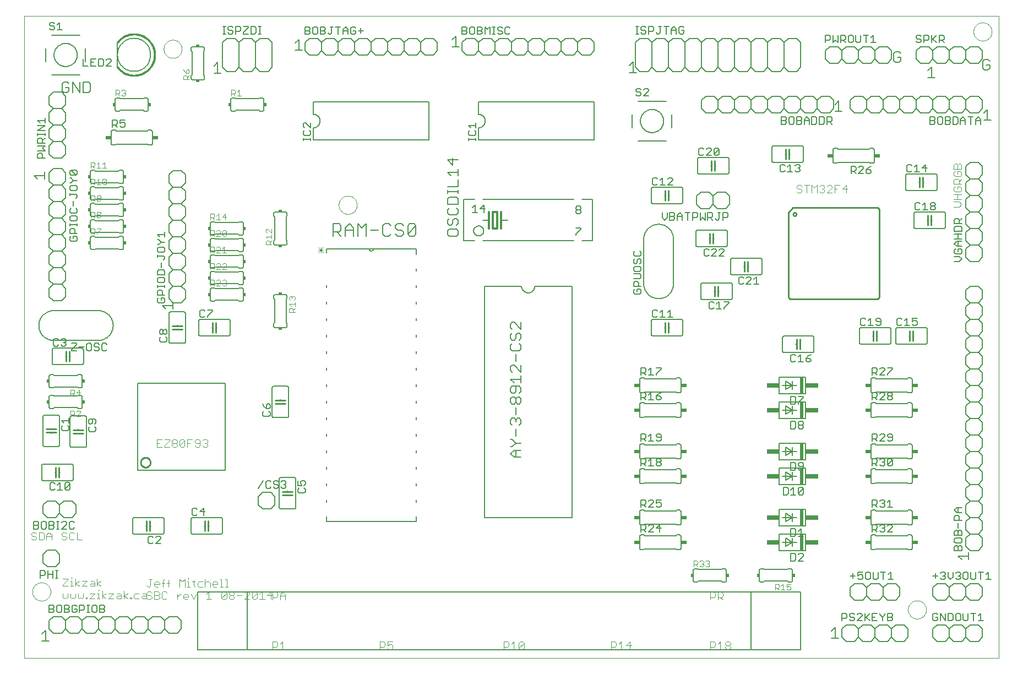
<source format=gto>
G75*
%MOIN*%
%OFA0B0*%
%FSLAX24Y24*%
%IPPOS*%
%LPD*%
%AMOC8*
5,1,8,0,0,1.08239X$1,22.5*
%
%ADD10C,0.0000*%
%ADD11C,0.0060*%
%ADD12C,0.0040*%
%ADD13C,0.0050*%
%ADD14C,0.0120*%
%ADD15C,0.0070*%
%ADD16C,0.0080*%
%ADD17R,0.0150X0.0200*%
%ADD18C,0.0100*%
%ADD19C,0.0010*%
%ADD20R,0.0340X0.0240*%
%ADD21R,0.0200X0.0150*%
%ADD22C,0.0030*%
%ADD23R,0.0200X0.1000*%
%ADD24R,0.0750X0.0300*%
D10*
X000180Y000180D02*
X000180Y039050D01*
X059172Y039050D01*
X059172Y000180D01*
X000180Y000180D01*
X000667Y004193D02*
X000669Y004240D01*
X000675Y004286D01*
X000685Y004332D01*
X000698Y004377D01*
X000716Y004420D01*
X000737Y004462D01*
X000761Y004502D01*
X000789Y004539D01*
X000820Y004574D01*
X000854Y004607D01*
X000890Y004636D01*
X000929Y004662D01*
X000970Y004685D01*
X001013Y004704D01*
X001057Y004720D01*
X001102Y004732D01*
X001148Y004740D01*
X001195Y004744D01*
X001241Y004744D01*
X001288Y004740D01*
X001334Y004732D01*
X001379Y004720D01*
X001423Y004704D01*
X001466Y004685D01*
X001507Y004662D01*
X001546Y004636D01*
X001582Y004607D01*
X001616Y004574D01*
X001647Y004539D01*
X001675Y004502D01*
X001699Y004462D01*
X001720Y004420D01*
X001738Y004377D01*
X001751Y004332D01*
X001761Y004286D01*
X001767Y004240D01*
X001769Y004193D01*
X001767Y004146D01*
X001761Y004100D01*
X001751Y004054D01*
X001738Y004009D01*
X001720Y003966D01*
X001699Y003924D01*
X001675Y003884D01*
X001647Y003847D01*
X001616Y003812D01*
X001582Y003779D01*
X001546Y003750D01*
X001507Y003724D01*
X001466Y003701D01*
X001423Y003682D01*
X001379Y003666D01*
X001334Y003654D01*
X001288Y003646D01*
X001241Y003642D01*
X001195Y003642D01*
X001148Y003646D01*
X001102Y003654D01*
X001057Y003666D01*
X001013Y003682D01*
X000970Y003701D01*
X000929Y003724D01*
X000890Y003750D01*
X000854Y003779D01*
X000820Y003812D01*
X000789Y003847D01*
X000761Y003884D01*
X000737Y003924D01*
X000716Y003966D01*
X000698Y004009D01*
X000685Y004054D01*
X000675Y004100D01*
X000669Y004146D01*
X000667Y004193D01*
X019217Y027605D02*
X019219Y027652D01*
X019225Y027698D01*
X019235Y027744D01*
X019248Y027789D01*
X019266Y027832D01*
X019287Y027874D01*
X019311Y027914D01*
X019339Y027951D01*
X019370Y027986D01*
X019404Y028019D01*
X019440Y028048D01*
X019479Y028074D01*
X019520Y028097D01*
X019563Y028116D01*
X019607Y028132D01*
X019652Y028144D01*
X019698Y028152D01*
X019745Y028156D01*
X019791Y028156D01*
X019838Y028152D01*
X019884Y028144D01*
X019929Y028132D01*
X019973Y028116D01*
X020016Y028097D01*
X020057Y028074D01*
X020096Y028048D01*
X020132Y028019D01*
X020166Y027986D01*
X020197Y027951D01*
X020225Y027914D01*
X020249Y027874D01*
X020270Y027832D01*
X020288Y027789D01*
X020301Y027744D01*
X020311Y027698D01*
X020317Y027652D01*
X020319Y027605D01*
X020317Y027558D01*
X020311Y027512D01*
X020301Y027466D01*
X020288Y027421D01*
X020270Y027378D01*
X020249Y027336D01*
X020225Y027296D01*
X020197Y027259D01*
X020166Y027224D01*
X020132Y027191D01*
X020096Y027162D01*
X020057Y027136D01*
X020016Y027113D01*
X019973Y027094D01*
X019929Y027078D01*
X019884Y027066D01*
X019838Y027058D01*
X019791Y027054D01*
X019745Y027054D01*
X019698Y027058D01*
X019652Y027066D01*
X019607Y027078D01*
X019563Y027094D01*
X019520Y027113D01*
X019479Y027136D01*
X019440Y027162D01*
X019404Y027191D01*
X019370Y027224D01*
X019339Y027259D01*
X019311Y027296D01*
X019287Y027336D01*
X019266Y027378D01*
X019248Y027421D01*
X019235Y027466D01*
X019225Y027512D01*
X019219Y027558D01*
X019217Y027605D01*
X008617Y037043D02*
X008619Y037090D01*
X008625Y037136D01*
X008635Y037182D01*
X008648Y037227D01*
X008666Y037270D01*
X008687Y037312D01*
X008711Y037352D01*
X008739Y037389D01*
X008770Y037424D01*
X008804Y037457D01*
X008840Y037486D01*
X008879Y037512D01*
X008920Y037535D01*
X008963Y037554D01*
X009007Y037570D01*
X009052Y037582D01*
X009098Y037590D01*
X009145Y037594D01*
X009191Y037594D01*
X009238Y037590D01*
X009284Y037582D01*
X009329Y037570D01*
X009373Y037554D01*
X009416Y037535D01*
X009457Y037512D01*
X009496Y037486D01*
X009532Y037457D01*
X009566Y037424D01*
X009597Y037389D01*
X009625Y037352D01*
X009649Y037312D01*
X009670Y037270D01*
X009688Y037227D01*
X009701Y037182D01*
X009711Y037136D01*
X009717Y037090D01*
X009719Y037043D01*
X009717Y036996D01*
X009711Y036950D01*
X009701Y036904D01*
X009688Y036859D01*
X009670Y036816D01*
X009649Y036774D01*
X009625Y036734D01*
X009597Y036697D01*
X009566Y036662D01*
X009532Y036629D01*
X009496Y036600D01*
X009457Y036574D01*
X009416Y036551D01*
X009373Y036532D01*
X009329Y036516D01*
X009284Y036504D01*
X009238Y036496D01*
X009191Y036492D01*
X009145Y036492D01*
X009098Y036496D01*
X009052Y036504D01*
X009007Y036516D01*
X008963Y036532D01*
X008920Y036551D01*
X008879Y036574D01*
X008840Y036600D01*
X008804Y036629D01*
X008770Y036662D01*
X008739Y036697D01*
X008711Y036734D01*
X008687Y036774D01*
X008666Y036816D01*
X008648Y036859D01*
X008635Y036904D01*
X008625Y036950D01*
X008619Y036996D01*
X008617Y037043D01*
X057642Y038093D02*
X057644Y038140D01*
X057650Y038186D01*
X057660Y038232D01*
X057673Y038277D01*
X057691Y038320D01*
X057712Y038362D01*
X057736Y038402D01*
X057764Y038439D01*
X057795Y038474D01*
X057829Y038507D01*
X057865Y038536D01*
X057904Y038562D01*
X057945Y038585D01*
X057988Y038604D01*
X058032Y038620D01*
X058077Y038632D01*
X058123Y038640D01*
X058170Y038644D01*
X058216Y038644D01*
X058263Y038640D01*
X058309Y038632D01*
X058354Y038620D01*
X058398Y038604D01*
X058441Y038585D01*
X058482Y038562D01*
X058521Y038536D01*
X058557Y038507D01*
X058591Y038474D01*
X058622Y038439D01*
X058650Y038402D01*
X058674Y038362D01*
X058695Y038320D01*
X058713Y038277D01*
X058726Y038232D01*
X058736Y038186D01*
X058742Y038140D01*
X058744Y038093D01*
X058742Y038046D01*
X058736Y038000D01*
X058726Y037954D01*
X058713Y037909D01*
X058695Y037866D01*
X058674Y037824D01*
X058650Y037784D01*
X058622Y037747D01*
X058591Y037712D01*
X058557Y037679D01*
X058521Y037650D01*
X058482Y037624D01*
X058441Y037601D01*
X058398Y037582D01*
X058354Y037566D01*
X058309Y037554D01*
X058263Y037546D01*
X058216Y037542D01*
X058170Y037542D01*
X058123Y037546D01*
X058077Y037554D01*
X058032Y037566D01*
X057988Y037582D01*
X057945Y037601D01*
X057904Y037624D01*
X057865Y037650D01*
X057829Y037679D01*
X057795Y037712D01*
X057764Y037747D01*
X057736Y037784D01*
X057712Y037824D01*
X057691Y037866D01*
X057673Y037909D01*
X057660Y037954D01*
X057650Y038000D01*
X057644Y038046D01*
X057642Y038093D01*
X053679Y003105D02*
X053681Y003152D01*
X053687Y003198D01*
X053697Y003244D01*
X053710Y003289D01*
X053728Y003332D01*
X053749Y003374D01*
X053773Y003414D01*
X053801Y003451D01*
X053832Y003486D01*
X053866Y003519D01*
X053902Y003548D01*
X053941Y003574D01*
X053982Y003597D01*
X054025Y003616D01*
X054069Y003632D01*
X054114Y003644D01*
X054160Y003652D01*
X054207Y003656D01*
X054253Y003656D01*
X054300Y003652D01*
X054346Y003644D01*
X054391Y003632D01*
X054435Y003616D01*
X054478Y003597D01*
X054519Y003574D01*
X054558Y003548D01*
X054594Y003519D01*
X054628Y003486D01*
X054659Y003451D01*
X054687Y003414D01*
X054711Y003374D01*
X054732Y003332D01*
X054750Y003289D01*
X054763Y003244D01*
X054773Y003198D01*
X054779Y003152D01*
X054781Y003105D01*
X054779Y003058D01*
X054773Y003012D01*
X054763Y002966D01*
X054750Y002921D01*
X054732Y002878D01*
X054711Y002836D01*
X054687Y002796D01*
X054659Y002759D01*
X054628Y002724D01*
X054594Y002691D01*
X054558Y002662D01*
X054519Y002636D01*
X054478Y002613D01*
X054435Y002594D01*
X054391Y002578D01*
X054346Y002566D01*
X054300Y002558D01*
X054253Y002554D01*
X054207Y002554D01*
X054160Y002558D01*
X054114Y002566D01*
X054069Y002578D01*
X054025Y002594D01*
X053982Y002613D01*
X053941Y002636D01*
X053902Y002662D01*
X053866Y002691D01*
X053832Y002724D01*
X053801Y002759D01*
X053773Y002796D01*
X053749Y002836D01*
X053728Y002878D01*
X053710Y002921D01*
X053697Y002966D01*
X053687Y003012D01*
X053681Y003058D01*
X053679Y003105D01*
D11*
X052930Y003680D02*
X052430Y003680D01*
X052180Y003930D01*
X051930Y003680D01*
X051430Y003680D01*
X051180Y003930D01*
X050930Y003680D01*
X050430Y003680D01*
X050180Y003930D01*
X050180Y004430D01*
X050430Y004680D01*
X050930Y004680D01*
X051180Y004430D01*
X051430Y004680D01*
X051930Y004680D01*
X052180Y004430D01*
X052430Y004680D01*
X052930Y004680D01*
X053180Y004430D01*
X053180Y003930D01*
X052930Y003680D01*
X052180Y003930D02*
X052180Y004430D01*
X051180Y004430D02*
X051180Y003930D01*
X050930Y002180D02*
X051430Y002180D01*
X051680Y001930D01*
X051680Y001430D01*
X051430Y001180D01*
X050930Y001180D01*
X050680Y001430D01*
X050430Y001180D01*
X049930Y001180D01*
X049680Y001430D01*
X049680Y001930D01*
X049930Y002180D01*
X050430Y002180D01*
X050680Y001930D01*
X050930Y002180D01*
X050680Y001930D02*
X050680Y001430D01*
X051680Y001430D02*
X051930Y001180D01*
X052430Y001180D01*
X052680Y001430D01*
X052930Y001180D01*
X053430Y001180D01*
X053680Y001430D01*
X053680Y001930D01*
X053430Y002180D01*
X052930Y002180D01*
X052680Y001930D01*
X052680Y001430D01*
X052680Y001930D02*
X052430Y002180D01*
X051930Y002180D01*
X051680Y001930D01*
X049475Y001385D02*
X049048Y001385D01*
X049261Y001385D02*
X049261Y002026D01*
X049048Y001812D01*
X046580Y004780D02*
X046430Y004780D01*
X046380Y004830D01*
X044980Y004830D01*
X044930Y004780D01*
X044780Y004780D01*
X044763Y004782D01*
X044746Y004786D01*
X044730Y004793D01*
X044716Y004803D01*
X044703Y004816D01*
X044693Y004830D01*
X044686Y004846D01*
X044682Y004863D01*
X044680Y004880D01*
X044680Y005480D01*
X044682Y005497D01*
X044686Y005514D01*
X044693Y005530D01*
X044703Y005544D01*
X044716Y005557D01*
X044730Y005567D01*
X044746Y005574D01*
X044763Y005578D01*
X044780Y005580D01*
X044930Y005580D01*
X044980Y005530D01*
X046380Y005530D01*
X046430Y005580D01*
X046580Y005580D01*
X046597Y005578D01*
X046614Y005574D01*
X046630Y005567D01*
X046644Y005557D01*
X046657Y005544D01*
X046667Y005530D01*
X046674Y005514D01*
X046678Y005497D01*
X046680Y005480D01*
X046680Y004880D01*
X046678Y004863D01*
X046674Y004846D01*
X046667Y004830D01*
X046657Y004816D01*
X046644Y004803D01*
X046630Y004793D01*
X046614Y004786D01*
X046597Y004782D01*
X046580Y004780D01*
X045880Y006680D02*
X047480Y006680D01*
X047480Y007680D01*
X045880Y007680D01*
X045880Y006680D01*
X046280Y006930D02*
X046680Y007180D01*
X046680Y007430D01*
X046680Y007180D02*
X046680Y006930D01*
X046680Y007180D02*
X046080Y007180D01*
X046280Y007430D02*
X046680Y007180D01*
X046930Y007180D01*
X046280Y006930D02*
X046280Y007430D01*
X045880Y008180D02*
X047480Y008180D01*
X047480Y009180D01*
X045880Y009180D01*
X045880Y008180D01*
X046280Y008430D02*
X046680Y008680D01*
X046680Y008930D01*
X046680Y008680D02*
X046680Y008430D01*
X046680Y008680D02*
X046080Y008680D01*
X046280Y008930D02*
X046680Y008680D01*
X046930Y008680D01*
X046280Y008430D02*
X046280Y008930D01*
X045880Y010680D02*
X047480Y010680D01*
X047480Y011680D01*
X045880Y011680D01*
X045880Y010680D01*
X046280Y010930D02*
X046680Y011180D01*
X046680Y011430D01*
X046680Y011180D02*
X046080Y011180D01*
X046280Y010930D02*
X046280Y011430D01*
X046680Y011180D01*
X046680Y010930D01*
X046680Y011180D02*
X046930Y011180D01*
X047480Y012180D02*
X045880Y012180D01*
X045880Y013180D01*
X047480Y013180D01*
X047480Y012180D01*
X046680Y012430D02*
X046680Y012680D01*
X046680Y012930D01*
X046680Y012680D02*
X046280Y012430D01*
X046280Y012930D01*
X046680Y012680D01*
X046080Y012680D01*
X046680Y012680D02*
X046930Y012680D01*
X047480Y014680D02*
X045880Y014680D01*
X045880Y015680D01*
X047480Y015680D01*
X047480Y014680D01*
X046930Y015180D02*
X046680Y015180D01*
X046680Y015430D01*
X046680Y015180D02*
X046080Y015180D01*
X046280Y014930D02*
X046680Y015180D01*
X046680Y014930D01*
X046680Y015180D02*
X046280Y015430D01*
X046280Y014930D01*
X045880Y016180D02*
X047480Y016180D01*
X047480Y017180D01*
X045880Y017180D01*
X045880Y016180D01*
X046280Y016430D02*
X046680Y016680D01*
X046680Y016930D01*
X046680Y016680D02*
X046080Y016680D01*
X046280Y016430D02*
X046280Y016930D01*
X046680Y016680D01*
X046680Y016430D01*
X046680Y016680D02*
X046930Y016680D01*
X046180Y018668D02*
X047880Y018668D01*
X047897Y018670D01*
X047914Y018674D01*
X047930Y018681D01*
X047944Y018691D01*
X047957Y018704D01*
X047967Y018718D01*
X047974Y018734D01*
X047978Y018751D01*
X047980Y018768D01*
X047980Y019568D01*
X047978Y019585D01*
X047974Y019602D01*
X047967Y019618D01*
X047957Y019632D01*
X047944Y019645D01*
X047930Y019655D01*
X047914Y019662D01*
X047897Y019666D01*
X047880Y019668D01*
X046180Y019668D01*
X046163Y019666D01*
X046146Y019662D01*
X046130Y019655D01*
X046116Y019645D01*
X046103Y019632D01*
X046093Y019618D01*
X046086Y019602D01*
X046082Y019585D01*
X046080Y019568D01*
X046080Y018768D01*
X046082Y018751D01*
X046086Y018734D01*
X046093Y018718D01*
X046103Y018704D01*
X046116Y018691D01*
X046130Y018681D01*
X046146Y018674D01*
X046163Y018670D01*
X046180Y018668D01*
X046880Y019168D02*
X046930Y019168D01*
X047130Y019168D02*
X047180Y019168D01*
X050730Y019280D02*
X050730Y020080D01*
X050732Y020097D01*
X050736Y020114D01*
X050743Y020130D01*
X050753Y020144D01*
X050766Y020157D01*
X050780Y020167D01*
X050796Y020174D01*
X050813Y020178D01*
X050830Y020180D01*
X052530Y020180D01*
X052547Y020178D01*
X052564Y020174D01*
X052580Y020167D01*
X052594Y020157D01*
X052607Y020144D01*
X052617Y020130D01*
X052624Y020114D01*
X052628Y020097D01*
X052630Y020080D01*
X052630Y019280D01*
X052628Y019263D01*
X052624Y019246D01*
X052617Y019230D01*
X052607Y019216D01*
X052594Y019203D01*
X052580Y019193D01*
X052564Y019186D01*
X052547Y019182D01*
X052530Y019180D01*
X050830Y019180D01*
X050813Y019182D01*
X050796Y019186D01*
X050780Y019193D01*
X050766Y019203D01*
X050753Y019216D01*
X050743Y019230D01*
X050736Y019246D01*
X050732Y019263D01*
X050730Y019280D01*
X051530Y019680D02*
X051580Y019680D01*
X051780Y019680D02*
X051830Y019680D01*
X052930Y020080D02*
X052930Y019280D01*
X052932Y019263D01*
X052936Y019246D01*
X052943Y019230D01*
X052953Y019216D01*
X052966Y019203D01*
X052980Y019193D01*
X052996Y019186D01*
X053013Y019182D01*
X053030Y019180D01*
X054730Y019180D01*
X054747Y019182D01*
X054764Y019186D01*
X054780Y019193D01*
X054794Y019203D01*
X054807Y019216D01*
X054817Y019230D01*
X054824Y019246D01*
X054828Y019263D01*
X054830Y019280D01*
X054830Y020080D01*
X054828Y020097D01*
X054824Y020114D01*
X054817Y020130D01*
X054807Y020144D01*
X054794Y020157D01*
X054780Y020167D01*
X054764Y020174D01*
X054747Y020178D01*
X054730Y020180D01*
X053030Y020180D01*
X053013Y020178D01*
X052996Y020174D01*
X052980Y020167D01*
X052966Y020157D01*
X052953Y020144D01*
X052943Y020130D01*
X052936Y020114D01*
X052932Y020097D01*
X052930Y020080D01*
X053730Y019680D02*
X053780Y019680D01*
X053980Y019680D02*
X054030Y019680D01*
X057180Y019430D02*
X057180Y018930D01*
X057430Y018680D01*
X057930Y018680D01*
X058180Y018930D01*
X058180Y019430D01*
X057930Y019680D01*
X058180Y019930D01*
X058180Y020430D01*
X057930Y020680D01*
X057430Y020680D01*
X057180Y020430D01*
X057180Y019930D01*
X057430Y019680D01*
X057930Y019680D01*
X057430Y019680D02*
X057180Y019430D01*
X057430Y018680D02*
X057180Y018430D01*
X057180Y017930D01*
X057430Y017680D01*
X057930Y017680D01*
X058180Y017430D01*
X058180Y016930D01*
X057930Y016680D01*
X058180Y016430D01*
X058180Y015930D01*
X057930Y015680D01*
X058180Y015430D01*
X058180Y014930D01*
X057930Y014680D01*
X058180Y014430D01*
X058180Y013930D01*
X057930Y013680D01*
X058180Y013430D01*
X058180Y012930D01*
X057930Y012680D01*
X058180Y012430D01*
X058180Y011930D01*
X057930Y011680D01*
X058180Y011430D01*
X058180Y010930D01*
X057930Y010680D01*
X058180Y010430D01*
X058180Y009930D01*
X057930Y009680D01*
X058180Y009430D01*
X058180Y008930D01*
X057930Y008680D01*
X058180Y008430D01*
X058180Y007930D01*
X057930Y007680D01*
X058180Y007430D01*
X058180Y006930D01*
X057930Y006680D01*
X057430Y006680D01*
X057180Y006930D01*
X057180Y007430D01*
X057430Y007680D01*
X057180Y007930D01*
X057180Y008430D01*
X057430Y008680D01*
X057930Y008680D01*
X057430Y008680D02*
X057180Y008930D01*
X057180Y009430D01*
X057430Y009680D01*
X057180Y009930D01*
X057180Y010430D01*
X057430Y010680D01*
X057180Y010930D01*
X057180Y011430D01*
X057430Y011680D01*
X057930Y011680D01*
X057430Y011680D02*
X057180Y011930D01*
X057180Y012430D01*
X057430Y012680D01*
X057180Y012930D01*
X057180Y013430D01*
X057430Y013680D01*
X057180Y013930D01*
X057180Y014430D01*
X057430Y014680D01*
X057930Y014680D01*
X057430Y014680D02*
X057180Y014930D01*
X057180Y015430D01*
X057430Y015680D01*
X057180Y015930D01*
X057180Y016430D01*
X057430Y016680D01*
X057180Y016930D01*
X057180Y017430D01*
X057430Y017680D01*
X057930Y017680D02*
X058180Y017930D01*
X058180Y018430D01*
X057930Y018680D01*
X057930Y016680D02*
X057430Y016680D01*
X057430Y015680D02*
X057930Y015680D01*
X057930Y013680D02*
X057430Y013680D01*
X057430Y012680D02*
X057930Y012680D01*
X057930Y010680D02*
X057430Y010680D01*
X057430Y009680D02*
X057930Y009680D01*
X057930Y007680D02*
X057430Y007680D01*
X057350Y006562D02*
X057350Y006135D01*
X057350Y006349D02*
X056709Y006349D01*
X056923Y006135D01*
X056930Y004680D02*
X057180Y004430D01*
X057430Y004680D01*
X057930Y004680D01*
X058180Y004430D01*
X058180Y003930D01*
X057930Y003680D01*
X057430Y003680D01*
X057180Y003930D01*
X056930Y003680D01*
X056430Y003680D01*
X056180Y003930D01*
X055930Y003680D01*
X055430Y003680D01*
X055180Y003930D01*
X055180Y004430D01*
X055430Y004680D01*
X055930Y004680D01*
X056180Y004430D01*
X056430Y004680D01*
X056930Y004680D01*
X057180Y004430D02*
X057180Y003930D01*
X056180Y003930D02*
X056180Y004430D01*
X055930Y002180D02*
X055430Y002180D01*
X055180Y001930D01*
X055180Y001430D01*
X055430Y001180D01*
X055930Y001180D01*
X056180Y001430D01*
X056430Y001180D01*
X056930Y001180D01*
X057180Y001430D01*
X057430Y001180D01*
X057930Y001180D01*
X058180Y001430D01*
X058180Y001930D01*
X057930Y002180D01*
X057430Y002180D01*
X057180Y001930D01*
X057180Y001430D01*
X057180Y001930D02*
X056930Y002180D01*
X056430Y002180D01*
X056180Y001930D01*
X056180Y001430D01*
X056180Y001930D02*
X055930Y002180D01*
X053830Y006730D02*
X053680Y006730D01*
X053630Y006780D01*
X051730Y006780D01*
X051680Y006730D01*
X051530Y006730D01*
X051513Y006732D01*
X051496Y006736D01*
X051480Y006743D01*
X051466Y006753D01*
X051453Y006766D01*
X051443Y006780D01*
X051436Y006796D01*
X051432Y006813D01*
X051430Y006830D01*
X051430Y007530D01*
X051432Y007547D01*
X051436Y007564D01*
X051443Y007580D01*
X051453Y007594D01*
X051466Y007607D01*
X051480Y007617D01*
X051496Y007624D01*
X051513Y007628D01*
X051530Y007630D01*
X051680Y007630D01*
X051730Y007580D01*
X053630Y007580D01*
X053680Y007630D01*
X053830Y007630D01*
X053847Y007628D01*
X053864Y007624D01*
X053880Y007617D01*
X053894Y007607D01*
X053907Y007594D01*
X053917Y007580D01*
X053924Y007564D01*
X053928Y007547D01*
X053930Y007530D01*
X053930Y006830D01*
X053928Y006813D01*
X053924Y006796D01*
X053917Y006780D01*
X053907Y006766D01*
X053894Y006753D01*
X053880Y006743D01*
X053864Y006736D01*
X053847Y006732D01*
X053830Y006730D01*
X053830Y008230D02*
X053680Y008230D01*
X053630Y008280D01*
X051730Y008280D01*
X051680Y008230D01*
X051530Y008230D01*
X051513Y008232D01*
X051496Y008236D01*
X051480Y008243D01*
X051466Y008253D01*
X051453Y008266D01*
X051443Y008280D01*
X051436Y008296D01*
X051432Y008313D01*
X051430Y008330D01*
X051430Y009030D01*
X051432Y009047D01*
X051436Y009064D01*
X051443Y009080D01*
X051453Y009094D01*
X051466Y009107D01*
X051480Y009117D01*
X051496Y009124D01*
X051513Y009128D01*
X051530Y009130D01*
X051680Y009130D01*
X051730Y009080D01*
X053630Y009080D01*
X053680Y009130D01*
X053830Y009130D01*
X053847Y009128D01*
X053864Y009124D01*
X053880Y009117D01*
X053894Y009107D01*
X053907Y009094D01*
X053917Y009080D01*
X053924Y009064D01*
X053928Y009047D01*
X053930Y009030D01*
X053930Y008330D01*
X053928Y008313D01*
X053924Y008296D01*
X053917Y008280D01*
X053907Y008266D01*
X053894Y008253D01*
X053880Y008243D01*
X053864Y008236D01*
X053847Y008232D01*
X053830Y008230D01*
X053830Y010730D02*
X053680Y010730D01*
X053630Y010780D01*
X051730Y010780D01*
X051680Y010730D01*
X051530Y010730D01*
X051513Y010732D01*
X051496Y010736D01*
X051480Y010743D01*
X051466Y010753D01*
X051453Y010766D01*
X051443Y010780D01*
X051436Y010796D01*
X051432Y010813D01*
X051430Y010830D01*
X051430Y011530D01*
X051432Y011547D01*
X051436Y011564D01*
X051443Y011580D01*
X051453Y011594D01*
X051466Y011607D01*
X051480Y011617D01*
X051496Y011624D01*
X051513Y011628D01*
X051530Y011630D01*
X051680Y011630D01*
X051730Y011580D01*
X053630Y011580D01*
X053680Y011630D01*
X053830Y011630D01*
X053847Y011628D01*
X053864Y011624D01*
X053880Y011617D01*
X053894Y011607D01*
X053907Y011594D01*
X053917Y011580D01*
X053924Y011564D01*
X053928Y011547D01*
X053930Y011530D01*
X053930Y010830D01*
X053928Y010813D01*
X053924Y010796D01*
X053917Y010780D01*
X053907Y010766D01*
X053894Y010753D01*
X053880Y010743D01*
X053864Y010736D01*
X053847Y010732D01*
X053830Y010730D01*
X053830Y012230D02*
X053680Y012230D01*
X053630Y012280D01*
X051730Y012280D01*
X051680Y012230D01*
X051530Y012230D01*
X051513Y012232D01*
X051496Y012236D01*
X051480Y012243D01*
X051466Y012253D01*
X051453Y012266D01*
X051443Y012280D01*
X051436Y012296D01*
X051432Y012313D01*
X051430Y012330D01*
X051430Y013030D01*
X051432Y013047D01*
X051436Y013064D01*
X051443Y013080D01*
X051453Y013094D01*
X051466Y013107D01*
X051480Y013117D01*
X051496Y013124D01*
X051513Y013128D01*
X051530Y013130D01*
X051680Y013130D01*
X051730Y013080D01*
X053630Y013080D01*
X053680Y013130D01*
X053830Y013130D01*
X053847Y013128D01*
X053864Y013124D01*
X053880Y013117D01*
X053894Y013107D01*
X053907Y013094D01*
X053917Y013080D01*
X053924Y013064D01*
X053928Y013047D01*
X053930Y013030D01*
X053930Y012330D01*
X053928Y012313D01*
X053924Y012296D01*
X053917Y012280D01*
X053907Y012266D01*
X053894Y012253D01*
X053880Y012243D01*
X053864Y012236D01*
X053847Y012232D01*
X053830Y012230D01*
X053830Y014730D02*
X053680Y014730D01*
X053630Y014780D01*
X051730Y014780D01*
X051680Y014730D01*
X051530Y014730D01*
X051513Y014732D01*
X051496Y014736D01*
X051480Y014743D01*
X051466Y014753D01*
X051453Y014766D01*
X051443Y014780D01*
X051436Y014796D01*
X051432Y014813D01*
X051430Y014830D01*
X051430Y015530D01*
X051432Y015547D01*
X051436Y015564D01*
X051443Y015580D01*
X051453Y015594D01*
X051466Y015607D01*
X051480Y015617D01*
X051496Y015624D01*
X051513Y015628D01*
X051530Y015630D01*
X051680Y015630D01*
X051730Y015580D01*
X053630Y015580D01*
X053680Y015630D01*
X053830Y015630D01*
X053847Y015628D01*
X053864Y015624D01*
X053880Y015617D01*
X053894Y015607D01*
X053907Y015594D01*
X053917Y015580D01*
X053924Y015564D01*
X053928Y015547D01*
X053930Y015530D01*
X053930Y014830D01*
X053928Y014813D01*
X053924Y014796D01*
X053917Y014780D01*
X053907Y014766D01*
X053894Y014753D01*
X053880Y014743D01*
X053864Y014736D01*
X053847Y014732D01*
X053830Y014730D01*
X053830Y016230D02*
X053680Y016230D01*
X053630Y016280D01*
X051730Y016280D01*
X051680Y016230D01*
X051530Y016230D01*
X051513Y016232D01*
X051496Y016236D01*
X051480Y016243D01*
X051466Y016253D01*
X051453Y016266D01*
X051443Y016280D01*
X051436Y016296D01*
X051432Y016313D01*
X051430Y016330D01*
X051430Y017030D01*
X051432Y017047D01*
X051436Y017064D01*
X051443Y017080D01*
X051453Y017094D01*
X051466Y017107D01*
X051480Y017117D01*
X051496Y017124D01*
X051513Y017128D01*
X051530Y017130D01*
X051680Y017130D01*
X051730Y017080D01*
X053630Y017080D01*
X053680Y017130D01*
X053830Y017130D01*
X053847Y017128D01*
X053864Y017124D01*
X053880Y017117D01*
X053894Y017107D01*
X053907Y017094D01*
X053917Y017080D01*
X053924Y017064D01*
X053928Y017047D01*
X053930Y017030D01*
X053930Y016330D01*
X053928Y016313D01*
X053924Y016296D01*
X053917Y016280D01*
X053907Y016266D01*
X053894Y016253D01*
X053880Y016243D01*
X053864Y016236D01*
X053847Y016232D01*
X053830Y016230D01*
X057430Y020680D02*
X057180Y020930D01*
X057180Y021430D01*
X057430Y021680D01*
X057180Y021930D01*
X057180Y022430D01*
X057430Y022680D01*
X057930Y022680D01*
X058180Y022430D01*
X058180Y021930D01*
X057930Y021680D01*
X058180Y021430D01*
X058180Y020930D01*
X057930Y020680D01*
X057930Y021680D02*
X057430Y021680D01*
X057430Y024180D02*
X057180Y024430D01*
X057180Y024930D01*
X057430Y025180D01*
X057180Y025430D01*
X057180Y025930D01*
X057430Y026180D01*
X057930Y026180D01*
X058180Y025930D01*
X058180Y025430D01*
X057930Y025180D01*
X058180Y024930D01*
X058180Y024430D01*
X057930Y024180D01*
X057430Y024180D01*
X057430Y025180D02*
X057930Y025180D01*
X057930Y026180D02*
X058180Y026430D01*
X058180Y026930D01*
X057930Y027180D01*
X058180Y027430D01*
X058180Y027930D01*
X057930Y028180D01*
X058180Y028430D01*
X058180Y028930D01*
X057930Y029180D01*
X058180Y029430D01*
X058180Y029930D01*
X057930Y030180D01*
X057430Y030180D01*
X057180Y029930D01*
X057180Y029430D01*
X057430Y029180D01*
X057930Y029180D01*
X057430Y029180D02*
X057180Y028930D01*
X057180Y028430D01*
X057430Y028180D01*
X057930Y028180D01*
X057430Y028180D02*
X057180Y027930D01*
X057180Y027430D01*
X057430Y027180D01*
X057930Y027180D01*
X057430Y027180D02*
X057180Y026930D01*
X057180Y026430D01*
X057430Y026180D01*
X055930Y026280D02*
X055930Y027080D01*
X055928Y027097D01*
X055924Y027114D01*
X055917Y027130D01*
X055907Y027144D01*
X055894Y027157D01*
X055880Y027167D01*
X055864Y027174D01*
X055847Y027178D01*
X055830Y027180D01*
X054130Y027180D01*
X054113Y027178D01*
X054096Y027174D01*
X054080Y027167D01*
X054066Y027157D01*
X054053Y027144D01*
X054043Y027130D01*
X054036Y027114D01*
X054032Y027097D01*
X054030Y027080D01*
X054030Y026280D01*
X054032Y026263D01*
X054036Y026246D01*
X054043Y026230D01*
X054053Y026216D01*
X054066Y026203D01*
X054080Y026193D01*
X054096Y026186D01*
X054113Y026182D01*
X054130Y026180D01*
X055830Y026180D01*
X055847Y026182D01*
X055864Y026186D01*
X055880Y026193D01*
X055894Y026203D01*
X055907Y026216D01*
X055917Y026230D01*
X055924Y026246D01*
X055928Y026263D01*
X055930Y026280D01*
X055130Y026680D02*
X055080Y026680D01*
X054880Y026680D02*
X054830Y026680D01*
X055330Y028480D02*
X053630Y028480D01*
X053613Y028482D01*
X053596Y028486D01*
X053580Y028493D01*
X053566Y028503D01*
X053553Y028516D01*
X053543Y028530D01*
X053536Y028546D01*
X053532Y028563D01*
X053530Y028580D01*
X053530Y029380D01*
X053532Y029397D01*
X053536Y029414D01*
X053543Y029430D01*
X053553Y029444D01*
X053566Y029457D01*
X053580Y029467D01*
X053596Y029474D01*
X053613Y029478D01*
X053630Y029480D01*
X055330Y029480D01*
X055347Y029478D01*
X055364Y029474D01*
X055380Y029467D01*
X055394Y029457D01*
X055407Y029444D01*
X055417Y029430D01*
X055424Y029414D01*
X055428Y029397D01*
X055430Y029380D01*
X055430Y028580D01*
X055428Y028563D01*
X055424Y028546D01*
X055417Y028530D01*
X055407Y028516D01*
X055394Y028503D01*
X055380Y028493D01*
X055364Y028486D01*
X055347Y028482D01*
X055330Y028480D01*
X054630Y028980D02*
X054580Y028980D01*
X054380Y028980D02*
X054330Y028980D01*
X051630Y030230D02*
X051630Y030930D01*
X051628Y030947D01*
X051624Y030964D01*
X051617Y030980D01*
X051607Y030994D01*
X051594Y031007D01*
X051580Y031017D01*
X051564Y031024D01*
X051547Y031028D01*
X051530Y031030D01*
X051380Y031030D01*
X051330Y030980D01*
X049430Y030980D01*
X049380Y031030D01*
X049230Y031030D01*
X049213Y031028D01*
X049196Y031024D01*
X049180Y031017D01*
X049166Y031007D01*
X049153Y030994D01*
X049143Y030980D01*
X049136Y030964D01*
X049132Y030947D01*
X049130Y030930D01*
X049130Y030230D01*
X049132Y030213D01*
X049136Y030196D01*
X049143Y030180D01*
X049153Y030166D01*
X049166Y030153D01*
X049180Y030143D01*
X049196Y030136D01*
X049213Y030132D01*
X049230Y030130D01*
X049380Y030130D01*
X049430Y030180D01*
X051330Y030180D01*
X051380Y030130D01*
X051530Y030130D01*
X051547Y030132D01*
X051564Y030136D01*
X051580Y030143D01*
X051594Y030153D01*
X051607Y030166D01*
X051617Y030180D01*
X051624Y030196D01*
X051628Y030213D01*
X051630Y030230D01*
X047330Y030280D02*
X047330Y031080D01*
X047328Y031097D01*
X047324Y031114D01*
X047317Y031130D01*
X047307Y031144D01*
X047294Y031157D01*
X047280Y031167D01*
X047264Y031174D01*
X047247Y031178D01*
X047230Y031180D01*
X045530Y031180D01*
X045513Y031178D01*
X045496Y031174D01*
X045480Y031167D01*
X045466Y031157D01*
X045453Y031144D01*
X045443Y031130D01*
X045436Y031114D01*
X045432Y031097D01*
X045430Y031080D01*
X045430Y030280D01*
X045432Y030263D01*
X045436Y030246D01*
X045443Y030230D01*
X045453Y030216D01*
X045466Y030203D01*
X045480Y030193D01*
X045496Y030186D01*
X045513Y030182D01*
X045530Y030180D01*
X047230Y030180D01*
X047247Y030182D01*
X047264Y030186D01*
X047280Y030193D01*
X047294Y030203D01*
X047307Y030216D01*
X047317Y030230D01*
X047324Y030246D01*
X047328Y030263D01*
X047330Y030280D01*
X046530Y030680D02*
X046480Y030680D01*
X046280Y030680D02*
X046230Y030680D01*
X042830Y030380D02*
X042830Y029580D01*
X042828Y029563D01*
X042824Y029546D01*
X042817Y029530D01*
X042807Y029516D01*
X042794Y029503D01*
X042780Y029493D01*
X042764Y029486D01*
X042747Y029482D01*
X042730Y029480D01*
X041030Y029480D01*
X041013Y029482D01*
X040996Y029486D01*
X040980Y029493D01*
X040966Y029503D01*
X040953Y029516D01*
X040943Y029530D01*
X040936Y029546D01*
X040932Y029563D01*
X040930Y029580D01*
X040930Y030380D01*
X040932Y030397D01*
X040936Y030414D01*
X040943Y030430D01*
X040953Y030444D01*
X040966Y030457D01*
X040980Y030467D01*
X040996Y030474D01*
X041013Y030478D01*
X041030Y030480D01*
X042730Y030480D01*
X042747Y030478D01*
X042764Y030474D01*
X042780Y030467D01*
X042794Y030457D01*
X042807Y030444D01*
X042817Y030430D01*
X042824Y030414D01*
X042828Y030397D01*
X042830Y030380D01*
X042030Y029980D02*
X041980Y029980D01*
X041780Y029980D02*
X041730Y029980D01*
X041630Y028380D02*
X041130Y028380D01*
X040880Y028130D01*
X040880Y027630D01*
X041130Y027380D01*
X041630Y027380D01*
X041880Y027630D01*
X041880Y028130D01*
X041630Y028380D01*
X041880Y028130D02*
X042130Y028380D01*
X042630Y028380D01*
X042880Y028130D01*
X042880Y027630D01*
X042630Y027380D01*
X042130Y027380D01*
X041880Y027630D01*
X040030Y027780D02*
X040030Y028580D01*
X040028Y028597D01*
X040024Y028614D01*
X040017Y028630D01*
X040007Y028644D01*
X039994Y028657D01*
X039980Y028667D01*
X039964Y028674D01*
X039947Y028678D01*
X039930Y028680D01*
X038230Y028680D01*
X038213Y028678D01*
X038196Y028674D01*
X038180Y028667D01*
X038166Y028657D01*
X038153Y028644D01*
X038143Y028630D01*
X038136Y028614D01*
X038132Y028597D01*
X038130Y028580D01*
X038130Y027780D01*
X038132Y027763D01*
X038136Y027746D01*
X038143Y027730D01*
X038153Y027716D01*
X038166Y027703D01*
X038180Y027693D01*
X038196Y027686D01*
X038213Y027682D01*
X038230Y027680D01*
X039930Y027680D01*
X039947Y027682D01*
X039964Y027686D01*
X039980Y027693D01*
X039994Y027703D01*
X040007Y027716D01*
X040017Y027730D01*
X040024Y027746D01*
X040028Y027763D01*
X040030Y027780D01*
X039230Y028180D02*
X039180Y028180D01*
X038980Y028180D02*
X038930Y028180D01*
X040930Y026080D02*
X042630Y026080D01*
X042647Y026078D01*
X042664Y026074D01*
X042680Y026067D01*
X042694Y026057D01*
X042707Y026044D01*
X042717Y026030D01*
X042724Y026014D01*
X042728Y025997D01*
X042730Y025980D01*
X042730Y025180D01*
X042728Y025163D01*
X042724Y025146D01*
X042717Y025130D01*
X042707Y025116D01*
X042694Y025103D01*
X042680Y025093D01*
X042664Y025086D01*
X042647Y025082D01*
X042630Y025080D01*
X040930Y025080D01*
X040913Y025082D01*
X040896Y025086D01*
X040880Y025093D01*
X040866Y025103D01*
X040853Y025116D01*
X040843Y025130D01*
X040836Y025146D01*
X040832Y025163D01*
X040830Y025180D01*
X040830Y025980D01*
X040832Y025997D01*
X040836Y026014D01*
X040843Y026030D01*
X040853Y026044D01*
X040866Y026057D01*
X040880Y026067D01*
X040896Y026074D01*
X040913Y026078D01*
X040930Y026080D01*
X041630Y025580D02*
X041680Y025580D01*
X041880Y025580D02*
X041930Y025580D01*
X043030Y024380D02*
X044730Y024380D01*
X044747Y024378D01*
X044764Y024374D01*
X044780Y024367D01*
X044794Y024357D01*
X044807Y024344D01*
X044817Y024330D01*
X044824Y024314D01*
X044828Y024297D01*
X044830Y024280D01*
X044830Y023480D01*
X044828Y023463D01*
X044824Y023446D01*
X044817Y023430D01*
X044807Y023416D01*
X044794Y023403D01*
X044780Y023393D01*
X044764Y023386D01*
X044747Y023382D01*
X044730Y023380D01*
X043030Y023380D01*
X043013Y023382D01*
X042996Y023386D01*
X042980Y023393D01*
X042966Y023403D01*
X042953Y023416D01*
X042943Y023430D01*
X042936Y023446D01*
X042932Y023463D01*
X042930Y023480D01*
X042930Y024280D01*
X042932Y024297D01*
X042936Y024314D01*
X042943Y024330D01*
X042953Y024344D01*
X042966Y024357D01*
X042980Y024367D01*
X042996Y024374D01*
X043013Y024378D01*
X043030Y024380D01*
X043730Y023880D02*
X043780Y023880D01*
X043980Y023880D02*
X044030Y023880D01*
X042930Y022880D02*
X041230Y022880D01*
X041213Y022878D01*
X041196Y022874D01*
X041180Y022867D01*
X041166Y022857D01*
X041153Y022844D01*
X041143Y022830D01*
X041136Y022814D01*
X041132Y022797D01*
X041130Y022780D01*
X041130Y021980D01*
X041132Y021963D01*
X041136Y021946D01*
X041143Y021930D01*
X041153Y021916D01*
X041166Y021903D01*
X041180Y021893D01*
X041196Y021886D01*
X041213Y021882D01*
X041230Y021880D01*
X042930Y021880D01*
X042947Y021882D01*
X042964Y021886D01*
X042980Y021893D01*
X042994Y021903D01*
X043007Y021916D01*
X043017Y021930D01*
X043024Y021946D01*
X043028Y021963D01*
X043030Y021980D01*
X043030Y022780D01*
X043028Y022797D01*
X043024Y022814D01*
X043017Y022830D01*
X043007Y022844D01*
X042994Y022857D01*
X042980Y022867D01*
X042964Y022874D01*
X042947Y022878D01*
X042930Y022880D01*
X042230Y022380D02*
X042180Y022380D01*
X041980Y022380D02*
X041930Y022380D01*
X040030Y020580D02*
X040030Y019780D01*
X040028Y019763D01*
X040024Y019746D01*
X040017Y019730D01*
X040007Y019716D01*
X039994Y019703D01*
X039980Y019693D01*
X039964Y019686D01*
X039947Y019682D01*
X039930Y019680D01*
X038230Y019680D01*
X038213Y019682D01*
X038196Y019686D01*
X038180Y019693D01*
X038166Y019703D01*
X038153Y019716D01*
X038143Y019730D01*
X038136Y019746D01*
X038132Y019763D01*
X038130Y019780D01*
X038130Y020580D01*
X038132Y020597D01*
X038136Y020614D01*
X038143Y020630D01*
X038153Y020644D01*
X038166Y020657D01*
X038180Y020667D01*
X038196Y020674D01*
X038213Y020678D01*
X038230Y020680D01*
X039930Y020680D01*
X039947Y020678D01*
X039964Y020674D01*
X039980Y020667D01*
X039994Y020657D01*
X040007Y020644D01*
X040017Y020630D01*
X040024Y020614D01*
X040028Y020597D01*
X040030Y020580D01*
X039230Y020180D02*
X039180Y020180D01*
X038980Y020180D02*
X038930Y020180D01*
X039680Y017130D02*
X039830Y017130D01*
X039847Y017128D01*
X039864Y017124D01*
X039880Y017117D01*
X039894Y017107D01*
X039907Y017094D01*
X039917Y017080D01*
X039924Y017064D01*
X039928Y017047D01*
X039930Y017030D01*
X039930Y016330D01*
X039928Y016313D01*
X039924Y016296D01*
X039917Y016280D01*
X039907Y016266D01*
X039894Y016253D01*
X039880Y016243D01*
X039864Y016236D01*
X039847Y016232D01*
X039830Y016230D01*
X039680Y016230D01*
X039630Y016280D01*
X037730Y016280D01*
X037680Y016230D01*
X037530Y016230D01*
X037513Y016232D01*
X037496Y016236D01*
X037480Y016243D01*
X037466Y016253D01*
X037453Y016266D01*
X037443Y016280D01*
X037436Y016296D01*
X037432Y016313D01*
X037430Y016330D01*
X037430Y017030D01*
X037432Y017047D01*
X037436Y017064D01*
X037443Y017080D01*
X037453Y017094D01*
X037466Y017107D01*
X037480Y017117D01*
X037496Y017124D01*
X037513Y017128D01*
X037530Y017130D01*
X037680Y017130D01*
X037730Y017080D01*
X039630Y017080D01*
X039680Y017130D01*
X039680Y015630D02*
X039830Y015630D01*
X039847Y015628D01*
X039864Y015624D01*
X039880Y015617D01*
X039894Y015607D01*
X039907Y015594D01*
X039917Y015580D01*
X039924Y015564D01*
X039928Y015547D01*
X039930Y015530D01*
X039930Y014830D01*
X039928Y014813D01*
X039924Y014796D01*
X039917Y014780D01*
X039907Y014766D01*
X039894Y014753D01*
X039880Y014743D01*
X039864Y014736D01*
X039847Y014732D01*
X039830Y014730D01*
X039680Y014730D01*
X039630Y014780D01*
X037730Y014780D01*
X037680Y014730D01*
X037530Y014730D01*
X037513Y014732D01*
X037496Y014736D01*
X037480Y014743D01*
X037466Y014753D01*
X037453Y014766D01*
X037443Y014780D01*
X037436Y014796D01*
X037432Y014813D01*
X037430Y014830D01*
X037430Y015530D01*
X037432Y015547D01*
X037436Y015564D01*
X037443Y015580D01*
X037453Y015594D01*
X037466Y015607D01*
X037480Y015617D01*
X037496Y015624D01*
X037513Y015628D01*
X037530Y015630D01*
X037680Y015630D01*
X037730Y015580D01*
X039630Y015580D01*
X039680Y015630D01*
X039680Y013130D02*
X039830Y013130D01*
X039847Y013128D01*
X039864Y013124D01*
X039880Y013117D01*
X039894Y013107D01*
X039907Y013094D01*
X039917Y013080D01*
X039924Y013064D01*
X039928Y013047D01*
X039930Y013030D01*
X039930Y012330D01*
X039928Y012313D01*
X039924Y012296D01*
X039917Y012280D01*
X039907Y012266D01*
X039894Y012253D01*
X039880Y012243D01*
X039864Y012236D01*
X039847Y012232D01*
X039830Y012230D01*
X039680Y012230D01*
X039630Y012280D01*
X037730Y012280D01*
X037680Y012230D01*
X037530Y012230D01*
X037513Y012232D01*
X037496Y012236D01*
X037480Y012243D01*
X037466Y012253D01*
X037453Y012266D01*
X037443Y012280D01*
X037436Y012296D01*
X037432Y012313D01*
X037430Y012330D01*
X037430Y013030D01*
X037432Y013047D01*
X037436Y013064D01*
X037443Y013080D01*
X037453Y013094D01*
X037466Y013107D01*
X037480Y013117D01*
X037496Y013124D01*
X037513Y013128D01*
X037530Y013130D01*
X037680Y013130D01*
X037730Y013080D01*
X039630Y013080D01*
X039680Y013130D01*
X039680Y011630D02*
X039830Y011630D01*
X039847Y011628D01*
X039864Y011624D01*
X039880Y011617D01*
X039894Y011607D01*
X039907Y011594D01*
X039917Y011580D01*
X039924Y011564D01*
X039928Y011547D01*
X039930Y011530D01*
X039930Y010830D01*
X039928Y010813D01*
X039924Y010796D01*
X039917Y010780D01*
X039907Y010766D01*
X039894Y010753D01*
X039880Y010743D01*
X039864Y010736D01*
X039847Y010732D01*
X039830Y010730D01*
X039680Y010730D01*
X039630Y010780D01*
X037730Y010780D01*
X037680Y010730D01*
X037530Y010730D01*
X037513Y010732D01*
X037496Y010736D01*
X037480Y010743D01*
X037466Y010753D01*
X037453Y010766D01*
X037443Y010780D01*
X037436Y010796D01*
X037432Y010813D01*
X037430Y010830D01*
X037430Y011530D01*
X037432Y011547D01*
X037436Y011564D01*
X037443Y011580D01*
X037453Y011594D01*
X037466Y011607D01*
X037480Y011617D01*
X037496Y011624D01*
X037513Y011628D01*
X037530Y011630D01*
X037680Y011630D01*
X037730Y011580D01*
X039630Y011580D01*
X039680Y011630D01*
X039680Y009130D02*
X039830Y009130D01*
X039847Y009128D01*
X039864Y009124D01*
X039880Y009117D01*
X039894Y009107D01*
X039907Y009094D01*
X039917Y009080D01*
X039924Y009064D01*
X039928Y009047D01*
X039930Y009030D01*
X039930Y008330D01*
X039928Y008313D01*
X039924Y008296D01*
X039917Y008280D01*
X039907Y008266D01*
X039894Y008253D01*
X039880Y008243D01*
X039864Y008236D01*
X039847Y008232D01*
X039830Y008230D01*
X039680Y008230D01*
X039630Y008280D01*
X037730Y008280D01*
X037680Y008230D01*
X037530Y008230D01*
X037513Y008232D01*
X037496Y008236D01*
X037480Y008243D01*
X037466Y008253D01*
X037453Y008266D01*
X037443Y008280D01*
X037436Y008296D01*
X037432Y008313D01*
X037430Y008330D01*
X037430Y009030D01*
X037432Y009047D01*
X037436Y009064D01*
X037443Y009080D01*
X037453Y009094D01*
X037466Y009107D01*
X037480Y009117D01*
X037496Y009124D01*
X037513Y009128D01*
X037530Y009130D01*
X037680Y009130D01*
X037730Y009080D01*
X039630Y009080D01*
X039680Y009130D01*
X039680Y007630D02*
X039830Y007630D01*
X039847Y007628D01*
X039864Y007624D01*
X039880Y007617D01*
X039894Y007607D01*
X039907Y007594D01*
X039917Y007580D01*
X039924Y007564D01*
X039928Y007547D01*
X039930Y007530D01*
X039930Y006830D01*
X039928Y006813D01*
X039924Y006796D01*
X039917Y006780D01*
X039907Y006766D01*
X039894Y006753D01*
X039880Y006743D01*
X039864Y006736D01*
X039847Y006732D01*
X039830Y006730D01*
X039680Y006730D01*
X039630Y006780D01*
X037730Y006780D01*
X037680Y006730D01*
X037530Y006730D01*
X037513Y006732D01*
X037496Y006736D01*
X037480Y006743D01*
X037466Y006753D01*
X037453Y006766D01*
X037443Y006780D01*
X037436Y006796D01*
X037432Y006813D01*
X037430Y006830D01*
X037430Y007530D01*
X037432Y007547D01*
X037436Y007564D01*
X037443Y007580D01*
X037453Y007594D01*
X037466Y007607D01*
X037480Y007617D01*
X037496Y007624D01*
X037513Y007628D01*
X037530Y007630D01*
X037680Y007630D01*
X037730Y007580D01*
X039630Y007580D01*
X039680Y007630D01*
X040780Y005580D02*
X040930Y005580D01*
X040980Y005530D01*
X042380Y005530D01*
X042430Y005580D01*
X042580Y005580D01*
X042597Y005578D01*
X042614Y005574D01*
X042630Y005567D01*
X042644Y005557D01*
X042657Y005544D01*
X042667Y005530D01*
X042674Y005514D01*
X042678Y005497D01*
X042680Y005480D01*
X042680Y004880D01*
X042678Y004863D01*
X042674Y004846D01*
X042667Y004830D01*
X042657Y004816D01*
X042644Y004803D01*
X042630Y004793D01*
X042614Y004786D01*
X042597Y004782D01*
X042580Y004780D01*
X042430Y004780D01*
X042380Y004830D01*
X040980Y004830D01*
X040930Y004780D01*
X040780Y004780D01*
X040763Y004782D01*
X040746Y004786D01*
X040730Y004793D01*
X040716Y004803D01*
X040703Y004816D01*
X040693Y004830D01*
X040686Y004846D01*
X040682Y004863D01*
X040680Y004880D01*
X040680Y005480D01*
X040682Y005497D01*
X040686Y005514D01*
X040693Y005530D01*
X040703Y005544D01*
X040716Y005557D01*
X040730Y005567D01*
X040746Y005574D01*
X040763Y005578D01*
X040780Y005580D01*
X033330Y008680D02*
X028030Y008680D01*
X028030Y022680D01*
X030280Y022680D01*
X030282Y022641D01*
X030288Y022602D01*
X030297Y022564D01*
X030310Y022527D01*
X030327Y022491D01*
X030347Y022458D01*
X030371Y022426D01*
X030397Y022397D01*
X030426Y022371D01*
X030458Y022347D01*
X030491Y022327D01*
X030527Y022310D01*
X030564Y022297D01*
X030602Y022288D01*
X030641Y022282D01*
X030680Y022280D01*
X030719Y022282D01*
X030758Y022288D01*
X030796Y022297D01*
X030833Y022310D01*
X030869Y022327D01*
X030902Y022347D01*
X030934Y022371D01*
X030963Y022397D01*
X030989Y022426D01*
X031013Y022458D01*
X031033Y022491D01*
X031050Y022527D01*
X031063Y022564D01*
X031072Y022602D01*
X031078Y022641D01*
X031080Y022680D01*
X033330Y022680D01*
X033330Y008680D01*
X030250Y012331D02*
X029823Y012331D01*
X029609Y012544D01*
X029823Y012758D01*
X030250Y012758D01*
X029930Y012758D02*
X029930Y012331D01*
X029716Y012975D02*
X029609Y012975D01*
X029716Y012975D02*
X029930Y013189D01*
X030250Y013189D01*
X029930Y013189D02*
X029716Y013402D01*
X029609Y013402D01*
X029930Y013620D02*
X029930Y014047D01*
X030143Y014264D02*
X030250Y014371D01*
X030250Y014585D01*
X030143Y014692D01*
X030036Y014692D01*
X029930Y014585D01*
X029930Y014478D01*
X029930Y014585D02*
X029823Y014692D01*
X029716Y014692D01*
X029609Y014585D01*
X029609Y014371D01*
X029716Y014264D01*
X029930Y014909D02*
X029930Y015336D01*
X030036Y015554D02*
X029930Y015660D01*
X029930Y015874D01*
X030036Y015981D01*
X030143Y015981D01*
X030250Y015874D01*
X030250Y015660D01*
X030143Y015554D01*
X030036Y015554D01*
X029930Y015660D02*
X029823Y015554D01*
X029716Y015554D01*
X029609Y015660D01*
X029609Y015874D01*
X029716Y015981D01*
X029823Y015981D01*
X029930Y015874D01*
X029823Y016198D02*
X029930Y016305D01*
X029930Y016625D01*
X030143Y016625D02*
X029716Y016625D01*
X029609Y016518D01*
X029609Y016305D01*
X029716Y016198D01*
X029823Y016198D01*
X030143Y016198D02*
X030250Y016305D01*
X030250Y016518D01*
X030143Y016625D01*
X030250Y016843D02*
X030250Y017270D01*
X030250Y017056D02*
X029609Y017056D01*
X029823Y016843D01*
X029716Y017487D02*
X029609Y017594D01*
X029609Y017808D01*
X029716Y017914D01*
X029823Y017914D01*
X030250Y017487D01*
X030250Y017914D01*
X029930Y018132D02*
X029930Y018559D01*
X030143Y018776D02*
X030250Y018883D01*
X030250Y019097D01*
X030143Y019203D01*
X030143Y019421D02*
X030250Y019528D01*
X030250Y019741D01*
X030143Y019848D01*
X030036Y019848D01*
X029930Y019741D01*
X029930Y019528D01*
X029823Y019421D01*
X029716Y019421D01*
X029609Y019528D01*
X029609Y019741D01*
X029716Y019848D01*
X029716Y020065D02*
X029609Y020172D01*
X029609Y020386D01*
X029716Y020492D01*
X029823Y020492D01*
X030250Y020065D01*
X030250Y020492D01*
X029716Y019203D02*
X029609Y019097D01*
X029609Y018883D01*
X029716Y018776D01*
X030143Y018776D01*
X023900Y018750D02*
X023900Y018610D01*
X023900Y017750D02*
X023900Y017610D01*
X023900Y016750D02*
X023900Y016610D01*
X023900Y015750D02*
X023900Y015610D01*
X023900Y014750D02*
X023900Y014610D01*
X023900Y013750D02*
X023900Y013610D01*
X023900Y012750D02*
X023900Y012610D01*
X023900Y011750D02*
X023900Y011610D01*
X023900Y010750D02*
X023900Y010610D01*
X023900Y009750D02*
X023900Y009610D01*
X023900Y008750D02*
X023900Y008430D01*
X018460Y008430D01*
X018460Y008750D01*
X018460Y009610D02*
X018460Y009750D01*
X018460Y010610D02*
X018460Y010750D01*
X018460Y011610D02*
X018460Y011750D01*
X018460Y012610D02*
X018460Y012750D01*
X018460Y013610D02*
X018460Y013750D01*
X018460Y014610D02*
X018460Y014750D01*
X018460Y015610D02*
X018460Y015750D01*
X018460Y016610D02*
X018460Y016750D01*
X018460Y017610D02*
X018460Y017750D01*
X018460Y018610D02*
X018460Y018750D01*
X018460Y019610D02*
X018460Y019750D01*
X018460Y020610D02*
X018460Y020750D01*
X018460Y021610D02*
X018460Y021750D01*
X018460Y022610D02*
X018460Y022750D01*
X016080Y022080D02*
X016080Y021930D01*
X016030Y021880D01*
X016030Y020480D01*
X016080Y020430D01*
X016080Y020280D01*
X016078Y020263D01*
X016074Y020246D01*
X016067Y020230D01*
X016057Y020216D01*
X016044Y020203D01*
X016030Y020193D01*
X016014Y020186D01*
X015997Y020182D01*
X015980Y020180D01*
X015380Y020180D01*
X015363Y020182D01*
X015346Y020186D01*
X015330Y020193D01*
X015316Y020203D01*
X015303Y020216D01*
X015293Y020230D01*
X015286Y020246D01*
X015282Y020263D01*
X015280Y020280D01*
X015280Y020430D01*
X015330Y020480D01*
X015330Y021880D01*
X015280Y021930D01*
X015280Y022080D01*
X015282Y022097D01*
X015286Y022114D01*
X015293Y022130D01*
X015303Y022144D01*
X015316Y022157D01*
X015330Y022167D01*
X015346Y022174D01*
X015363Y022178D01*
X015380Y022180D01*
X015980Y022180D01*
X015997Y022178D01*
X016014Y022174D01*
X016030Y022167D01*
X016044Y022157D01*
X016057Y022144D01*
X016067Y022130D01*
X016074Y022114D01*
X016078Y022097D01*
X016080Y022080D01*
X013430Y021880D02*
X013430Y022480D01*
X013428Y022497D01*
X013424Y022514D01*
X013417Y022530D01*
X013407Y022544D01*
X013394Y022557D01*
X013380Y022567D01*
X013364Y022574D01*
X013347Y022578D01*
X013330Y022580D01*
X013180Y022580D01*
X013130Y022530D01*
X011730Y022530D01*
X011680Y022580D01*
X011530Y022580D01*
X011513Y022578D01*
X011496Y022574D01*
X011480Y022567D01*
X011466Y022557D01*
X011453Y022544D01*
X011443Y022530D01*
X011436Y022514D01*
X011432Y022497D01*
X011430Y022480D01*
X011430Y021880D01*
X011432Y021863D01*
X011436Y021846D01*
X011443Y021830D01*
X011453Y021816D01*
X011466Y021803D01*
X011480Y021793D01*
X011496Y021786D01*
X011513Y021782D01*
X011530Y021780D01*
X011680Y021780D01*
X011730Y021830D01*
X013130Y021830D01*
X013180Y021780D01*
X013330Y021780D01*
X013347Y021782D01*
X013364Y021786D01*
X013380Y021793D01*
X013394Y021803D01*
X013407Y021816D01*
X013417Y021830D01*
X013424Y021846D01*
X013428Y021863D01*
X013430Y021880D01*
X013330Y022780D02*
X013180Y022780D01*
X013130Y022830D01*
X011730Y022830D01*
X011680Y022780D01*
X011530Y022780D01*
X011513Y022782D01*
X011496Y022786D01*
X011480Y022793D01*
X011466Y022803D01*
X011453Y022816D01*
X011443Y022830D01*
X011436Y022846D01*
X011432Y022863D01*
X011430Y022880D01*
X011430Y023480D01*
X011432Y023497D01*
X011436Y023514D01*
X011443Y023530D01*
X011453Y023544D01*
X011466Y023557D01*
X011480Y023567D01*
X011496Y023574D01*
X011513Y023578D01*
X011530Y023580D01*
X011680Y023580D01*
X011730Y023530D01*
X013130Y023530D01*
X013180Y023580D01*
X013330Y023580D01*
X013347Y023578D01*
X013364Y023574D01*
X013380Y023567D01*
X013394Y023557D01*
X013407Y023544D01*
X013417Y023530D01*
X013424Y023514D01*
X013428Y023497D01*
X013430Y023480D01*
X013430Y022880D01*
X013428Y022863D01*
X013424Y022846D01*
X013417Y022830D01*
X013407Y022816D01*
X013394Y022803D01*
X013380Y022793D01*
X013364Y022786D01*
X013347Y022782D01*
X013330Y022780D01*
X013330Y023780D02*
X013180Y023780D01*
X013130Y023830D01*
X011730Y023830D01*
X011680Y023780D01*
X011530Y023780D01*
X011513Y023782D01*
X011496Y023786D01*
X011480Y023793D01*
X011466Y023803D01*
X011453Y023816D01*
X011443Y023830D01*
X011436Y023846D01*
X011432Y023863D01*
X011430Y023880D01*
X011430Y024480D01*
X011432Y024497D01*
X011436Y024514D01*
X011443Y024530D01*
X011453Y024544D01*
X011466Y024557D01*
X011480Y024567D01*
X011496Y024574D01*
X011513Y024578D01*
X011530Y024580D01*
X011680Y024580D01*
X011730Y024530D01*
X013130Y024530D01*
X013180Y024580D01*
X013330Y024580D01*
X013347Y024578D01*
X013364Y024574D01*
X013380Y024567D01*
X013394Y024557D01*
X013407Y024544D01*
X013417Y024530D01*
X013424Y024514D01*
X013428Y024497D01*
X013430Y024480D01*
X013430Y023880D01*
X013428Y023863D01*
X013424Y023846D01*
X013417Y023830D01*
X013407Y023816D01*
X013394Y023803D01*
X013380Y023793D01*
X013364Y023786D01*
X013347Y023782D01*
X013330Y023780D01*
X013330Y024780D02*
X013180Y024780D01*
X013130Y024830D01*
X011730Y024830D01*
X011680Y024780D01*
X011530Y024780D01*
X011513Y024782D01*
X011496Y024786D01*
X011480Y024793D01*
X011466Y024803D01*
X011453Y024816D01*
X011443Y024830D01*
X011436Y024846D01*
X011432Y024863D01*
X011430Y024880D01*
X011430Y025480D01*
X011432Y025497D01*
X011436Y025514D01*
X011443Y025530D01*
X011453Y025544D01*
X011466Y025557D01*
X011480Y025567D01*
X011496Y025574D01*
X011513Y025578D01*
X011530Y025580D01*
X011680Y025580D01*
X011730Y025530D01*
X013130Y025530D01*
X013180Y025580D01*
X013330Y025580D01*
X013347Y025578D01*
X013364Y025574D01*
X013380Y025567D01*
X013394Y025557D01*
X013407Y025544D01*
X013417Y025530D01*
X013424Y025514D01*
X013428Y025497D01*
X013430Y025480D01*
X013430Y024880D01*
X013428Y024863D01*
X013424Y024846D01*
X013417Y024830D01*
X013407Y024816D01*
X013394Y024803D01*
X013380Y024793D01*
X013364Y024786D01*
X013347Y024782D01*
X013330Y024780D01*
X013330Y025780D02*
X013180Y025780D01*
X013130Y025830D01*
X011730Y025830D01*
X011680Y025780D01*
X011530Y025780D01*
X011513Y025782D01*
X011496Y025786D01*
X011480Y025793D01*
X011466Y025803D01*
X011453Y025816D01*
X011443Y025830D01*
X011436Y025846D01*
X011432Y025863D01*
X011430Y025880D01*
X011430Y026480D01*
X011432Y026497D01*
X011436Y026514D01*
X011443Y026530D01*
X011453Y026544D01*
X011466Y026557D01*
X011480Y026567D01*
X011496Y026574D01*
X011513Y026578D01*
X011530Y026580D01*
X011680Y026580D01*
X011730Y026530D01*
X013130Y026530D01*
X013180Y026580D01*
X013330Y026580D01*
X013347Y026578D01*
X013364Y026574D01*
X013380Y026567D01*
X013394Y026557D01*
X013407Y026544D01*
X013417Y026530D01*
X013424Y026514D01*
X013428Y026497D01*
X013430Y026480D01*
X013430Y025880D01*
X013428Y025863D01*
X013424Y025846D01*
X013417Y025830D01*
X013407Y025816D01*
X013394Y025803D01*
X013380Y025793D01*
X013364Y025786D01*
X013347Y025782D01*
X013330Y025780D01*
X015280Y025430D02*
X015330Y025480D01*
X015330Y026880D01*
X015280Y026930D01*
X015280Y027080D01*
X015282Y027097D01*
X015286Y027114D01*
X015293Y027130D01*
X015303Y027144D01*
X015316Y027157D01*
X015330Y027167D01*
X015346Y027174D01*
X015363Y027178D01*
X015380Y027180D01*
X015980Y027180D01*
X015997Y027178D01*
X016014Y027174D01*
X016030Y027167D01*
X016044Y027157D01*
X016057Y027144D01*
X016067Y027130D01*
X016074Y027114D01*
X016078Y027097D01*
X016080Y027080D01*
X016080Y026930D01*
X016030Y026880D01*
X016030Y025480D01*
X016080Y025430D01*
X016080Y025280D01*
X016078Y025263D01*
X016074Y025246D01*
X016067Y025230D01*
X016057Y025216D01*
X016044Y025203D01*
X016030Y025193D01*
X016014Y025186D01*
X015997Y025182D01*
X015980Y025180D01*
X015380Y025180D01*
X015363Y025182D01*
X015346Y025186D01*
X015330Y025193D01*
X015316Y025203D01*
X015303Y025216D01*
X015293Y025230D01*
X015286Y025246D01*
X015282Y025263D01*
X015280Y025280D01*
X015280Y025430D01*
X018460Y024930D02*
X018460Y024700D01*
X018460Y024930D02*
X021060Y024930D01*
X021300Y024930D01*
X023900Y024930D01*
X023900Y024610D01*
X023900Y023750D02*
X023900Y023610D01*
X023900Y022750D02*
X023900Y022610D01*
X023900Y021750D02*
X023900Y021610D01*
X023900Y020750D02*
X023900Y020610D01*
X023900Y019750D02*
X023900Y019610D01*
X016180Y016530D02*
X016180Y014830D01*
X016178Y014813D01*
X016174Y014796D01*
X016167Y014780D01*
X016157Y014766D01*
X016144Y014753D01*
X016130Y014743D01*
X016114Y014736D01*
X016097Y014732D01*
X016080Y014730D01*
X015280Y014730D01*
X015263Y014732D01*
X015246Y014736D01*
X015230Y014743D01*
X015216Y014753D01*
X015203Y014766D01*
X015193Y014780D01*
X015186Y014796D01*
X015182Y014813D01*
X015180Y014830D01*
X015180Y016530D01*
X015182Y016547D01*
X015186Y016564D01*
X015193Y016580D01*
X015203Y016594D01*
X015216Y016607D01*
X015230Y016617D01*
X015246Y016624D01*
X015263Y016628D01*
X015280Y016630D01*
X016080Y016630D01*
X016097Y016628D01*
X016114Y016624D01*
X016130Y016617D01*
X016144Y016607D01*
X016157Y016594D01*
X016167Y016580D01*
X016174Y016564D01*
X016178Y016547D01*
X016180Y016530D01*
X015680Y015830D02*
X015680Y015780D01*
X015680Y015580D02*
X015680Y015530D01*
X009930Y019330D02*
X009930Y021030D01*
X009928Y021047D01*
X009924Y021064D01*
X009917Y021080D01*
X009907Y021094D01*
X009894Y021107D01*
X009880Y021117D01*
X009864Y021124D01*
X009847Y021128D01*
X009830Y021130D01*
X009030Y021130D01*
X009013Y021128D01*
X008996Y021124D01*
X008980Y021117D01*
X008966Y021107D01*
X008953Y021094D01*
X008943Y021080D01*
X008936Y021064D01*
X008932Y021047D01*
X008930Y021030D01*
X008930Y019330D01*
X008932Y019313D01*
X008936Y019296D01*
X008943Y019280D01*
X008953Y019266D01*
X008966Y019253D01*
X008980Y019243D01*
X008996Y019236D01*
X009013Y019232D01*
X009030Y019230D01*
X009830Y019230D01*
X009847Y019232D01*
X009864Y019236D01*
X009880Y019243D01*
X009894Y019253D01*
X009907Y019266D01*
X009917Y019280D01*
X009924Y019296D01*
X009928Y019313D01*
X009930Y019330D01*
X009430Y020030D02*
X009430Y020080D01*
X009430Y020280D02*
X009430Y020330D01*
X009175Y021310D02*
X009175Y021737D01*
X009180Y021680D02*
X008930Y021930D01*
X008930Y022430D01*
X009180Y022680D01*
X008930Y022930D01*
X008930Y023430D01*
X009180Y023680D01*
X009680Y023680D01*
X009930Y023430D01*
X009930Y022930D01*
X009680Y022680D01*
X009930Y022430D01*
X009930Y021930D01*
X009680Y021680D01*
X009180Y021680D01*
X009175Y021524D02*
X008534Y021524D01*
X008748Y021310D01*
X009180Y022680D02*
X009680Y022680D01*
X009680Y023680D02*
X009930Y023930D01*
X009930Y024430D01*
X009680Y024680D01*
X009930Y024930D01*
X009930Y025430D01*
X009680Y025680D01*
X009930Y025930D01*
X009930Y026430D01*
X009680Y026680D01*
X009180Y026680D01*
X008930Y026430D01*
X008930Y025930D01*
X009180Y025680D01*
X009680Y025680D01*
X009180Y025680D02*
X008930Y025430D01*
X008930Y024930D01*
X009180Y024680D01*
X009680Y024680D01*
X009180Y024680D02*
X008930Y024430D01*
X008930Y023930D01*
X009180Y023680D01*
X006180Y025005D02*
X006180Y025605D01*
X006178Y025622D01*
X006174Y025639D01*
X006167Y025655D01*
X006157Y025669D01*
X006144Y025682D01*
X006130Y025692D01*
X006114Y025699D01*
X006097Y025703D01*
X006080Y025705D01*
X005930Y025705D01*
X005880Y025655D01*
X004480Y025655D01*
X004430Y025705D01*
X004280Y025705D01*
X004263Y025703D01*
X004246Y025699D01*
X004230Y025692D01*
X004216Y025682D01*
X004203Y025669D01*
X004193Y025655D01*
X004186Y025639D01*
X004182Y025622D01*
X004180Y025605D01*
X004180Y025005D01*
X004182Y024988D01*
X004186Y024971D01*
X004193Y024955D01*
X004203Y024941D01*
X004216Y024928D01*
X004230Y024918D01*
X004246Y024911D01*
X004263Y024907D01*
X004280Y024905D01*
X004430Y024905D01*
X004480Y024955D01*
X005880Y024955D01*
X005930Y024905D01*
X006080Y024905D01*
X006097Y024907D01*
X006114Y024911D01*
X006130Y024918D01*
X006144Y024928D01*
X006157Y024941D01*
X006167Y024955D01*
X006174Y024971D01*
X006178Y024988D01*
X006180Y025005D01*
X006080Y025905D02*
X005930Y025905D01*
X005880Y025955D01*
X004480Y025955D01*
X004430Y025905D01*
X004280Y025905D01*
X004263Y025907D01*
X004246Y025911D01*
X004230Y025918D01*
X004216Y025928D01*
X004203Y025941D01*
X004193Y025955D01*
X004186Y025971D01*
X004182Y025988D01*
X004180Y026005D01*
X004180Y026605D01*
X004182Y026622D01*
X004186Y026639D01*
X004193Y026655D01*
X004203Y026669D01*
X004216Y026682D01*
X004230Y026692D01*
X004246Y026699D01*
X004263Y026703D01*
X004280Y026705D01*
X004430Y026705D01*
X004480Y026655D01*
X005880Y026655D01*
X005930Y026705D01*
X006080Y026705D01*
X006097Y026703D01*
X006114Y026699D01*
X006130Y026692D01*
X006144Y026682D01*
X006157Y026669D01*
X006167Y026655D01*
X006174Y026639D01*
X006178Y026622D01*
X006180Y026605D01*
X006180Y026005D01*
X006178Y025988D01*
X006174Y025971D01*
X006167Y025955D01*
X006157Y025941D01*
X006144Y025928D01*
X006130Y025918D01*
X006114Y025911D01*
X006097Y025907D01*
X006080Y025905D01*
X006080Y026905D02*
X005930Y026905D01*
X005880Y026955D01*
X004480Y026955D01*
X004430Y026905D01*
X004280Y026905D01*
X004263Y026907D01*
X004246Y026911D01*
X004230Y026918D01*
X004216Y026928D01*
X004203Y026941D01*
X004193Y026955D01*
X004186Y026971D01*
X004182Y026988D01*
X004180Y027005D01*
X004180Y027605D01*
X004182Y027622D01*
X004186Y027639D01*
X004193Y027655D01*
X004203Y027669D01*
X004216Y027682D01*
X004230Y027692D01*
X004246Y027699D01*
X004263Y027703D01*
X004280Y027705D01*
X004430Y027705D01*
X004480Y027655D01*
X005880Y027655D01*
X005930Y027705D01*
X006080Y027705D01*
X006097Y027703D01*
X006114Y027699D01*
X006130Y027692D01*
X006144Y027682D01*
X006157Y027669D01*
X006167Y027655D01*
X006174Y027639D01*
X006178Y027622D01*
X006180Y027605D01*
X006180Y027005D01*
X006178Y026988D01*
X006174Y026971D01*
X006167Y026955D01*
X006157Y026941D01*
X006144Y026928D01*
X006130Y026918D01*
X006114Y026911D01*
X006097Y026907D01*
X006080Y026905D01*
X006080Y027905D02*
X005930Y027905D01*
X005880Y027955D01*
X004480Y027955D01*
X004430Y027905D01*
X004280Y027905D01*
X004263Y027907D01*
X004246Y027911D01*
X004230Y027918D01*
X004216Y027928D01*
X004203Y027941D01*
X004193Y027955D01*
X004186Y027971D01*
X004182Y027988D01*
X004180Y028005D01*
X004180Y028605D01*
X004182Y028622D01*
X004186Y028639D01*
X004193Y028655D01*
X004203Y028669D01*
X004216Y028682D01*
X004230Y028692D01*
X004246Y028699D01*
X004263Y028703D01*
X004280Y028705D01*
X004430Y028705D01*
X004480Y028655D01*
X005880Y028655D01*
X005930Y028705D01*
X006080Y028705D01*
X006097Y028703D01*
X006114Y028699D01*
X006130Y028692D01*
X006144Y028682D01*
X006157Y028669D01*
X006167Y028655D01*
X006174Y028639D01*
X006178Y028622D01*
X006180Y028605D01*
X006180Y028005D01*
X006178Y027988D01*
X006174Y027971D01*
X006167Y027955D01*
X006157Y027941D01*
X006144Y027928D01*
X006130Y027918D01*
X006114Y027911D01*
X006097Y027907D01*
X006080Y027905D01*
X006080Y028905D02*
X005930Y028905D01*
X005880Y028955D01*
X004480Y028955D01*
X004430Y028905D01*
X004280Y028905D01*
X004263Y028907D01*
X004246Y028911D01*
X004230Y028918D01*
X004216Y028928D01*
X004203Y028941D01*
X004193Y028955D01*
X004186Y028971D01*
X004182Y028988D01*
X004180Y029005D01*
X004180Y029605D01*
X004182Y029622D01*
X004186Y029639D01*
X004193Y029655D01*
X004203Y029669D01*
X004216Y029682D01*
X004230Y029692D01*
X004246Y029699D01*
X004263Y029703D01*
X004280Y029705D01*
X004430Y029705D01*
X004480Y029655D01*
X005880Y029655D01*
X005930Y029705D01*
X006080Y029705D01*
X006097Y029703D01*
X006114Y029699D01*
X006130Y029692D01*
X006144Y029682D01*
X006157Y029669D01*
X006167Y029655D01*
X006174Y029639D01*
X006178Y029622D01*
X006180Y029605D01*
X006180Y029005D01*
X006178Y028988D01*
X006174Y028971D01*
X006167Y028955D01*
X006157Y028941D01*
X006144Y028928D01*
X006130Y028918D01*
X006114Y028911D01*
X006097Y028907D01*
X006080Y028905D01*
X008930Y028930D02*
X009180Y028680D01*
X009680Y028680D01*
X009930Y028930D01*
X009930Y029430D01*
X009680Y029680D01*
X009180Y029680D01*
X008930Y029430D01*
X008930Y028930D01*
X009180Y028680D02*
X008930Y028430D01*
X008930Y027930D01*
X009180Y027680D01*
X009680Y027680D01*
X009930Y027930D01*
X009930Y028430D01*
X009680Y028680D01*
X009680Y027680D02*
X009930Y027430D01*
X009930Y026930D01*
X009680Y026680D01*
X009180Y026680D02*
X008930Y026930D01*
X008930Y027430D01*
X009180Y027680D01*
X007830Y031230D02*
X007680Y031230D01*
X007630Y031280D01*
X005730Y031280D01*
X005680Y031230D01*
X005530Y031230D01*
X005513Y031232D01*
X005496Y031236D01*
X005480Y031243D01*
X005466Y031253D01*
X005453Y031266D01*
X005443Y031280D01*
X005436Y031296D01*
X005432Y031313D01*
X005430Y031330D01*
X005430Y032030D01*
X005432Y032047D01*
X005436Y032064D01*
X005443Y032080D01*
X005453Y032094D01*
X005466Y032107D01*
X005480Y032117D01*
X005496Y032124D01*
X005513Y032128D01*
X005530Y032130D01*
X005680Y032130D01*
X005730Y032080D01*
X007630Y032080D01*
X007680Y032130D01*
X007830Y032130D01*
X007847Y032128D01*
X007864Y032124D01*
X007880Y032117D01*
X007894Y032107D01*
X007907Y032094D01*
X007917Y032080D01*
X007924Y032064D01*
X007928Y032047D01*
X007930Y032030D01*
X007930Y031330D01*
X007928Y031313D01*
X007924Y031296D01*
X007917Y031280D01*
X007907Y031266D01*
X007894Y031253D01*
X007880Y031243D01*
X007864Y031236D01*
X007847Y031232D01*
X007830Y031230D01*
X007580Y033280D02*
X007430Y033280D01*
X007380Y033330D01*
X005980Y033330D01*
X005930Y033280D01*
X005780Y033280D01*
X005763Y033282D01*
X005746Y033286D01*
X005730Y033293D01*
X005716Y033303D01*
X005703Y033316D01*
X005693Y033330D01*
X005686Y033346D01*
X005682Y033363D01*
X005680Y033380D01*
X005680Y033980D01*
X005682Y033997D01*
X005686Y034014D01*
X005693Y034030D01*
X005703Y034044D01*
X005716Y034057D01*
X005730Y034067D01*
X005746Y034074D01*
X005763Y034078D01*
X005780Y034080D01*
X005930Y034080D01*
X005980Y034030D01*
X007380Y034030D01*
X007430Y034080D01*
X007580Y034080D01*
X007597Y034078D01*
X007614Y034074D01*
X007630Y034067D01*
X007644Y034057D01*
X007657Y034044D01*
X007667Y034030D01*
X007674Y034014D01*
X007678Y033997D01*
X007680Y033980D01*
X007680Y033380D01*
X007678Y033363D01*
X007674Y033346D01*
X007667Y033330D01*
X007657Y033316D01*
X007644Y033303D01*
X007630Y033293D01*
X007614Y033286D01*
X007597Y033282D01*
X007580Y033280D01*
X010280Y035280D02*
X010280Y035430D01*
X010330Y035480D01*
X010330Y036880D01*
X010280Y036930D01*
X010280Y037080D01*
X010282Y037097D01*
X010286Y037114D01*
X010293Y037130D01*
X010303Y037144D01*
X010316Y037157D01*
X010330Y037167D01*
X010346Y037174D01*
X010363Y037178D01*
X010380Y037180D01*
X010980Y037180D01*
X010997Y037178D01*
X011014Y037174D01*
X011030Y037167D01*
X011044Y037157D01*
X011057Y037144D01*
X011067Y037130D01*
X011074Y037114D01*
X011078Y037097D01*
X011080Y037080D01*
X011080Y036930D01*
X011030Y036880D01*
X011030Y035480D01*
X011080Y035430D01*
X011080Y035280D01*
X011078Y035263D01*
X011074Y035246D01*
X011067Y035230D01*
X011057Y035216D01*
X011044Y035203D01*
X011030Y035193D01*
X011014Y035186D01*
X010997Y035182D01*
X010980Y035180D01*
X010380Y035180D01*
X010363Y035182D01*
X010346Y035186D01*
X010330Y035193D01*
X010316Y035203D01*
X010303Y035216D01*
X010293Y035230D01*
X010286Y035246D01*
X010282Y035263D01*
X010280Y035280D01*
X011660Y035585D02*
X012087Y035585D01*
X011874Y035585D02*
X011874Y036226D01*
X011660Y036012D01*
X012180Y035930D02*
X012430Y035680D01*
X012930Y035680D01*
X013180Y035930D01*
X013180Y037430D01*
X013430Y037680D01*
X013930Y037680D01*
X014180Y037430D01*
X014430Y037680D01*
X014930Y037680D01*
X015180Y037430D01*
X015180Y035930D01*
X014930Y035680D01*
X014430Y035680D01*
X014180Y035930D01*
X014180Y037430D01*
X013180Y037430D02*
X012930Y037680D01*
X012430Y037680D01*
X012180Y037430D01*
X012180Y035930D01*
X013180Y035930D02*
X013430Y035680D01*
X013930Y035680D01*
X014180Y035930D01*
X016585Y036973D02*
X017012Y036973D01*
X017180Y036930D02*
X017430Y036680D01*
X017930Y036680D01*
X018180Y036930D01*
X018430Y036680D01*
X018930Y036680D01*
X019180Y036930D01*
X019180Y037430D01*
X018930Y037680D01*
X018430Y037680D01*
X018180Y037430D01*
X018180Y036930D01*
X018180Y037430D02*
X017930Y037680D01*
X017430Y037680D01*
X017180Y037430D01*
X017180Y036930D01*
X016799Y036973D02*
X016799Y037613D01*
X016585Y037400D01*
X019180Y037430D02*
X019430Y037680D01*
X019930Y037680D01*
X020180Y037430D01*
X020430Y037680D01*
X020930Y037680D01*
X021180Y037430D01*
X021430Y037680D01*
X021930Y037680D01*
X022180Y037430D01*
X022180Y036930D01*
X021930Y036680D01*
X021430Y036680D01*
X021180Y036930D01*
X020930Y036680D01*
X020430Y036680D01*
X020180Y036930D01*
X019930Y036680D01*
X019430Y036680D01*
X019180Y036930D01*
X020180Y036930D02*
X020180Y037430D01*
X021180Y037430D02*
X021180Y036930D01*
X022180Y036930D02*
X022430Y036680D01*
X022930Y036680D01*
X023180Y036930D01*
X023430Y036680D01*
X023930Y036680D01*
X024180Y036930D01*
X024430Y036680D01*
X024930Y036680D01*
X025180Y036930D01*
X025180Y037430D01*
X024930Y037680D01*
X024430Y037680D01*
X024180Y037430D01*
X024180Y036930D01*
X023180Y036930D02*
X023180Y037430D01*
X023430Y037680D01*
X023930Y037680D01*
X024180Y037430D01*
X023180Y037430D02*
X022930Y037680D01*
X022430Y037680D01*
X022180Y037430D01*
X026085Y037600D02*
X026299Y037813D01*
X026299Y037173D01*
X026512Y037173D02*
X026085Y037173D01*
X026680Y036930D02*
X026930Y036680D01*
X027430Y036680D01*
X027680Y036930D01*
X027930Y036680D01*
X028430Y036680D01*
X028680Y036930D01*
X028680Y037430D01*
X028430Y037680D01*
X027930Y037680D01*
X027680Y037430D01*
X027680Y036930D01*
X027680Y037430D02*
X027430Y037680D01*
X026930Y037680D01*
X026680Y037430D01*
X026680Y036930D01*
X028680Y036930D02*
X028930Y036680D01*
X029430Y036680D01*
X029680Y036930D01*
X029930Y036680D01*
X030430Y036680D01*
X030680Y036930D01*
X030930Y036680D01*
X031430Y036680D01*
X031680Y036930D01*
X031680Y037430D01*
X031430Y037680D01*
X030930Y037680D01*
X030680Y037430D01*
X030680Y036930D01*
X030680Y037430D02*
X030430Y037680D01*
X029930Y037680D01*
X029680Y037430D01*
X029680Y036930D01*
X029680Y037430D02*
X029430Y037680D01*
X028930Y037680D01*
X028680Y037430D01*
X031680Y037430D02*
X031930Y037680D01*
X032430Y037680D01*
X032680Y037430D01*
X032930Y037680D01*
X033430Y037680D01*
X033680Y037430D01*
X033930Y037680D01*
X034430Y037680D01*
X034680Y037430D01*
X034680Y036930D01*
X034430Y036680D01*
X033930Y036680D01*
X033680Y036930D01*
X033430Y036680D01*
X032930Y036680D01*
X032680Y036930D01*
X032430Y036680D01*
X031930Y036680D01*
X031680Y036930D01*
X032680Y036930D02*
X032680Y037430D01*
X033680Y037430D02*
X033680Y036930D01*
X036810Y036050D02*
X037024Y036263D01*
X037024Y035623D01*
X037237Y035623D02*
X036810Y035623D01*
X037180Y035930D02*
X037180Y037430D01*
X037430Y037680D01*
X037930Y037680D01*
X038180Y037430D01*
X038180Y035930D01*
X038430Y035680D01*
X038930Y035680D01*
X039180Y035930D01*
X039180Y037430D01*
X039430Y037680D01*
X039930Y037680D01*
X040180Y037430D01*
X040180Y035930D01*
X040430Y035680D01*
X040930Y035680D01*
X041180Y035930D01*
X041180Y037430D01*
X041430Y037680D01*
X041930Y037680D01*
X042180Y037430D01*
X042180Y035930D01*
X042430Y035680D01*
X042930Y035680D01*
X043180Y035930D01*
X043180Y037430D01*
X043430Y037680D01*
X043930Y037680D01*
X044180Y037430D01*
X044180Y035930D01*
X043930Y035680D01*
X043430Y035680D01*
X043180Y035930D01*
X042180Y035930D02*
X041930Y035680D01*
X041430Y035680D01*
X041180Y035930D01*
X040180Y035930D02*
X039930Y035680D01*
X039430Y035680D01*
X039180Y035930D01*
X038180Y035930D02*
X037930Y035680D01*
X037430Y035680D01*
X037180Y035930D01*
X038180Y037430D02*
X038430Y037680D01*
X038930Y037680D01*
X039180Y037430D01*
X040180Y037430D02*
X040430Y037680D01*
X040930Y037680D01*
X041180Y037430D01*
X042180Y037430D02*
X042430Y037680D01*
X042930Y037680D01*
X043180Y037430D01*
X044180Y037430D02*
X044430Y037680D01*
X044930Y037680D01*
X045180Y037430D01*
X045180Y035930D01*
X044930Y035680D01*
X044430Y035680D01*
X044180Y035930D01*
X045180Y035930D02*
X045430Y035680D01*
X045930Y035680D01*
X046180Y035930D01*
X046430Y035680D01*
X046930Y035680D01*
X047180Y035930D01*
X047180Y037430D01*
X046930Y037680D01*
X046430Y037680D01*
X046180Y037430D01*
X046180Y035930D01*
X046180Y037430D02*
X045930Y037680D01*
X045430Y037680D01*
X045180Y037430D01*
X048680Y036930D02*
X048680Y036430D01*
X048930Y036180D01*
X049430Y036180D01*
X049680Y036430D01*
X049930Y036180D01*
X050430Y036180D01*
X050680Y036430D01*
X050680Y036930D01*
X050430Y037180D01*
X049930Y037180D01*
X049680Y036930D01*
X049680Y036430D01*
X049680Y036930D02*
X049430Y037180D01*
X048930Y037180D01*
X048680Y036930D01*
X050680Y036930D02*
X050930Y037180D01*
X051430Y037180D01*
X051680Y036930D01*
X051930Y037180D01*
X052430Y037180D01*
X052680Y036930D01*
X052680Y036430D01*
X052430Y036180D01*
X051930Y036180D01*
X051680Y036430D01*
X051430Y036180D01*
X050930Y036180D01*
X050680Y036430D01*
X051680Y036430D02*
X051680Y036930D01*
X052810Y036769D02*
X052810Y036342D01*
X052917Y036235D01*
X053130Y036235D01*
X053237Y036342D01*
X053237Y036555D01*
X053024Y036555D01*
X053237Y036769D02*
X053130Y036876D01*
X052917Y036876D01*
X052810Y036769D01*
X054180Y036930D02*
X054180Y036430D01*
X054430Y036180D01*
X054930Y036180D01*
X055180Y036430D01*
X055430Y036180D01*
X055930Y036180D01*
X056180Y036430D01*
X056180Y036930D01*
X055930Y037180D01*
X055430Y037180D01*
X055180Y036930D01*
X055180Y036430D01*
X055099Y035938D02*
X055099Y035298D01*
X055312Y035298D02*
X054885Y035298D01*
X054885Y035725D02*
X055099Y035938D01*
X055180Y036930D02*
X054930Y037180D01*
X054430Y037180D01*
X054180Y036930D01*
X056180Y036930D02*
X056430Y037180D01*
X056930Y037180D01*
X057180Y036930D01*
X057430Y037180D01*
X057930Y037180D01*
X058180Y036930D01*
X058180Y036430D01*
X057930Y036180D01*
X057430Y036180D01*
X057180Y036430D01*
X056930Y036180D01*
X056430Y036180D01*
X056180Y036430D01*
X057180Y036430D02*
X057180Y036930D01*
X058198Y036294D02*
X058198Y035867D01*
X058304Y035760D01*
X058518Y035760D01*
X058625Y035867D01*
X058625Y036080D01*
X058411Y036080D01*
X058198Y036294D02*
X058304Y036401D01*
X058518Y036401D01*
X058625Y036294D01*
X057930Y034180D02*
X057430Y034180D01*
X057180Y033930D01*
X056930Y034180D01*
X056430Y034180D01*
X056180Y033930D01*
X056180Y033430D01*
X056430Y033180D01*
X056930Y033180D01*
X057180Y033430D01*
X057180Y033930D01*
X057930Y034180D02*
X058180Y033930D01*
X058180Y033430D01*
X057930Y033180D01*
X057430Y033180D01*
X057180Y033430D01*
X056180Y033430D02*
X055930Y033180D01*
X055430Y033180D01*
X055180Y033430D01*
X054930Y033180D01*
X054430Y033180D01*
X054180Y033430D01*
X053930Y033180D01*
X053430Y033180D01*
X053180Y033430D01*
X053180Y033930D01*
X053430Y034180D01*
X053930Y034180D01*
X054180Y033930D01*
X054430Y034180D01*
X054930Y034180D01*
X055180Y033930D01*
X055430Y034180D01*
X055930Y034180D01*
X056180Y033930D01*
X055180Y033930D02*
X055180Y033430D01*
X054180Y033430D02*
X054180Y033930D01*
X053180Y033930D02*
X052930Y034180D01*
X052430Y034180D01*
X052180Y033930D01*
X051930Y034180D01*
X051430Y034180D01*
X051180Y033930D01*
X050930Y034180D01*
X050430Y034180D01*
X050180Y033930D01*
X050180Y033430D01*
X050430Y033180D01*
X050930Y033180D01*
X051180Y033430D01*
X051180Y033930D01*
X052180Y033930D02*
X052180Y033430D01*
X051930Y033180D01*
X051430Y033180D01*
X051180Y033430D01*
X052180Y033430D02*
X052430Y033180D01*
X052930Y033180D01*
X053180Y033430D01*
X049687Y033260D02*
X049260Y033260D01*
X049180Y033430D02*
X048930Y033180D01*
X048430Y033180D01*
X048180Y033430D01*
X047930Y033180D01*
X047430Y033180D01*
X047180Y033430D01*
X047180Y033930D01*
X047430Y034180D01*
X047930Y034180D01*
X048180Y033930D01*
X048430Y034180D01*
X048930Y034180D01*
X049180Y033930D01*
X049180Y033430D01*
X049260Y033687D02*
X049474Y033901D01*
X049474Y033260D01*
X048180Y033430D02*
X048180Y033930D01*
X047180Y033930D02*
X046930Y034180D01*
X046430Y034180D01*
X046180Y033930D01*
X045930Y034180D01*
X045430Y034180D01*
X045180Y033930D01*
X044930Y034180D01*
X044430Y034180D01*
X044180Y033930D01*
X044180Y033430D01*
X044430Y033180D01*
X044930Y033180D01*
X045180Y033430D01*
X045180Y033930D01*
X046180Y033930D02*
X046180Y033430D01*
X045930Y033180D01*
X045430Y033180D01*
X045180Y033430D01*
X046180Y033430D02*
X046430Y033180D01*
X046930Y033180D01*
X047180Y033430D01*
X044180Y033430D02*
X043930Y033180D01*
X043430Y033180D01*
X043180Y033430D01*
X042930Y033180D01*
X042430Y033180D01*
X042180Y033430D01*
X041930Y033180D01*
X041430Y033180D01*
X041180Y033430D01*
X041180Y033930D01*
X041430Y034180D01*
X041930Y034180D01*
X042180Y033930D01*
X042430Y034180D01*
X042930Y034180D01*
X043180Y033930D01*
X043430Y034180D01*
X043930Y034180D01*
X044180Y033930D01*
X043180Y033930D02*
X043180Y033430D01*
X042180Y033430D02*
X042180Y033930D01*
X034680Y033830D02*
X034680Y031530D01*
X027680Y031530D01*
X027680Y032280D01*
X027719Y032282D01*
X027758Y032288D01*
X027796Y032297D01*
X027833Y032310D01*
X027869Y032327D01*
X027902Y032347D01*
X027934Y032371D01*
X027963Y032397D01*
X027989Y032426D01*
X028013Y032458D01*
X028033Y032491D01*
X028050Y032527D01*
X028063Y032564D01*
X028072Y032602D01*
X028078Y032641D01*
X028080Y032680D01*
X028078Y032719D01*
X028072Y032758D01*
X028063Y032796D01*
X028050Y032833D01*
X028033Y032869D01*
X028013Y032902D01*
X027989Y032934D01*
X027963Y032963D01*
X027934Y032989D01*
X027902Y033013D01*
X027869Y033033D01*
X027833Y033050D01*
X027796Y033063D01*
X027758Y033072D01*
X027719Y033078D01*
X027680Y033080D01*
X027680Y033830D01*
X034680Y033830D01*
X034580Y027930D02*
X033930Y027930D01*
X033430Y027930D02*
X027930Y027930D01*
X027430Y027930D02*
X026780Y027930D01*
X026780Y025430D01*
X027430Y025430D01*
X027930Y025430D02*
X033430Y025430D01*
X033930Y025430D02*
X034580Y025430D01*
X034580Y027930D01*
X029430Y026680D02*
X029050Y026680D01*
X028310Y026680D02*
X027930Y026680D01*
X027380Y026030D02*
X027382Y026064D01*
X027388Y026098D01*
X027397Y026131D01*
X027411Y026162D01*
X027428Y026192D01*
X027448Y026220D01*
X027471Y026245D01*
X027497Y026268D01*
X027525Y026287D01*
X027555Y026303D01*
X027587Y026315D01*
X027620Y026324D01*
X027654Y026329D01*
X027689Y026330D01*
X027723Y026327D01*
X027756Y026320D01*
X027789Y026310D01*
X027820Y026295D01*
X027849Y026278D01*
X027876Y026257D01*
X027901Y026233D01*
X027923Y026206D01*
X027941Y026178D01*
X027956Y026147D01*
X027968Y026115D01*
X027976Y026081D01*
X027980Y026047D01*
X027980Y026013D01*
X027976Y025979D01*
X027968Y025945D01*
X027956Y025913D01*
X027941Y025882D01*
X027923Y025854D01*
X027901Y025827D01*
X027876Y025803D01*
X027849Y025782D01*
X027820Y025765D01*
X027789Y025750D01*
X027756Y025740D01*
X027723Y025733D01*
X027689Y025730D01*
X027654Y025731D01*
X027620Y025736D01*
X027587Y025745D01*
X027555Y025757D01*
X027525Y025773D01*
X027497Y025792D01*
X027471Y025815D01*
X027448Y025840D01*
X027428Y025868D01*
X027411Y025898D01*
X027397Y025929D01*
X027388Y025962D01*
X027382Y025996D01*
X027380Y026030D01*
X021300Y024930D02*
X021298Y024909D01*
X021293Y024889D01*
X021284Y024870D01*
X021272Y024853D01*
X021257Y024838D01*
X021240Y024826D01*
X021221Y024817D01*
X021201Y024812D01*
X021180Y024810D01*
X021159Y024812D01*
X021139Y024817D01*
X021120Y024826D01*
X021103Y024838D01*
X021088Y024853D01*
X021076Y024870D01*
X021067Y024889D01*
X021062Y024909D01*
X021060Y024930D01*
X012630Y020580D02*
X012630Y019780D01*
X012628Y019763D01*
X012624Y019746D01*
X012617Y019730D01*
X012607Y019716D01*
X012594Y019703D01*
X012580Y019693D01*
X012564Y019686D01*
X012547Y019682D01*
X012530Y019680D01*
X010830Y019680D01*
X010813Y019682D01*
X010796Y019686D01*
X010780Y019693D01*
X010766Y019703D01*
X010753Y019716D01*
X010743Y019730D01*
X010736Y019746D01*
X010732Y019763D01*
X010730Y019780D01*
X010730Y020580D01*
X010732Y020597D01*
X010736Y020614D01*
X010743Y020630D01*
X010753Y020644D01*
X010766Y020657D01*
X010780Y020667D01*
X010796Y020674D01*
X010813Y020678D01*
X010830Y020680D01*
X012530Y020680D01*
X012547Y020678D01*
X012564Y020674D01*
X012580Y020667D01*
X012594Y020657D01*
X012607Y020644D01*
X012617Y020630D01*
X012624Y020614D01*
X012628Y020597D01*
X012630Y020580D01*
X011830Y020180D02*
X011780Y020180D01*
X011580Y020180D02*
X011530Y020180D01*
X003755Y018830D02*
X003755Y018030D01*
X003753Y018013D01*
X003749Y017996D01*
X003742Y017980D01*
X003732Y017966D01*
X003719Y017953D01*
X003705Y017943D01*
X003689Y017936D01*
X003672Y017932D01*
X003655Y017930D01*
X001955Y017930D01*
X001938Y017932D01*
X001921Y017936D01*
X001905Y017943D01*
X001891Y017953D01*
X001878Y017966D01*
X001868Y017980D01*
X001861Y017996D01*
X001857Y018013D01*
X001855Y018030D01*
X001855Y018830D01*
X001857Y018847D01*
X001861Y018864D01*
X001868Y018880D01*
X001878Y018894D01*
X001891Y018907D01*
X001905Y018917D01*
X001921Y018924D01*
X001938Y018928D01*
X001955Y018930D01*
X003655Y018930D01*
X003672Y018928D01*
X003689Y018924D01*
X003705Y018917D01*
X003719Y018907D01*
X003732Y018894D01*
X003742Y018880D01*
X003749Y018864D01*
X003753Y018847D01*
X003755Y018830D01*
X002955Y018430D02*
X002905Y018430D01*
X002705Y018430D02*
X002655Y018430D01*
X001930Y017330D02*
X001780Y017330D01*
X001763Y017328D01*
X001746Y017324D01*
X001730Y017317D01*
X001716Y017307D01*
X001703Y017294D01*
X001693Y017280D01*
X001686Y017264D01*
X001682Y017247D01*
X001680Y017230D01*
X001680Y016630D01*
X001682Y016613D01*
X001686Y016596D01*
X001693Y016580D01*
X001703Y016566D01*
X001716Y016553D01*
X001730Y016543D01*
X001746Y016536D01*
X001763Y016532D01*
X001780Y016530D01*
X001930Y016530D01*
X001980Y016580D01*
X003380Y016580D01*
X003430Y016530D01*
X003580Y016530D01*
X003597Y016532D01*
X003614Y016536D01*
X003630Y016543D01*
X003644Y016553D01*
X003657Y016566D01*
X003667Y016580D01*
X003674Y016596D01*
X003678Y016613D01*
X003680Y016630D01*
X003680Y017230D01*
X003678Y017247D01*
X003674Y017264D01*
X003667Y017280D01*
X003657Y017294D01*
X003644Y017307D01*
X003630Y017317D01*
X003614Y017324D01*
X003597Y017328D01*
X003580Y017330D01*
X003430Y017330D01*
X003380Y017280D01*
X001980Y017280D01*
X001930Y017330D01*
X001930Y016080D02*
X001780Y016080D01*
X001763Y016078D01*
X001746Y016074D01*
X001730Y016067D01*
X001716Y016057D01*
X001703Y016044D01*
X001693Y016030D01*
X001686Y016014D01*
X001682Y015997D01*
X001680Y015980D01*
X001680Y015380D01*
X001682Y015363D01*
X001686Y015346D01*
X001693Y015330D01*
X001703Y015316D01*
X001716Y015303D01*
X001730Y015293D01*
X001746Y015286D01*
X001763Y015282D01*
X001780Y015280D01*
X001930Y015280D01*
X001980Y015330D01*
X003380Y015330D01*
X003430Y015280D01*
X003580Y015280D01*
X003597Y015282D01*
X003614Y015286D01*
X003630Y015293D01*
X003644Y015303D01*
X003657Y015316D01*
X003667Y015330D01*
X003674Y015346D01*
X003678Y015363D01*
X003680Y015380D01*
X003680Y015980D01*
X003678Y015997D01*
X003674Y016014D01*
X003667Y016030D01*
X003657Y016044D01*
X003644Y016057D01*
X003630Y016067D01*
X003614Y016074D01*
X003597Y016078D01*
X003580Y016080D01*
X003430Y016080D01*
X003380Y016030D01*
X001980Y016030D01*
X001930Y016080D01*
X002205Y014880D02*
X001405Y014880D01*
X001388Y014878D01*
X001371Y014874D01*
X001355Y014867D01*
X001341Y014857D01*
X001328Y014844D01*
X001318Y014830D01*
X001311Y014814D01*
X001307Y014797D01*
X001305Y014780D01*
X001305Y013080D01*
X001307Y013063D01*
X001311Y013046D01*
X001318Y013030D01*
X001328Y013016D01*
X001341Y013003D01*
X001355Y012993D01*
X001371Y012986D01*
X001388Y012982D01*
X001405Y012980D01*
X002205Y012980D01*
X002222Y012982D01*
X002239Y012986D01*
X002255Y012993D01*
X002269Y013003D01*
X002282Y013016D01*
X002292Y013030D01*
X002299Y013046D01*
X002303Y013063D01*
X002305Y013080D01*
X002305Y014780D01*
X002303Y014797D01*
X002299Y014814D01*
X002292Y014830D01*
X002282Y014844D01*
X002269Y014857D01*
X002255Y014867D01*
X002239Y014874D01*
X002222Y014878D01*
X002205Y014880D01*
X002943Y014730D02*
X002943Y013030D01*
X002945Y013013D01*
X002949Y012996D01*
X002956Y012980D01*
X002966Y012966D01*
X002979Y012953D01*
X002993Y012943D01*
X003009Y012936D01*
X003026Y012932D01*
X003043Y012930D01*
X003843Y012930D01*
X003860Y012932D01*
X003877Y012936D01*
X003893Y012943D01*
X003907Y012953D01*
X003920Y012966D01*
X003930Y012980D01*
X003937Y012996D01*
X003941Y013013D01*
X003943Y013030D01*
X003943Y014730D01*
X003941Y014747D01*
X003937Y014764D01*
X003930Y014780D01*
X003920Y014794D01*
X003907Y014807D01*
X003893Y014817D01*
X003877Y014824D01*
X003860Y014828D01*
X003843Y014830D01*
X003043Y014830D01*
X003026Y014828D01*
X003009Y014824D01*
X002993Y014817D01*
X002979Y014807D01*
X002966Y014794D01*
X002956Y014780D01*
X002949Y014764D01*
X002945Y014747D01*
X002943Y014730D01*
X003443Y014030D02*
X003443Y013980D01*
X003443Y013780D02*
X003443Y013730D01*
X001805Y013780D02*
X001805Y013830D01*
X001805Y014030D02*
X001805Y014080D01*
X001330Y011918D02*
X003030Y011918D01*
X003047Y011916D01*
X003064Y011912D01*
X003080Y011905D01*
X003094Y011895D01*
X003107Y011882D01*
X003117Y011868D01*
X003124Y011852D01*
X003128Y011835D01*
X003130Y011818D01*
X003130Y011018D01*
X003128Y011001D01*
X003124Y010984D01*
X003117Y010968D01*
X003107Y010954D01*
X003094Y010941D01*
X003080Y010931D01*
X003064Y010924D01*
X003047Y010920D01*
X003030Y010918D01*
X001330Y010918D01*
X001313Y010920D01*
X001296Y010924D01*
X001280Y010931D01*
X001266Y010941D01*
X001253Y010954D01*
X001243Y010968D01*
X001236Y010984D01*
X001232Y011001D01*
X001230Y011018D01*
X001230Y011818D01*
X001232Y011835D01*
X001236Y011852D01*
X001243Y011868D01*
X001253Y011882D01*
X001266Y011895D01*
X001280Y011905D01*
X001296Y011912D01*
X001313Y011916D01*
X001330Y011918D01*
X002030Y011418D02*
X002080Y011418D01*
X002280Y011418D02*
X002330Y011418D01*
X002555Y009680D02*
X003055Y009680D01*
X003305Y009430D01*
X003305Y008930D01*
X003055Y008680D01*
X002555Y008680D01*
X002305Y008930D01*
X002055Y008680D01*
X001555Y008680D01*
X001305Y008930D01*
X001305Y009430D01*
X001555Y009680D01*
X002055Y009680D01*
X002305Y009430D01*
X002555Y009680D01*
X002305Y009430D02*
X002305Y008930D01*
X002068Y006705D02*
X001568Y006705D01*
X001318Y006455D01*
X001318Y005955D01*
X001568Y005705D01*
X002068Y005705D01*
X002318Y005955D01*
X002318Y006455D01*
X002068Y006705D01*
X006730Y007780D02*
X006730Y008580D01*
X006732Y008597D01*
X006736Y008614D01*
X006743Y008630D01*
X006753Y008644D01*
X006766Y008657D01*
X006780Y008667D01*
X006796Y008674D01*
X006813Y008678D01*
X006830Y008680D01*
X008530Y008680D01*
X008547Y008678D01*
X008564Y008674D01*
X008580Y008667D01*
X008594Y008657D01*
X008607Y008644D01*
X008617Y008630D01*
X008624Y008614D01*
X008628Y008597D01*
X008630Y008580D01*
X008630Y007780D01*
X008628Y007763D01*
X008624Y007746D01*
X008617Y007730D01*
X008607Y007716D01*
X008594Y007703D01*
X008580Y007693D01*
X008564Y007686D01*
X008547Y007682D01*
X008530Y007680D01*
X006830Y007680D01*
X006813Y007682D01*
X006796Y007686D01*
X006780Y007693D01*
X006766Y007703D01*
X006753Y007716D01*
X006743Y007730D01*
X006736Y007746D01*
X006732Y007763D01*
X006730Y007780D01*
X007530Y008180D02*
X007580Y008180D01*
X007780Y008180D02*
X007830Y008180D01*
X010268Y008580D02*
X010268Y007780D01*
X010270Y007763D01*
X010274Y007746D01*
X010281Y007730D01*
X010291Y007716D01*
X010304Y007703D01*
X010318Y007693D01*
X010334Y007686D01*
X010351Y007682D01*
X010368Y007680D01*
X012068Y007680D01*
X012085Y007682D01*
X012102Y007686D01*
X012118Y007693D01*
X012132Y007703D01*
X012145Y007716D01*
X012155Y007730D01*
X012162Y007746D01*
X012166Y007763D01*
X012168Y007780D01*
X012168Y008580D01*
X012166Y008597D01*
X012162Y008614D01*
X012155Y008630D01*
X012145Y008644D01*
X012132Y008657D01*
X012118Y008667D01*
X012102Y008674D01*
X012085Y008678D01*
X012068Y008680D01*
X010368Y008680D01*
X010351Y008678D01*
X010334Y008674D01*
X010318Y008667D01*
X010304Y008657D01*
X010291Y008644D01*
X010281Y008630D01*
X010274Y008614D01*
X010270Y008597D01*
X010268Y008580D01*
X011068Y008180D02*
X011118Y008180D01*
X011318Y008180D02*
X011368Y008180D01*
X014343Y009455D02*
X014343Y009955D01*
X014593Y010205D01*
X015093Y010205D01*
X015343Y009955D01*
X015343Y009455D01*
X015093Y009205D01*
X014593Y009205D01*
X014343Y009455D01*
X015618Y009305D02*
X015618Y011005D01*
X015620Y011022D01*
X015624Y011039D01*
X015631Y011055D01*
X015641Y011069D01*
X015654Y011082D01*
X015668Y011092D01*
X015684Y011099D01*
X015701Y011103D01*
X015718Y011105D01*
X016518Y011105D01*
X016535Y011103D01*
X016552Y011099D01*
X016568Y011092D01*
X016582Y011082D01*
X016595Y011069D01*
X016605Y011055D01*
X016612Y011039D01*
X016616Y011022D01*
X016618Y011005D01*
X016618Y009305D01*
X016616Y009288D01*
X016612Y009271D01*
X016605Y009255D01*
X016595Y009241D01*
X016582Y009228D01*
X016568Y009218D01*
X016552Y009211D01*
X016535Y009207D01*
X016518Y009205D01*
X015718Y009205D01*
X015701Y009207D01*
X015684Y009211D01*
X015668Y009218D01*
X015654Y009228D01*
X015641Y009241D01*
X015631Y009255D01*
X015624Y009271D01*
X015620Y009288D01*
X015618Y009305D01*
X016118Y010005D02*
X016118Y010055D01*
X016118Y010255D02*
X016118Y010305D01*
X009430Y002680D02*
X009680Y002430D01*
X009680Y001930D01*
X009430Y001680D01*
X008930Y001680D01*
X008680Y001930D01*
X008430Y001680D01*
X007930Y001680D01*
X007680Y001930D01*
X007430Y001680D01*
X006930Y001680D01*
X006680Y001930D01*
X006430Y001680D01*
X005930Y001680D01*
X005680Y001930D01*
X005430Y001680D01*
X004930Y001680D01*
X004680Y001930D01*
X004430Y001680D01*
X003930Y001680D01*
X003680Y001930D01*
X003430Y001680D01*
X002930Y001680D01*
X002680Y001930D01*
X002430Y001680D01*
X001930Y001680D01*
X001680Y001930D01*
X001680Y002430D01*
X001930Y002680D01*
X002430Y002680D01*
X002680Y002430D01*
X002930Y002680D01*
X003430Y002680D01*
X003680Y002430D01*
X003680Y001930D01*
X004680Y001930D02*
X004680Y002430D01*
X004930Y002680D01*
X005430Y002680D01*
X005680Y002430D01*
X005930Y002680D01*
X006430Y002680D01*
X006680Y002430D01*
X006680Y001930D01*
X007680Y001930D02*
X007680Y002430D01*
X007930Y002680D01*
X008430Y002680D01*
X008680Y002430D01*
X008930Y002680D01*
X009430Y002680D01*
X008680Y002430D02*
X008680Y001930D01*
X007680Y002430D02*
X007430Y002680D01*
X006930Y002680D01*
X006680Y002430D01*
X005680Y002430D02*
X005680Y001930D01*
X004680Y002430D02*
X004430Y002680D01*
X003930Y002680D01*
X003680Y002430D01*
X002680Y002430D02*
X002680Y001930D01*
X001461Y001851D02*
X001461Y001210D01*
X001248Y001210D02*
X001675Y001210D01*
X001248Y001637D02*
X001461Y001851D01*
X001930Y021805D02*
X001680Y022055D01*
X001680Y022555D01*
X001930Y022805D01*
X001680Y023055D01*
X001680Y023555D01*
X001930Y023805D01*
X001680Y024055D01*
X001680Y024555D01*
X001930Y024805D01*
X001680Y025055D01*
X001680Y025555D01*
X001930Y025805D01*
X001680Y026055D01*
X001680Y026555D01*
X001930Y026805D01*
X001680Y027055D01*
X001680Y027555D01*
X001930Y027805D01*
X001680Y028055D01*
X001680Y028555D01*
X001930Y028805D01*
X001680Y029055D01*
X001680Y029555D01*
X001930Y029805D01*
X002430Y029805D01*
X002680Y029555D01*
X002680Y029055D01*
X002430Y028805D01*
X002680Y028555D01*
X002680Y028055D01*
X002430Y027805D01*
X001930Y027805D01*
X002430Y027805D02*
X002680Y027555D01*
X002680Y027055D01*
X002430Y026805D01*
X002680Y026555D01*
X002680Y026055D01*
X002430Y025805D01*
X002680Y025555D01*
X002680Y025055D01*
X002430Y024805D01*
X001930Y024805D01*
X002430Y024805D02*
X002680Y024555D01*
X002680Y024055D01*
X002430Y023805D01*
X002680Y023555D01*
X002680Y023055D01*
X002430Y022805D01*
X002680Y022555D01*
X002680Y022055D01*
X002430Y021805D01*
X001930Y021805D01*
X001930Y022805D02*
X002430Y022805D01*
X002430Y023805D02*
X001930Y023805D01*
X001930Y025805D02*
X002430Y025805D01*
X002430Y026805D02*
X001930Y026805D01*
X001930Y028805D02*
X002430Y028805D01*
X001400Y029173D02*
X001400Y029600D01*
X001400Y029386D02*
X000759Y029386D01*
X000973Y029173D01*
X001930Y030430D02*
X001680Y030680D01*
X001680Y031180D01*
X001930Y031430D01*
X001680Y031680D01*
X001680Y032180D01*
X001930Y032430D01*
X002430Y032430D01*
X002680Y032180D01*
X002680Y031680D01*
X002430Y031430D01*
X002680Y031180D01*
X002680Y030680D01*
X002430Y030430D01*
X001930Y030430D01*
X001930Y031430D02*
X002430Y031430D01*
X002430Y032430D02*
X002680Y032680D01*
X002680Y033180D01*
X002430Y033430D01*
X002680Y033680D01*
X002680Y034180D01*
X002430Y034430D01*
X001930Y034430D01*
X001680Y034180D01*
X001680Y033680D01*
X001930Y033430D01*
X002430Y033430D01*
X001930Y033430D02*
X001680Y033180D01*
X001680Y032680D01*
X001930Y032430D01*
X002567Y034398D02*
X002780Y034398D01*
X002887Y034504D01*
X002887Y034718D01*
X002674Y034718D01*
X002887Y034931D02*
X002780Y035038D01*
X002567Y035038D01*
X002460Y034931D01*
X002460Y034504D01*
X002567Y034398D01*
X003105Y034398D02*
X003105Y035038D01*
X003532Y034398D01*
X003532Y035038D01*
X003749Y035038D02*
X004069Y035038D01*
X004176Y034931D01*
X004176Y034504D01*
X004069Y034398D01*
X003749Y034398D01*
X003749Y035038D01*
X005818Y036693D02*
X005820Y036756D01*
X005826Y036818D01*
X005836Y036880D01*
X005849Y036942D01*
X005867Y037002D01*
X005888Y037061D01*
X005913Y037119D01*
X005942Y037175D01*
X005974Y037229D01*
X006009Y037281D01*
X006047Y037330D01*
X006089Y037378D01*
X006133Y037422D01*
X006181Y037464D01*
X006230Y037502D01*
X006282Y037537D01*
X006336Y037569D01*
X006392Y037598D01*
X006450Y037623D01*
X006509Y037644D01*
X006569Y037662D01*
X006631Y037675D01*
X006693Y037685D01*
X006755Y037691D01*
X006818Y037693D01*
X006881Y037691D01*
X006943Y037685D01*
X007005Y037675D01*
X007067Y037662D01*
X007127Y037644D01*
X007186Y037623D01*
X007244Y037598D01*
X007300Y037569D01*
X007354Y037537D01*
X007406Y037502D01*
X007455Y037464D01*
X007503Y037422D01*
X007547Y037378D01*
X007589Y037330D01*
X007627Y037281D01*
X007662Y037229D01*
X007694Y037175D01*
X007723Y037119D01*
X007748Y037061D01*
X007769Y037002D01*
X007787Y036942D01*
X007800Y036880D01*
X007810Y036818D01*
X007816Y036756D01*
X007818Y036693D01*
X007816Y036630D01*
X007810Y036568D01*
X007800Y036506D01*
X007787Y036444D01*
X007769Y036384D01*
X007748Y036325D01*
X007723Y036267D01*
X007694Y036211D01*
X007662Y036157D01*
X007627Y036105D01*
X007589Y036056D01*
X007547Y036008D01*
X007503Y035964D01*
X007455Y035922D01*
X007406Y035884D01*
X007354Y035849D01*
X007300Y035817D01*
X007244Y035788D01*
X007186Y035763D01*
X007127Y035742D01*
X007067Y035724D01*
X007005Y035711D01*
X006943Y035701D01*
X006881Y035695D01*
X006818Y035693D01*
X006755Y035695D01*
X006693Y035701D01*
X006631Y035711D01*
X006569Y035724D01*
X006509Y035742D01*
X006450Y035763D01*
X006392Y035788D01*
X006336Y035817D01*
X006282Y035849D01*
X006230Y035884D01*
X006181Y035922D01*
X006133Y035964D01*
X006089Y036008D01*
X006047Y036056D01*
X006009Y036105D01*
X005974Y036157D01*
X005942Y036211D01*
X005913Y036267D01*
X005888Y036325D01*
X005867Y036384D01*
X005849Y036444D01*
X005836Y036506D01*
X005826Y036568D01*
X005820Y036630D01*
X005818Y036693D01*
X012680Y033980D02*
X012680Y033380D01*
X012682Y033363D01*
X012686Y033346D01*
X012693Y033330D01*
X012703Y033316D01*
X012716Y033303D01*
X012730Y033293D01*
X012746Y033286D01*
X012763Y033282D01*
X012780Y033280D01*
X012930Y033280D01*
X012980Y033330D01*
X014380Y033330D01*
X014430Y033280D01*
X014580Y033280D01*
X014597Y033282D01*
X014614Y033286D01*
X014630Y033293D01*
X014644Y033303D01*
X014657Y033316D01*
X014667Y033330D01*
X014674Y033346D01*
X014678Y033363D01*
X014680Y033380D01*
X014680Y033980D01*
X014678Y033997D01*
X014674Y034014D01*
X014667Y034030D01*
X014657Y034044D01*
X014644Y034057D01*
X014630Y034067D01*
X014614Y034074D01*
X014597Y034078D01*
X014580Y034080D01*
X014430Y034080D01*
X014380Y034030D01*
X012980Y034030D01*
X012930Y034080D01*
X012780Y034080D01*
X012763Y034078D01*
X012746Y034074D01*
X012730Y034067D01*
X012716Y034057D01*
X012703Y034044D01*
X012693Y034030D01*
X012686Y034014D01*
X012682Y033997D01*
X012680Y033980D01*
X017680Y033830D02*
X017680Y033080D01*
X017719Y033078D01*
X017758Y033072D01*
X017796Y033063D01*
X017833Y033050D01*
X017869Y033033D01*
X017902Y033013D01*
X017934Y032989D01*
X017963Y032963D01*
X017989Y032934D01*
X018013Y032902D01*
X018033Y032869D01*
X018050Y032833D01*
X018063Y032796D01*
X018072Y032758D01*
X018078Y032719D01*
X018080Y032680D01*
X018078Y032641D01*
X018072Y032602D01*
X018063Y032564D01*
X018050Y032527D01*
X018033Y032491D01*
X018013Y032458D01*
X017989Y032426D01*
X017963Y032397D01*
X017934Y032371D01*
X017902Y032347D01*
X017869Y032327D01*
X017833Y032310D01*
X017796Y032297D01*
X017758Y032288D01*
X017719Y032282D01*
X017680Y032280D01*
X017680Y031530D01*
X024680Y031530D01*
X024680Y033830D01*
X017680Y033830D01*
X058273Y033162D02*
X058486Y033376D01*
X058486Y032735D01*
X058273Y032735D02*
X058700Y032735D01*
D12*
X056833Y030096D02*
X056910Y030020D01*
X056910Y029789D01*
X056450Y029789D01*
X056450Y030020D01*
X056526Y030096D01*
X056603Y030096D01*
X056680Y030020D01*
X056680Y029789D01*
X056680Y029636D02*
X056680Y029483D01*
X056680Y029636D02*
X056833Y029636D01*
X056910Y029559D01*
X056910Y029406D01*
X056833Y029329D01*
X056526Y029329D01*
X056450Y029406D01*
X056450Y029559D01*
X056526Y029636D01*
X056680Y030020D02*
X056757Y030096D01*
X056833Y030096D01*
X056910Y029176D02*
X056757Y029022D01*
X056757Y029099D02*
X056757Y028869D01*
X056910Y028869D02*
X056450Y028869D01*
X056450Y029099D01*
X056526Y029176D01*
X056680Y029176D01*
X056757Y029099D01*
X056833Y028715D02*
X056680Y028715D01*
X056680Y028562D01*
X056833Y028715D02*
X056910Y028638D01*
X056910Y028485D01*
X056833Y028408D01*
X056526Y028408D01*
X056450Y028485D01*
X056450Y028638D01*
X056526Y028715D01*
X056450Y028255D02*
X056910Y028255D01*
X056680Y028255D02*
X056680Y027948D01*
X056757Y027794D02*
X056450Y027794D01*
X056450Y027948D02*
X056910Y027948D01*
X056757Y027794D02*
X056910Y027641D01*
X056757Y027488D01*
X056450Y027488D01*
X050002Y028570D02*
X049695Y028570D01*
X049925Y028800D01*
X049925Y028340D01*
X049388Y028570D02*
X049234Y028570D01*
X049081Y028647D02*
X049081Y028723D01*
X049004Y028800D01*
X048851Y028800D01*
X048774Y028723D01*
X048620Y028723D02*
X048544Y028800D01*
X048390Y028800D01*
X048313Y028723D01*
X048160Y028800D02*
X048160Y028340D01*
X048313Y028417D02*
X048390Y028340D01*
X048544Y028340D01*
X048620Y028417D01*
X048620Y028493D01*
X048544Y028570D01*
X048467Y028570D01*
X048544Y028570D02*
X048620Y028647D01*
X048620Y028723D01*
X048774Y028340D02*
X049081Y028647D01*
X049234Y028800D02*
X049234Y028340D01*
X049081Y028340D02*
X048774Y028340D01*
X049234Y028800D02*
X049541Y028800D01*
X048160Y028800D02*
X048007Y028647D01*
X047853Y028800D01*
X047853Y028340D01*
X047546Y028340D02*
X047546Y028800D01*
X047393Y028800D02*
X047700Y028800D01*
X047239Y028723D02*
X047162Y028800D01*
X047009Y028800D01*
X046932Y028723D01*
X046932Y028647D01*
X047009Y028570D01*
X047162Y028570D01*
X047239Y028493D01*
X047239Y028417D01*
X047162Y028340D01*
X047009Y028340D01*
X046932Y028417D01*
X016560Y022016D02*
X016560Y021899D01*
X016502Y021841D01*
X016560Y021715D02*
X016560Y021482D01*
X016560Y021599D02*
X016210Y021599D01*
X016326Y021482D01*
X016268Y021356D02*
X016385Y021356D01*
X016443Y021298D01*
X016443Y021123D01*
X016443Y021239D02*
X016560Y021356D01*
X016560Y021123D02*
X016210Y021123D01*
X016210Y021298D01*
X016268Y021356D01*
X016268Y021841D02*
X016210Y021899D01*
X016210Y022016D01*
X016268Y022074D01*
X016326Y022074D01*
X016385Y022016D01*
X016443Y022074D01*
X016502Y022074D01*
X016560Y022016D01*
X016385Y022016D02*
X016385Y021958D01*
X012402Y022768D02*
X012343Y022710D01*
X012227Y022710D01*
X012168Y022768D01*
X012043Y022710D02*
X011809Y022710D01*
X012043Y022944D01*
X012043Y023002D01*
X011984Y023060D01*
X011867Y023060D01*
X011809Y023002D01*
X011684Y023002D02*
X011684Y022885D01*
X011625Y022827D01*
X011450Y022827D01*
X011567Y022827D02*
X011684Y022710D01*
X011450Y022710D02*
X011450Y023060D01*
X011625Y023060D01*
X011684Y023002D01*
X012168Y023002D02*
X012227Y023060D01*
X012343Y023060D01*
X012402Y023002D01*
X012402Y022944D01*
X012343Y022885D01*
X012402Y022827D01*
X012402Y022768D01*
X012343Y022885D02*
X012285Y022885D01*
X012402Y023710D02*
X012168Y023710D01*
X012402Y023944D01*
X012402Y024002D01*
X012343Y024060D01*
X012227Y024060D01*
X012168Y024002D01*
X012043Y024002D02*
X011984Y024060D01*
X011867Y024060D01*
X011809Y024002D01*
X011684Y024002D02*
X011684Y023885D01*
X011625Y023827D01*
X011450Y023827D01*
X011567Y023827D02*
X011684Y023710D01*
X011809Y023710D02*
X012043Y023944D01*
X012043Y024002D01*
X012043Y023710D02*
X011809Y023710D01*
X011684Y024002D02*
X011625Y024060D01*
X011450Y024060D01*
X011450Y023710D01*
X011450Y024710D02*
X011450Y025060D01*
X011625Y025060D01*
X011684Y025002D01*
X011684Y024885D01*
X011625Y024827D01*
X011450Y024827D01*
X011567Y024827D02*
X011684Y024710D01*
X011809Y024710D02*
X012043Y024944D01*
X012043Y025002D01*
X011984Y025060D01*
X011867Y025060D01*
X011809Y025002D01*
X011809Y024710D02*
X012043Y024710D01*
X012168Y024710D02*
X012402Y024710D01*
X012285Y024710D02*
X012285Y025060D01*
X012168Y024944D01*
X012227Y025710D02*
X012168Y025768D01*
X012402Y026002D01*
X012402Y025768D01*
X012343Y025710D01*
X012227Y025710D01*
X012168Y025768D02*
X012168Y026002D01*
X012227Y026060D01*
X012343Y026060D01*
X012402Y026002D01*
X012043Y026002D02*
X011984Y026060D01*
X011867Y026060D01*
X011809Y026002D01*
X011684Y026002D02*
X011684Y025885D01*
X011625Y025827D01*
X011450Y025827D01*
X011567Y025827D02*
X011684Y025710D01*
X011809Y025710D02*
X012043Y025944D01*
X012043Y026002D01*
X012043Y025710D02*
X011809Y025710D01*
X011684Y026002D02*
X011625Y026060D01*
X011450Y026060D01*
X011450Y025710D01*
X011450Y026710D02*
X011450Y027060D01*
X011625Y027060D01*
X011684Y027002D01*
X011684Y026885D01*
X011625Y026827D01*
X011450Y026827D01*
X011567Y026827D02*
X011684Y026710D01*
X011809Y026710D02*
X012043Y026710D01*
X011926Y026710D02*
X011926Y027060D01*
X011809Y026944D01*
X012168Y026885D02*
X012402Y026885D01*
X012343Y026710D02*
X012343Y027060D01*
X012168Y026885D01*
X014800Y026093D02*
X014800Y025977D01*
X014858Y025918D01*
X014800Y026093D02*
X014858Y026152D01*
X014916Y026152D01*
X015150Y025918D01*
X015150Y026152D01*
X015150Y025793D02*
X015150Y025559D01*
X015150Y025676D02*
X014800Y025676D01*
X014916Y025559D01*
X014858Y025434D02*
X014975Y025434D01*
X015033Y025375D01*
X015033Y025200D01*
X015033Y025317D02*
X015150Y025434D01*
X015150Y025200D02*
X014800Y025200D01*
X014800Y025375D01*
X014858Y025434D01*
X004793Y026127D02*
X004559Y025893D01*
X004559Y025835D01*
X004434Y025835D02*
X004317Y025952D01*
X004375Y025952D02*
X004200Y025952D01*
X004200Y025835D02*
X004200Y026185D01*
X004375Y026185D01*
X004434Y026127D01*
X004434Y026010D01*
X004375Y025952D01*
X004559Y026185D02*
X004793Y026185D01*
X004793Y026127D01*
X004734Y026835D02*
X004617Y026835D01*
X004559Y026893D01*
X004559Y026952D01*
X004617Y027010D01*
X004734Y027010D01*
X004793Y026952D01*
X004793Y026893D01*
X004734Y026835D01*
X004734Y027010D02*
X004793Y027069D01*
X004793Y027127D01*
X004734Y027185D01*
X004617Y027185D01*
X004559Y027127D01*
X004559Y027069D01*
X004617Y027010D01*
X004434Y027010D02*
X004375Y026952D01*
X004200Y026952D01*
X004317Y026952D02*
X004434Y026835D01*
X004434Y027010D02*
X004434Y027127D01*
X004375Y027185D01*
X004200Y027185D01*
X004200Y026835D01*
X004200Y027835D02*
X004200Y028185D01*
X004375Y028185D01*
X004434Y028127D01*
X004434Y028010D01*
X004375Y027952D01*
X004200Y027952D01*
X004317Y027952D02*
X004434Y027835D01*
X004559Y027893D02*
X004617Y027835D01*
X004734Y027835D01*
X004793Y027893D01*
X004793Y028127D01*
X004734Y028185D01*
X004617Y028185D01*
X004559Y028127D01*
X004559Y028069D01*
X004617Y028010D01*
X004793Y028010D01*
X004793Y028835D02*
X004559Y028835D01*
X004676Y028835D02*
X004676Y029185D01*
X004559Y029069D01*
X004434Y029127D02*
X004434Y029010D01*
X004375Y028952D01*
X004200Y028952D01*
X004317Y028952D02*
X004434Y028835D01*
X004200Y028835D02*
X004200Y029185D01*
X004375Y029185D01*
X004434Y029127D01*
X004918Y029127D02*
X004918Y028893D01*
X005152Y029127D01*
X005152Y028893D01*
X005093Y028835D01*
X004977Y028835D01*
X004918Y028893D01*
X004918Y029127D02*
X004977Y029185D01*
X005093Y029185D01*
X005152Y029127D01*
X005152Y029835D02*
X004918Y029835D01*
X005035Y029835D02*
X005035Y030185D01*
X004918Y030069D01*
X004793Y029835D02*
X004559Y029835D01*
X004676Y029835D02*
X004676Y030185D01*
X004559Y030069D01*
X004434Y030127D02*
X004434Y030010D01*
X004375Y029952D01*
X004200Y029952D01*
X004317Y029952D02*
X004434Y029835D01*
X004200Y029835D02*
X004200Y030185D01*
X004375Y030185D01*
X004434Y030127D01*
X005700Y034210D02*
X005700Y034560D01*
X005875Y034560D01*
X005934Y034502D01*
X005934Y034385D01*
X005875Y034327D01*
X005700Y034327D01*
X005817Y034327D02*
X005934Y034210D01*
X006059Y034268D02*
X006117Y034210D01*
X006234Y034210D01*
X006293Y034268D01*
X006293Y034327D01*
X006234Y034385D01*
X006176Y034385D01*
X006234Y034385D02*
X006293Y034444D01*
X006293Y034502D01*
X006234Y034560D01*
X006117Y034560D01*
X006059Y034502D01*
X009800Y035200D02*
X009800Y035375D01*
X009858Y035434D01*
X009975Y035434D01*
X010033Y035375D01*
X010033Y035200D01*
X010033Y035317D02*
X010150Y035434D01*
X010092Y035559D02*
X010150Y035617D01*
X010150Y035734D01*
X010092Y035793D01*
X010033Y035793D01*
X009975Y035734D01*
X009975Y035559D01*
X010092Y035559D01*
X009975Y035559D02*
X009858Y035676D01*
X009800Y035793D01*
X009800Y035200D02*
X010150Y035200D01*
X012700Y034560D02*
X012700Y034210D01*
X012700Y034327D02*
X012875Y034327D01*
X012934Y034385D01*
X012934Y034502D01*
X012875Y034560D01*
X012700Y034560D01*
X012817Y034327D02*
X012934Y034210D01*
X013059Y034210D02*
X013293Y034210D01*
X013176Y034210D02*
X013176Y034560D01*
X013059Y034444D01*
X003516Y016400D02*
X003341Y016225D01*
X003574Y016225D01*
X003516Y016050D02*
X003516Y016400D01*
X003215Y016342D02*
X003215Y016225D01*
X003157Y016167D01*
X002982Y016167D01*
X003099Y016167D02*
X003215Y016050D01*
X002982Y016050D02*
X002982Y016400D01*
X003157Y016400D01*
X003215Y016342D01*
X003157Y015150D02*
X003215Y015092D01*
X003215Y014975D01*
X003157Y014917D01*
X002982Y014917D01*
X003099Y014917D02*
X003215Y014800D01*
X003341Y014800D02*
X003574Y015034D01*
X003574Y015092D01*
X003516Y015150D01*
X003399Y015150D01*
X003341Y015092D01*
X003157Y015150D02*
X002982Y015150D01*
X002982Y014800D01*
X003341Y014800D02*
X003574Y014800D01*
X008200Y013410D02*
X008200Y012950D01*
X008507Y012950D01*
X008660Y012950D02*
X008967Y012950D01*
X009121Y013027D02*
X009198Y012950D01*
X009351Y012950D01*
X009428Y013027D01*
X009428Y013103D01*
X009351Y013180D01*
X009198Y013180D01*
X009121Y013257D01*
X009121Y013334D01*
X009198Y013410D01*
X009351Y013410D01*
X009428Y013334D01*
X009428Y013257D01*
X009351Y013180D01*
X009198Y013180D02*
X009121Y013103D01*
X009121Y013027D01*
X008967Y013334D02*
X008660Y013027D01*
X008660Y012950D01*
X008353Y013180D02*
X008200Y013180D01*
X008200Y013410D02*
X008507Y013410D01*
X008660Y013410D02*
X008967Y013410D01*
X008967Y013334D01*
X009581Y013334D02*
X009658Y013410D01*
X009811Y013410D01*
X009888Y013334D01*
X009581Y013027D01*
X009658Y012950D01*
X009811Y012950D01*
X009888Y013027D01*
X009888Y013334D01*
X010042Y013410D02*
X010042Y012950D01*
X010042Y013180D02*
X010195Y013180D01*
X010042Y013410D02*
X010348Y013410D01*
X010502Y013334D02*
X010579Y013410D01*
X010732Y013410D01*
X010809Y013334D01*
X010809Y013027D01*
X010732Y012950D01*
X010579Y012950D01*
X010502Y013027D01*
X010579Y013180D02*
X010809Y013180D01*
X010962Y013027D02*
X011039Y012950D01*
X011193Y012950D01*
X011269Y013027D01*
X011269Y013103D01*
X011193Y013180D01*
X011116Y013180D01*
X011193Y013180D02*
X011269Y013257D01*
X011269Y013334D01*
X011193Y013410D01*
X011039Y013410D01*
X010962Y013334D01*
X010579Y013180D02*
X010502Y013257D01*
X010502Y013334D01*
X009581Y013334D02*
X009581Y013027D01*
X003362Y007785D02*
X003362Y007325D01*
X003669Y007325D01*
X003209Y007402D02*
X003132Y007325D01*
X002979Y007325D01*
X002902Y007402D01*
X002902Y007709D01*
X002979Y007785D01*
X003132Y007785D01*
X003209Y007709D01*
X002748Y007709D02*
X002672Y007785D01*
X002518Y007785D01*
X002442Y007709D01*
X002442Y007632D01*
X002518Y007555D01*
X002672Y007555D01*
X002748Y007478D01*
X002748Y007402D01*
X002672Y007325D01*
X002518Y007325D01*
X002442Y007402D01*
X001828Y007325D02*
X001828Y007632D01*
X001674Y007785D01*
X001521Y007632D01*
X001521Y007325D01*
X001367Y007402D02*
X001367Y007709D01*
X001291Y007785D01*
X001060Y007785D01*
X001060Y007325D01*
X001291Y007325D01*
X001367Y007402D01*
X001521Y007555D02*
X001828Y007555D01*
X000907Y007478D02*
X000907Y007402D01*
X000830Y007325D01*
X000677Y007325D01*
X000600Y007402D01*
X000677Y007555D02*
X000830Y007555D01*
X000907Y007478D01*
X000907Y007709D02*
X000830Y007785D01*
X000677Y007785D01*
X000600Y007709D01*
X000600Y007632D01*
X000677Y007555D01*
X002513Y004985D02*
X002819Y004985D01*
X002819Y004909D01*
X002513Y004602D01*
X002513Y004525D01*
X002819Y004525D01*
X002973Y004525D02*
X003126Y004525D01*
X003050Y004525D02*
X003050Y004832D01*
X002973Y004832D01*
X003050Y004985D02*
X003050Y005062D01*
X003280Y004985D02*
X003280Y004525D01*
X003280Y004678D02*
X003510Y004832D01*
X003663Y004832D02*
X003970Y004832D01*
X003663Y004525D01*
X003970Y004525D01*
X004124Y004602D02*
X004201Y004678D01*
X004431Y004678D01*
X004431Y004755D02*
X004431Y004525D01*
X004201Y004525D01*
X004124Y004602D01*
X004201Y004832D02*
X004354Y004832D01*
X004431Y004755D01*
X004584Y004678D02*
X004814Y004832D01*
X004584Y004985D02*
X004584Y004525D01*
X004584Y004678D02*
X004814Y004525D01*
X004661Y004312D02*
X004661Y004235D01*
X004661Y004082D02*
X004661Y003775D01*
X004584Y003775D02*
X004738Y003775D01*
X004891Y003775D02*
X004891Y004235D01*
X004661Y004082D02*
X004584Y004082D01*
X004431Y004082D02*
X004124Y003775D01*
X004431Y003775D01*
X004431Y004082D02*
X004124Y004082D01*
X003970Y003852D02*
X003970Y003775D01*
X003894Y003775D01*
X003894Y003852D01*
X003970Y003852D01*
X003740Y003852D02*
X003740Y004082D01*
X003740Y003852D02*
X003663Y003775D01*
X003587Y003852D01*
X003510Y003775D01*
X003433Y003852D01*
X003433Y004082D01*
X003280Y004082D02*
X003280Y003852D01*
X003203Y003775D01*
X003126Y003852D01*
X003050Y003775D01*
X002973Y003852D01*
X002973Y004082D01*
X002819Y004082D02*
X002819Y003852D01*
X002743Y003775D01*
X002666Y003852D01*
X002589Y003775D01*
X002513Y003852D01*
X002513Y004082D01*
X003280Y004678D02*
X003510Y004525D01*
X004891Y003928D02*
X005121Y004082D01*
X005275Y004082D02*
X005582Y004082D01*
X005275Y003775D01*
X005582Y003775D01*
X005735Y003852D02*
X005812Y003928D01*
X006042Y003928D01*
X006042Y004005D02*
X006042Y003775D01*
X005812Y003775D01*
X005735Y003852D01*
X005812Y004082D02*
X005965Y004082D01*
X006042Y004005D01*
X006196Y003928D02*
X006426Y004082D01*
X006579Y003852D02*
X006656Y003852D01*
X006656Y003775D01*
X006579Y003775D01*
X006579Y003852D01*
X006426Y003775D02*
X006196Y003928D01*
X006196Y003775D02*
X006196Y004235D01*
X006809Y004005D02*
X006809Y003852D01*
X006886Y003775D01*
X007116Y003775D01*
X007270Y003852D02*
X007347Y003928D01*
X007577Y003928D01*
X007577Y004005D02*
X007577Y003775D01*
X007347Y003775D01*
X007270Y003852D01*
X007347Y004082D02*
X007500Y004082D01*
X007577Y004005D01*
X007588Y004044D02*
X007664Y003968D01*
X007818Y003968D01*
X007894Y003891D01*
X007894Y003814D01*
X007818Y003738D01*
X007664Y003738D01*
X007588Y003814D01*
X007588Y004044D02*
X007588Y004121D01*
X007664Y004198D01*
X007818Y004198D01*
X007894Y004121D01*
X008048Y004198D02*
X008278Y004198D01*
X008355Y004121D01*
X008355Y004044D01*
X008278Y003968D01*
X008048Y003968D01*
X008048Y003738D02*
X008048Y004198D01*
X008125Y004488D02*
X008048Y004564D01*
X008048Y004718D01*
X008125Y004794D01*
X008278Y004794D01*
X008355Y004718D01*
X008355Y004641D01*
X008048Y004641D01*
X008125Y004488D02*
X008278Y004488D01*
X008585Y004488D02*
X008585Y004871D01*
X008662Y004948D01*
X008662Y004718D02*
X008508Y004718D01*
X008815Y004718D02*
X008969Y004718D01*
X008892Y004871D02*
X008969Y004948D01*
X008892Y004871D02*
X008892Y004488D01*
X008738Y004198D02*
X008585Y004198D01*
X008508Y004121D01*
X008508Y003814D01*
X008585Y003738D01*
X008738Y003738D01*
X008815Y003814D01*
X008815Y004121D02*
X008738Y004198D01*
X008355Y003891D02*
X008355Y003814D01*
X008278Y003738D01*
X008048Y003738D01*
X008278Y003968D02*
X008355Y003891D01*
X009429Y003891D02*
X009583Y004044D01*
X009659Y004044D01*
X009813Y003968D02*
X009889Y004044D01*
X010043Y004044D01*
X010120Y003968D01*
X010120Y003891D01*
X009813Y003891D01*
X009813Y003814D02*
X009813Y003968D01*
X009813Y003814D02*
X009889Y003738D01*
X010043Y003738D01*
X010273Y004044D02*
X010427Y003738D01*
X010580Y004044D01*
X010503Y004488D02*
X010427Y004564D01*
X010427Y004871D01*
X010350Y004794D02*
X010503Y004794D01*
X010657Y004718D02*
X010657Y004564D01*
X010734Y004488D01*
X010964Y004488D01*
X011117Y004488D02*
X011117Y004948D01*
X011194Y004794D02*
X011347Y004794D01*
X011424Y004718D01*
X011424Y004488D01*
X011578Y004564D02*
X011578Y004718D01*
X011654Y004794D01*
X011808Y004794D01*
X011884Y004718D01*
X011884Y004641D01*
X011578Y004641D01*
X011578Y004564D02*
X011654Y004488D01*
X011808Y004488D01*
X012038Y004488D02*
X012191Y004488D01*
X012115Y004488D02*
X012115Y004948D01*
X012038Y004948D01*
X012345Y004948D02*
X012422Y004948D01*
X012422Y004488D01*
X012498Y004488D02*
X012345Y004488D01*
X012345Y004198D02*
X012422Y004121D01*
X012115Y003814D01*
X012191Y003738D01*
X012345Y003738D01*
X012422Y003814D01*
X012422Y004121D01*
X012345Y004198D02*
X012191Y004198D01*
X012115Y004121D01*
X012115Y003814D01*
X012575Y003814D02*
X012575Y003891D01*
X012652Y003968D01*
X012805Y003968D01*
X012882Y003891D01*
X012882Y003814D01*
X012805Y003738D01*
X012652Y003738D01*
X012575Y003814D01*
X012652Y003968D02*
X012575Y004044D01*
X012575Y004121D01*
X012652Y004198D01*
X012805Y004198D01*
X012882Y004121D01*
X012882Y004044D01*
X012805Y003968D01*
X013035Y003968D02*
X013342Y003968D01*
X013496Y004121D02*
X013573Y004198D01*
X013726Y004198D01*
X013803Y004121D01*
X013803Y004044D01*
X013496Y003738D01*
X013803Y003738D01*
X013956Y003814D02*
X014263Y004121D01*
X014263Y003814D01*
X014186Y003738D01*
X014033Y003738D01*
X013956Y003814D01*
X013956Y004121D01*
X014033Y004198D01*
X014186Y004198D01*
X014263Y004121D01*
X014417Y004044D02*
X014570Y004198D01*
X014570Y003738D01*
X014417Y003738D02*
X014724Y003738D01*
X014877Y003968D02*
X015184Y003968D01*
X015200Y003853D02*
X015430Y003853D01*
X015507Y003930D01*
X015507Y004084D01*
X015430Y004160D01*
X015200Y004160D01*
X015200Y003700D01*
X015107Y003738D02*
X015107Y004198D01*
X014877Y003968D01*
X015660Y003930D02*
X015967Y003930D01*
X015967Y004007D02*
X015967Y003700D01*
X015660Y003700D02*
X015660Y004007D01*
X015814Y004160D01*
X015967Y004007D01*
X011501Y003738D02*
X011194Y003738D01*
X011347Y003738D02*
X011347Y004198D01*
X011194Y004044D01*
X011117Y004718D02*
X011194Y004794D01*
X010964Y004794D02*
X010734Y004794D01*
X010657Y004718D01*
X010196Y004488D02*
X010043Y004488D01*
X010120Y004488D02*
X010120Y004794D01*
X010043Y004794D01*
X010120Y004948D02*
X010120Y005025D01*
X009889Y004948D02*
X009889Y004488D01*
X009583Y004488D02*
X009583Y004948D01*
X009736Y004794D01*
X009889Y004948D01*
X009429Y004044D02*
X009429Y003738D01*
X007818Y004564D02*
X007818Y004948D01*
X007894Y004948D02*
X007741Y004948D01*
X007818Y004564D02*
X007741Y004488D01*
X007664Y004488D01*
X007588Y004564D01*
X007116Y004082D02*
X006886Y004082D01*
X006809Y004005D01*
X005121Y003775D02*
X004891Y003928D01*
X015200Y001160D02*
X015200Y000700D01*
X015200Y000853D02*
X015430Y000853D01*
X015507Y000930D01*
X015507Y001084D01*
X015430Y001160D01*
X015200Y001160D01*
X015660Y001007D02*
X015814Y001160D01*
X015814Y000700D01*
X015967Y000700D02*
X015660Y000700D01*
X021700Y000700D02*
X021700Y001160D01*
X021930Y001160D01*
X022007Y001084D01*
X022007Y000930D01*
X021930Y000853D01*
X021700Y000853D01*
X022160Y000777D02*
X022237Y000700D01*
X022391Y000700D01*
X022467Y000777D01*
X022467Y000930D01*
X022391Y001007D01*
X022314Y001007D01*
X022160Y000930D01*
X022160Y001160D01*
X022467Y001160D01*
X029200Y001160D02*
X029200Y000700D01*
X029200Y000853D02*
X029430Y000853D01*
X029507Y000930D01*
X029507Y001084D01*
X029430Y001160D01*
X029200Y001160D01*
X029660Y001007D02*
X029814Y001160D01*
X029814Y000700D01*
X029967Y000700D02*
X029660Y000700D01*
X030121Y000777D02*
X030121Y001084D01*
X030198Y001160D01*
X030351Y001160D01*
X030428Y001084D01*
X030121Y000777D01*
X030198Y000700D01*
X030351Y000700D01*
X030428Y000777D01*
X030428Y001084D01*
X035700Y001160D02*
X035700Y000700D01*
X035700Y000853D02*
X035930Y000853D01*
X036007Y000930D01*
X036007Y001084D01*
X035930Y001160D01*
X035700Y001160D01*
X036160Y001007D02*
X036314Y001160D01*
X036314Y000700D01*
X036467Y000700D02*
X036160Y000700D01*
X036621Y000930D02*
X036928Y000930D01*
X036851Y000700D02*
X036851Y001160D01*
X036621Y000930D01*
X041700Y000853D02*
X041930Y000853D01*
X042007Y000930D01*
X042007Y001084D01*
X041930Y001160D01*
X041700Y001160D01*
X041700Y000700D01*
X042160Y000700D02*
X042467Y000700D01*
X042314Y000700D02*
X042314Y001160D01*
X042160Y001007D01*
X042621Y001007D02*
X042621Y001084D01*
X042698Y001160D01*
X042851Y001160D01*
X042928Y001084D01*
X042928Y001007D01*
X042851Y000930D01*
X042698Y000930D01*
X042621Y001007D01*
X042698Y000930D02*
X042621Y000853D01*
X042621Y000777D01*
X042698Y000700D01*
X042851Y000700D01*
X042928Y000777D01*
X042928Y000853D01*
X042851Y000930D01*
X042467Y003700D02*
X042314Y003853D01*
X042391Y003853D02*
X042160Y003853D01*
X042160Y003700D02*
X042160Y004160D01*
X042391Y004160D01*
X042467Y004084D01*
X042467Y003930D01*
X042391Y003853D01*
X042007Y003930D02*
X042007Y004084D01*
X041930Y004160D01*
X041700Y004160D01*
X041700Y003700D01*
X041700Y003853D02*
X041930Y003853D01*
X042007Y003930D01*
X041593Y005710D02*
X041477Y005710D01*
X041418Y005768D01*
X041293Y005768D02*
X041234Y005710D01*
X041117Y005710D01*
X041059Y005768D01*
X040934Y005710D02*
X040817Y005827D01*
X040875Y005827D02*
X040700Y005827D01*
X040700Y005710D02*
X040700Y006060D01*
X040875Y006060D01*
X040934Y006002D01*
X040934Y005885D01*
X040875Y005827D01*
X041059Y006002D02*
X041117Y006060D01*
X041234Y006060D01*
X041293Y006002D01*
X041293Y005944D01*
X041234Y005885D01*
X041293Y005827D01*
X041293Y005768D01*
X041234Y005885D02*
X041176Y005885D01*
X041418Y006002D02*
X041477Y006060D01*
X041593Y006060D01*
X041652Y006002D01*
X041652Y005944D01*
X041593Y005885D01*
X041652Y005827D01*
X041652Y005768D01*
X041593Y005710D01*
X041593Y005885D02*
X041535Y005885D01*
X045623Y004650D02*
X045623Y004300D01*
X045623Y004417D02*
X045798Y004417D01*
X045856Y004475D01*
X045856Y004592D01*
X045798Y004650D01*
X045623Y004650D01*
X045739Y004417D02*
X045856Y004300D01*
X045982Y004300D02*
X046215Y004300D01*
X046099Y004300D02*
X046099Y004650D01*
X045982Y004534D01*
X046341Y004475D02*
X046458Y004534D01*
X046516Y004534D01*
X046574Y004475D01*
X046574Y004358D01*
X046516Y004300D01*
X046399Y004300D01*
X046341Y004358D01*
X046341Y004475D02*
X046341Y004650D01*
X046574Y004650D01*
D13*
X047180Y004180D02*
X044180Y004180D01*
X044180Y000680D01*
X047180Y000680D01*
X047180Y004180D01*
X049675Y002875D02*
X049675Y002425D01*
X049675Y002575D02*
X049900Y002575D01*
X049975Y002650D01*
X049975Y002800D01*
X049900Y002875D01*
X049675Y002875D01*
X050135Y002800D02*
X050135Y002725D01*
X050210Y002650D01*
X050361Y002650D01*
X050436Y002575D01*
X050436Y002500D01*
X050361Y002425D01*
X050210Y002425D01*
X050135Y002500D01*
X050135Y002800D02*
X050210Y002875D01*
X050361Y002875D01*
X050436Y002800D01*
X050596Y002800D02*
X050671Y002875D01*
X050821Y002875D01*
X050896Y002800D01*
X050896Y002725D01*
X050596Y002425D01*
X050896Y002425D01*
X051056Y002425D02*
X051056Y002875D01*
X051131Y002650D02*
X051356Y002425D01*
X051517Y002425D02*
X051817Y002425D01*
X051667Y002650D02*
X051517Y002650D01*
X051517Y002875D02*
X051517Y002425D01*
X051517Y002875D02*
X051817Y002875D01*
X051977Y002875D02*
X051977Y002800D01*
X052127Y002650D01*
X052127Y002425D01*
X052127Y002650D02*
X052277Y002800D01*
X052277Y002875D01*
X052437Y002875D02*
X052663Y002875D01*
X052738Y002800D01*
X052738Y002725D01*
X052663Y002650D01*
X052437Y002650D01*
X052437Y002425D02*
X052663Y002425D01*
X052738Y002500D01*
X052738Y002575D01*
X052663Y002650D01*
X052437Y002425D02*
X052437Y002875D01*
X051356Y002875D02*
X051056Y002575D01*
X051171Y004925D02*
X051321Y004925D01*
X051396Y005000D01*
X051396Y005300D01*
X051321Y005375D01*
X051171Y005375D01*
X051096Y005300D01*
X051096Y005000D01*
X051171Y004925D01*
X050936Y005000D02*
X050936Y005150D01*
X050861Y005225D01*
X050786Y005225D01*
X050635Y005150D01*
X050635Y005375D01*
X050936Y005375D01*
X050936Y005000D02*
X050861Y004925D01*
X050710Y004925D01*
X050635Y005000D01*
X050475Y005150D02*
X050175Y005150D01*
X050325Y005300D02*
X050325Y005000D01*
X051556Y005000D02*
X051631Y004925D01*
X051781Y004925D01*
X051856Y005000D01*
X051856Y005375D01*
X052017Y005375D02*
X052317Y005375D01*
X052167Y005375D02*
X052167Y004925D01*
X052477Y004925D02*
X052777Y004925D01*
X052627Y004925D02*
X052627Y005375D01*
X052477Y005225D01*
X051556Y005375D02*
X051556Y005000D01*
X055175Y005150D02*
X055475Y005150D01*
X055325Y005300D02*
X055325Y005000D01*
X055635Y005000D02*
X055710Y004925D01*
X055861Y004925D01*
X055936Y005000D01*
X055936Y005075D01*
X055861Y005150D01*
X055786Y005150D01*
X055861Y005150D02*
X055936Y005225D01*
X055936Y005300D01*
X055861Y005375D01*
X055710Y005375D01*
X055635Y005300D01*
X056096Y005375D02*
X056096Y005075D01*
X056246Y004925D01*
X056396Y005075D01*
X056396Y005375D01*
X056556Y005300D02*
X056631Y005375D01*
X056781Y005375D01*
X056856Y005300D01*
X056856Y005225D01*
X056781Y005150D01*
X056856Y005075D01*
X056856Y005000D01*
X056781Y004925D01*
X056631Y004925D01*
X056556Y005000D01*
X056706Y005150D02*
X056781Y005150D01*
X057017Y005000D02*
X057092Y004925D01*
X057242Y004925D01*
X057317Y005000D01*
X057317Y005300D01*
X057242Y005375D01*
X057092Y005375D01*
X057017Y005300D01*
X057017Y005000D01*
X057477Y005000D02*
X057552Y004925D01*
X057702Y004925D01*
X057777Y005000D01*
X057777Y005375D01*
X057937Y005375D02*
X058238Y005375D01*
X058087Y005375D02*
X058087Y004925D01*
X058398Y004925D02*
X058698Y004925D01*
X058548Y004925D02*
X058548Y005375D01*
X058398Y005225D01*
X057477Y005375D02*
X057477Y005000D01*
X056935Y006675D02*
X056935Y006900D01*
X056860Y006975D01*
X056785Y006975D01*
X056710Y006900D01*
X056710Y006675D01*
X056935Y006675D02*
X056485Y006675D01*
X056485Y006900D01*
X056560Y006975D01*
X056635Y006975D01*
X056710Y006900D01*
X056860Y007135D02*
X056935Y007210D01*
X056935Y007361D01*
X056860Y007436D01*
X056560Y007436D01*
X056485Y007361D01*
X056485Y007210D01*
X056560Y007135D01*
X056860Y007135D01*
X056935Y007596D02*
X056935Y007821D01*
X056860Y007896D01*
X056785Y007896D01*
X056710Y007821D01*
X056710Y007596D01*
X056710Y007821D02*
X056635Y007896D01*
X056560Y007896D01*
X056485Y007821D01*
X056485Y007596D01*
X056935Y007596D01*
X056710Y008056D02*
X056710Y008356D01*
X056785Y008517D02*
X056785Y008742D01*
X056710Y008817D01*
X056560Y008817D01*
X056485Y008742D01*
X056485Y008517D01*
X056935Y008517D01*
X056935Y008977D02*
X056635Y008977D01*
X056485Y009127D01*
X056635Y009277D01*
X056935Y009277D01*
X056710Y009277D02*
X056710Y008977D01*
X052726Y009305D02*
X052426Y009305D01*
X052576Y009305D02*
X052576Y009755D01*
X052426Y009605D01*
X052266Y009605D02*
X052191Y009530D01*
X052266Y009455D01*
X052266Y009380D01*
X052191Y009305D01*
X052040Y009305D01*
X051965Y009380D01*
X051805Y009305D02*
X051655Y009455D01*
X051730Y009455D02*
X051505Y009455D01*
X051505Y009305D02*
X051505Y009755D01*
X051730Y009755D01*
X051805Y009680D01*
X051805Y009530D01*
X051730Y009455D01*
X051965Y009680D02*
X052040Y009755D01*
X052191Y009755D01*
X052266Y009680D01*
X052266Y009605D01*
X052191Y009530D02*
X052116Y009530D01*
X052191Y008255D02*
X052266Y008180D01*
X052266Y008105D01*
X052191Y008030D01*
X052266Y007955D01*
X052266Y007880D01*
X052191Y007805D01*
X052040Y007805D01*
X051965Y007880D01*
X051805Y007805D02*
X051655Y007955D01*
X051730Y007955D02*
X051505Y007955D01*
X051505Y007805D02*
X051505Y008255D01*
X051730Y008255D01*
X051805Y008180D01*
X051805Y008030D01*
X051730Y007955D01*
X051965Y008180D02*
X052040Y008255D01*
X052191Y008255D01*
X052191Y008030D02*
X052116Y008030D01*
X052426Y008180D02*
X052501Y008255D01*
X052651Y008255D01*
X052726Y008180D01*
X052726Y008105D01*
X052426Y007805D01*
X052726Y007805D01*
X047345Y007555D02*
X047045Y007555D01*
X047195Y007555D02*
X047195Y008005D01*
X047045Y007855D01*
X046884Y007930D02*
X046809Y008005D01*
X046584Y008005D01*
X046584Y007555D01*
X046809Y007555D01*
X046884Y007630D01*
X046884Y007930D01*
X046809Y006505D02*
X046584Y006505D01*
X046584Y006055D01*
X046809Y006055D01*
X046884Y006130D01*
X046884Y006430D01*
X046809Y006505D01*
X047045Y006430D02*
X047120Y006505D01*
X047270Y006505D01*
X047345Y006430D01*
X047345Y006355D01*
X047045Y006055D01*
X047345Y006055D01*
X044180Y004180D02*
X013680Y004180D01*
X013680Y000680D01*
X044180Y000680D01*
X038651Y007805D02*
X038651Y008255D01*
X038426Y008030D01*
X038726Y008030D01*
X038266Y008105D02*
X038266Y008180D01*
X038191Y008255D01*
X038040Y008255D01*
X037965Y008180D01*
X037805Y008180D02*
X037805Y008030D01*
X037730Y007955D01*
X037505Y007955D01*
X037505Y007805D02*
X037505Y008255D01*
X037730Y008255D01*
X037805Y008180D01*
X037655Y007955D02*
X037805Y007805D01*
X037965Y007805D02*
X038266Y008105D01*
X038266Y007805D02*
X037965Y007805D01*
X037965Y009305D02*
X038266Y009605D01*
X038266Y009680D01*
X038191Y009755D01*
X038040Y009755D01*
X037965Y009680D01*
X037805Y009680D02*
X037805Y009530D01*
X037730Y009455D01*
X037505Y009455D01*
X037505Y009305D02*
X037505Y009755D01*
X037730Y009755D01*
X037805Y009680D01*
X037655Y009455D02*
X037805Y009305D01*
X037965Y009305D02*
X038266Y009305D01*
X038426Y009380D02*
X038501Y009305D01*
X038651Y009305D01*
X038726Y009380D01*
X038726Y009530D01*
X038651Y009605D01*
X038576Y009605D01*
X038426Y009530D01*
X038426Y009755D01*
X038726Y009755D01*
X038651Y011805D02*
X038501Y011805D01*
X038426Y011880D01*
X038426Y011955D01*
X038501Y012030D01*
X038651Y012030D01*
X038726Y011955D01*
X038726Y011880D01*
X038651Y011805D01*
X038651Y012030D02*
X038726Y012105D01*
X038726Y012180D01*
X038651Y012255D01*
X038501Y012255D01*
X038426Y012180D01*
X038426Y012105D01*
X038501Y012030D01*
X038266Y011805D02*
X037965Y011805D01*
X038116Y011805D02*
X038116Y012255D01*
X037965Y012105D01*
X037805Y012030D02*
X037730Y011955D01*
X037505Y011955D01*
X037505Y011805D02*
X037505Y012255D01*
X037730Y012255D01*
X037805Y012180D01*
X037805Y012030D01*
X037655Y011955D02*
X037805Y011805D01*
X037805Y013305D02*
X037655Y013455D01*
X037730Y013455D02*
X037505Y013455D01*
X037505Y013305D02*
X037505Y013755D01*
X037730Y013755D01*
X037805Y013680D01*
X037805Y013530D01*
X037730Y013455D01*
X037965Y013305D02*
X038266Y013305D01*
X038116Y013305D02*
X038116Y013755D01*
X037965Y013605D01*
X038426Y013605D02*
X038501Y013530D01*
X038726Y013530D01*
X038726Y013380D02*
X038726Y013680D01*
X038651Y013755D01*
X038501Y013755D01*
X038426Y013680D01*
X038426Y013605D01*
X038426Y013380D02*
X038501Y013305D01*
X038651Y013305D01*
X038726Y013380D01*
X038651Y015805D02*
X038501Y015805D01*
X038426Y015880D01*
X038426Y016030D01*
X038651Y016030D01*
X038726Y015955D01*
X038726Y015880D01*
X038651Y015805D01*
X038426Y016030D02*
X038576Y016180D01*
X038726Y016255D01*
X038116Y016255D02*
X038116Y015805D01*
X038266Y015805D02*
X037965Y015805D01*
X037805Y015805D02*
X037655Y015955D01*
X037730Y015955D02*
X037505Y015955D01*
X037505Y015805D02*
X037505Y016255D01*
X037730Y016255D01*
X037805Y016180D01*
X037805Y016030D01*
X037730Y015955D01*
X037965Y016105D02*
X038116Y016255D01*
X038116Y017305D02*
X038116Y017755D01*
X037965Y017605D01*
X037805Y017530D02*
X037730Y017455D01*
X037505Y017455D01*
X037505Y017305D02*
X037505Y017755D01*
X037730Y017755D01*
X037805Y017680D01*
X037805Y017530D01*
X037655Y017455D02*
X037805Y017305D01*
X037965Y017305D02*
X038266Y017305D01*
X038426Y017305D02*
X038426Y017380D01*
X038726Y017680D01*
X038726Y017755D01*
X038426Y017755D01*
X038430Y020805D02*
X038505Y020880D01*
X038430Y020805D02*
X038280Y020805D01*
X038205Y020880D01*
X038205Y021180D01*
X038280Y021255D01*
X038430Y021255D01*
X038505Y021180D01*
X038665Y021105D02*
X038816Y021255D01*
X038816Y020805D01*
X038966Y020805D02*
X038665Y020805D01*
X039126Y020805D02*
X039426Y020805D01*
X039276Y020805D02*
X039276Y021255D01*
X039126Y021105D01*
X037505Y022280D02*
X037505Y022430D01*
X037430Y022505D01*
X037280Y022505D01*
X037280Y022355D01*
X037130Y022205D02*
X037430Y022205D01*
X037505Y022280D01*
X037130Y022205D02*
X037055Y022280D01*
X037055Y022430D01*
X037130Y022505D01*
X037055Y022665D02*
X037055Y022891D01*
X037130Y022966D01*
X037280Y022966D01*
X037355Y022891D01*
X037355Y022665D01*
X037505Y022665D02*
X037055Y022665D01*
X037055Y023126D02*
X037430Y023126D01*
X037505Y023201D01*
X037505Y023351D01*
X037430Y023426D01*
X037055Y023426D01*
X037130Y023586D02*
X037430Y023586D01*
X037505Y023661D01*
X037505Y023811D01*
X037430Y023886D01*
X037130Y023886D01*
X037055Y023811D01*
X037055Y023661D01*
X037130Y023586D01*
X037130Y024047D02*
X037205Y024047D01*
X037280Y024122D01*
X037280Y024272D01*
X037355Y024347D01*
X037430Y024347D01*
X037505Y024272D01*
X037505Y024122D01*
X037430Y024047D01*
X037130Y024047D02*
X037055Y024122D01*
X037055Y024272D01*
X037130Y024347D01*
X037130Y024507D02*
X037430Y024507D01*
X037505Y024582D01*
X037505Y024732D01*
X037430Y024807D01*
X037130Y024807D02*
X037055Y024732D01*
X037055Y024582D01*
X037130Y024507D01*
X038942Y026685D02*
X039092Y026835D01*
X039092Y027135D01*
X039252Y027135D02*
X039252Y026685D01*
X039477Y026685D01*
X039552Y026760D01*
X039552Y026835D01*
X039477Y026910D01*
X039252Y026910D01*
X039477Y026910D02*
X039552Y026985D01*
X039552Y027060D01*
X039477Y027135D01*
X039252Y027135D01*
X038791Y027135D02*
X038791Y026835D01*
X038942Y026685D01*
X039712Y026685D02*
X039712Y026985D01*
X039862Y027135D01*
X040013Y026985D01*
X040013Y026685D01*
X040013Y026910D02*
X039712Y026910D01*
X040173Y027135D02*
X040473Y027135D01*
X040323Y027135D02*
X040323Y026685D01*
X040633Y026685D02*
X040633Y027135D01*
X040858Y027135D01*
X040933Y027060D01*
X040933Y026910D01*
X040858Y026835D01*
X040633Y026835D01*
X041093Y026685D02*
X041244Y026835D01*
X041394Y026685D01*
X041394Y027135D01*
X041554Y027135D02*
X041779Y027135D01*
X041854Y027060D01*
X041854Y026910D01*
X041779Y026835D01*
X041554Y026835D01*
X041704Y026835D02*
X041854Y026685D01*
X042014Y026760D02*
X042089Y026685D01*
X042164Y026685D01*
X042239Y026760D01*
X042239Y027135D01*
X042164Y027135D02*
X042314Y027135D01*
X042475Y027135D02*
X042700Y027135D01*
X042775Y027060D01*
X042775Y026910D01*
X042700Y026835D01*
X042475Y026835D01*
X042475Y026685D02*
X042475Y027135D01*
X041554Y027135D02*
X041554Y026685D01*
X041093Y026685D02*
X041093Y027135D01*
X041399Y024955D02*
X041324Y024880D01*
X041324Y024580D01*
X041399Y024505D01*
X041549Y024505D01*
X041624Y024580D01*
X041784Y024505D02*
X042084Y024805D01*
X042084Y024880D01*
X042009Y024955D01*
X041859Y024955D01*
X041784Y024880D01*
X041624Y024880D02*
X041549Y024955D01*
X041399Y024955D01*
X041784Y024505D02*
X042084Y024505D01*
X042245Y024505D02*
X042545Y024805D01*
X042545Y024880D01*
X042470Y024955D01*
X042320Y024955D01*
X042245Y024880D01*
X042245Y024505D02*
X042545Y024505D01*
X043499Y023255D02*
X043424Y023180D01*
X043424Y022880D01*
X043499Y022805D01*
X043649Y022805D01*
X043724Y022880D01*
X043884Y022805D02*
X044184Y023105D01*
X044184Y023180D01*
X044109Y023255D01*
X043959Y023255D01*
X043884Y023180D01*
X043724Y023180D02*
X043649Y023255D01*
X043499Y023255D01*
X044345Y023105D02*
X044495Y023255D01*
X044495Y022805D01*
X044345Y022805D02*
X044645Y022805D01*
X044184Y022805D02*
X043884Y022805D01*
X042845Y021755D02*
X042545Y021755D01*
X042845Y021755D02*
X042845Y021680D01*
X042545Y021380D01*
X042545Y021305D01*
X042384Y021305D02*
X042084Y021305D01*
X042234Y021305D02*
X042234Y021755D01*
X042084Y021605D01*
X041924Y021680D02*
X041849Y021755D01*
X041699Y021755D01*
X041624Y021680D01*
X041624Y021380D01*
X041699Y021305D01*
X041849Y021305D01*
X041924Y021380D01*
X046574Y018468D02*
X046574Y018168D01*
X046649Y018093D01*
X046799Y018093D01*
X046874Y018168D01*
X047034Y018093D02*
X047334Y018093D01*
X047184Y018093D02*
X047184Y018543D01*
X047034Y018393D01*
X046874Y018468D02*
X046799Y018543D01*
X046649Y018543D01*
X046574Y018468D01*
X047495Y018318D02*
X047720Y018318D01*
X047795Y018243D01*
X047795Y018168D01*
X047720Y018093D01*
X047570Y018093D01*
X047495Y018168D01*
X047495Y018318D01*
X047645Y018468D01*
X047795Y018543D01*
X050805Y020380D02*
X050805Y020680D01*
X050880Y020755D01*
X051030Y020755D01*
X051105Y020680D01*
X051265Y020605D02*
X051416Y020755D01*
X051416Y020305D01*
X051566Y020305D02*
X051265Y020305D01*
X051105Y020380D02*
X051030Y020305D01*
X050880Y020305D01*
X050805Y020380D01*
X051726Y020380D02*
X051801Y020305D01*
X051951Y020305D01*
X052026Y020380D01*
X052026Y020680D01*
X051951Y020755D01*
X051801Y020755D01*
X051726Y020680D01*
X051726Y020605D01*
X051801Y020530D01*
X052026Y020530D01*
X053005Y020380D02*
X053080Y020305D01*
X053230Y020305D01*
X053305Y020380D01*
X053465Y020305D02*
X053766Y020305D01*
X053616Y020305D02*
X053616Y020755D01*
X053465Y020605D01*
X053305Y020680D02*
X053230Y020755D01*
X053080Y020755D01*
X053005Y020680D01*
X053005Y020380D01*
X053926Y020380D02*
X054001Y020305D01*
X054151Y020305D01*
X054226Y020380D01*
X054226Y020530D01*
X054151Y020605D01*
X054076Y020605D01*
X053926Y020530D01*
X053926Y020755D01*
X054226Y020755D01*
X052726Y017755D02*
X052726Y017680D01*
X052426Y017380D01*
X052426Y017305D01*
X052266Y017305D02*
X051965Y017305D01*
X052266Y017605D01*
X052266Y017680D01*
X052191Y017755D01*
X052040Y017755D01*
X051965Y017680D01*
X051805Y017680D02*
X051805Y017530D01*
X051730Y017455D01*
X051505Y017455D01*
X051505Y017305D02*
X051505Y017755D01*
X051730Y017755D01*
X051805Y017680D01*
X051655Y017455D02*
X051805Y017305D01*
X052426Y017755D02*
X052726Y017755D01*
X052651Y016255D02*
X052726Y016180D01*
X052726Y016105D01*
X052651Y016030D01*
X052501Y016030D01*
X052426Y016105D01*
X052426Y016180D01*
X052501Y016255D01*
X052651Y016255D01*
X052651Y016030D02*
X052726Y015955D01*
X052726Y015880D01*
X052651Y015805D01*
X052501Y015805D01*
X052426Y015880D01*
X052426Y015955D01*
X052501Y016030D01*
X052266Y016105D02*
X052266Y016180D01*
X052191Y016255D01*
X052040Y016255D01*
X051965Y016180D01*
X051805Y016180D02*
X051805Y016030D01*
X051730Y015955D01*
X051505Y015955D01*
X051505Y015805D02*
X051505Y016255D01*
X051730Y016255D01*
X051805Y016180D01*
X051655Y015955D02*
X051805Y015805D01*
X051965Y015805D02*
X052266Y016105D01*
X052266Y015805D02*
X051965Y015805D01*
X052040Y013755D02*
X051965Y013680D01*
X052040Y013755D02*
X052191Y013755D01*
X052266Y013680D01*
X052266Y013605D01*
X051965Y013305D01*
X052266Y013305D01*
X052426Y013380D02*
X052501Y013305D01*
X052651Y013305D01*
X052726Y013380D01*
X052726Y013680D01*
X052651Y013755D01*
X052501Y013755D01*
X052426Y013680D01*
X052426Y013605D01*
X052501Y013530D01*
X052726Y013530D01*
X051805Y013530D02*
X051730Y013455D01*
X051505Y013455D01*
X051505Y013305D02*
X051505Y013755D01*
X051730Y013755D01*
X051805Y013680D01*
X051805Y013530D01*
X051655Y013455D02*
X051805Y013305D01*
X051730Y012255D02*
X051505Y012255D01*
X051505Y011805D01*
X051505Y011955D02*
X051730Y011955D01*
X051805Y012030D01*
X051805Y012180D01*
X051730Y012255D01*
X051965Y012180D02*
X052040Y012255D01*
X052191Y012255D01*
X052266Y012180D01*
X052266Y012105D01*
X052191Y012030D01*
X052266Y011955D01*
X052266Y011880D01*
X052191Y011805D01*
X052040Y011805D01*
X051965Y011880D01*
X051805Y011805D02*
X051655Y011955D01*
X052116Y012030D02*
X052191Y012030D01*
X052426Y011880D02*
X052501Y011805D01*
X052651Y011805D01*
X052726Y011880D01*
X052726Y012180D01*
X052426Y011880D01*
X052426Y012180D01*
X052501Y012255D01*
X052651Y012255D01*
X052726Y012180D01*
X047345Y011930D02*
X047345Y011630D01*
X047270Y011555D01*
X047120Y011555D01*
X047045Y011630D01*
X046884Y011630D02*
X046884Y011930D01*
X046809Y012005D01*
X046584Y012005D01*
X046584Y011555D01*
X046809Y011555D01*
X046884Y011630D01*
X047045Y011855D02*
X047120Y011780D01*
X047345Y011780D01*
X047345Y011930D02*
X047270Y012005D01*
X047120Y012005D01*
X047045Y011930D01*
X047045Y011855D01*
X047120Y010505D02*
X047270Y010505D01*
X047345Y010430D01*
X047045Y010130D01*
X047120Y010055D01*
X047270Y010055D01*
X047345Y010130D01*
X047345Y010430D01*
X047120Y010505D02*
X047045Y010430D01*
X047045Y010130D01*
X046884Y010055D02*
X046584Y010055D01*
X046734Y010055D02*
X046734Y010505D01*
X046584Y010355D01*
X046424Y010430D02*
X046349Y010505D01*
X046124Y010505D01*
X046124Y010055D01*
X046349Y010055D01*
X046424Y010130D01*
X046424Y010430D01*
X046584Y014055D02*
X046809Y014055D01*
X046884Y014130D01*
X046884Y014430D01*
X046809Y014505D01*
X046584Y014505D01*
X046584Y014055D01*
X047045Y014130D02*
X047045Y014205D01*
X047120Y014280D01*
X047270Y014280D01*
X047345Y014205D01*
X047345Y014130D01*
X047270Y014055D01*
X047120Y014055D01*
X047045Y014130D01*
X047120Y014280D02*
X047045Y014355D01*
X047045Y014430D01*
X047120Y014505D01*
X047270Y014505D01*
X047345Y014430D01*
X047345Y014355D01*
X047270Y014280D01*
X047045Y015555D02*
X047045Y015630D01*
X047345Y015930D01*
X047345Y016005D01*
X047045Y016005D01*
X046884Y015930D02*
X046884Y015630D01*
X046809Y015555D01*
X046584Y015555D01*
X046584Y016005D01*
X046809Y016005D01*
X046884Y015930D01*
X056485Y024175D02*
X056785Y024175D01*
X056935Y024325D01*
X056785Y024475D01*
X056485Y024475D01*
X056560Y024635D02*
X056860Y024635D01*
X056935Y024710D01*
X056935Y024861D01*
X056860Y024936D01*
X056710Y024936D01*
X056710Y024786D01*
X056560Y024936D02*
X056485Y024861D01*
X056485Y024710D01*
X056560Y024635D01*
X056635Y025096D02*
X056485Y025246D01*
X056635Y025396D01*
X056935Y025396D01*
X056935Y025556D02*
X056485Y025556D01*
X056710Y025556D02*
X056710Y025856D01*
X056485Y025856D02*
X056935Y025856D01*
X056935Y026017D02*
X056935Y026242D01*
X056860Y026317D01*
X056560Y026317D01*
X056485Y026242D01*
X056485Y026017D01*
X056935Y026017D01*
X056935Y026477D02*
X056485Y026477D01*
X056485Y026702D01*
X056560Y026777D01*
X056710Y026777D01*
X056785Y026702D01*
X056785Y026477D01*
X056785Y026627D02*
X056935Y026777D01*
X055326Y027380D02*
X055251Y027305D01*
X055101Y027305D01*
X055026Y027380D01*
X055026Y027455D01*
X055101Y027530D01*
X055251Y027530D01*
X055326Y027455D01*
X055326Y027380D01*
X055251Y027530D02*
X055326Y027605D01*
X055326Y027680D01*
X055251Y027755D01*
X055101Y027755D01*
X055026Y027680D01*
X055026Y027605D01*
X055101Y027530D01*
X054866Y027305D02*
X054565Y027305D01*
X054716Y027305D02*
X054716Y027755D01*
X054565Y027605D01*
X054405Y027680D02*
X054330Y027755D01*
X054180Y027755D01*
X054105Y027680D01*
X054105Y027380D01*
X054180Y027305D01*
X054330Y027305D01*
X054405Y027380D01*
X056710Y025396D02*
X056710Y025096D01*
X056635Y025096D02*
X056935Y025096D01*
X051445Y029580D02*
X051370Y029505D01*
X051220Y029505D01*
X051145Y029580D01*
X051145Y029730D01*
X051370Y029730D01*
X051445Y029655D01*
X051445Y029580D01*
X051295Y029880D02*
X051145Y029730D01*
X050984Y029805D02*
X050684Y029505D01*
X050984Y029505D01*
X050984Y029805D02*
X050984Y029880D01*
X050909Y029955D01*
X050759Y029955D01*
X050684Y029880D01*
X050524Y029880D02*
X050524Y029730D01*
X050449Y029655D01*
X050224Y029655D01*
X050374Y029655D02*
X050524Y029505D01*
X050224Y029505D02*
X050224Y029955D01*
X050449Y029955D01*
X050524Y029880D01*
X051295Y029880D02*
X051445Y029955D01*
X053605Y029980D02*
X053605Y029680D01*
X053680Y029605D01*
X053830Y029605D01*
X053905Y029680D01*
X054065Y029605D02*
X054366Y029605D01*
X054216Y029605D02*
X054216Y030055D01*
X054065Y029905D01*
X053905Y029980D02*
X053830Y030055D01*
X053680Y030055D01*
X053605Y029980D01*
X054526Y029830D02*
X054826Y029830D01*
X054751Y029605D02*
X054751Y030055D01*
X054526Y029830D01*
X055012Y032485D02*
X055237Y032485D01*
X055313Y032560D01*
X055313Y032635D01*
X055237Y032710D01*
X055012Y032710D01*
X055012Y032485D02*
X055012Y032935D01*
X055237Y032935D01*
X055313Y032860D01*
X055313Y032785D01*
X055237Y032710D01*
X055473Y032860D02*
X055473Y032560D01*
X055548Y032485D01*
X055698Y032485D01*
X055773Y032560D01*
X055773Y032860D01*
X055698Y032935D01*
X055548Y032935D01*
X055473Y032860D01*
X055933Y032935D02*
X055933Y032485D01*
X056158Y032485D01*
X056233Y032560D01*
X056233Y032635D01*
X056158Y032710D01*
X055933Y032710D01*
X056158Y032710D02*
X056233Y032785D01*
X056233Y032860D01*
X056158Y032935D01*
X055933Y032935D01*
X056393Y032935D02*
X056619Y032935D01*
X056694Y032860D01*
X056694Y032560D01*
X056619Y032485D01*
X056393Y032485D01*
X056393Y032935D01*
X056854Y032785D02*
X056854Y032485D01*
X056854Y032710D02*
X057154Y032710D01*
X057154Y032785D02*
X057154Y032485D01*
X057154Y032785D02*
X057004Y032935D01*
X056854Y032785D01*
X057314Y032935D02*
X057614Y032935D01*
X057464Y032935D02*
X057464Y032485D01*
X057775Y032485D02*
X057775Y032785D01*
X057925Y032935D01*
X058075Y032785D01*
X058075Y032485D01*
X058075Y032710D02*
X057775Y032710D01*
X055856Y037425D02*
X055706Y037575D01*
X055781Y037575D02*
X055556Y037575D01*
X055556Y037425D02*
X055556Y037875D01*
X055781Y037875D01*
X055856Y037800D01*
X055856Y037650D01*
X055781Y037575D01*
X055396Y037425D02*
X055171Y037650D01*
X055096Y037575D02*
X055396Y037875D01*
X055096Y037875D02*
X055096Y037425D01*
X054936Y037650D02*
X054861Y037575D01*
X054635Y037575D01*
X054635Y037425D02*
X054635Y037875D01*
X054861Y037875D01*
X054936Y037800D01*
X054936Y037650D01*
X054475Y037575D02*
X054475Y037500D01*
X054400Y037425D01*
X054250Y037425D01*
X054175Y037500D01*
X054250Y037650D02*
X054400Y037650D01*
X054475Y037575D01*
X054475Y037800D02*
X054400Y037875D01*
X054250Y037875D01*
X054175Y037800D01*
X054175Y037725D01*
X054250Y037650D01*
X051738Y037425D02*
X051437Y037425D01*
X051587Y037425D02*
X051587Y037875D01*
X051437Y037725D01*
X051277Y037875D02*
X050977Y037875D01*
X051127Y037875D02*
X051127Y037425D01*
X050817Y037500D02*
X050817Y037875D01*
X050517Y037875D02*
X050517Y037500D01*
X050592Y037425D01*
X050742Y037425D01*
X050817Y037500D01*
X050356Y037500D02*
X050356Y037800D01*
X050281Y037875D01*
X050131Y037875D01*
X050056Y037800D01*
X050056Y037500D01*
X050131Y037425D01*
X050281Y037425D01*
X050356Y037500D01*
X049896Y037425D02*
X049746Y037575D01*
X049821Y037575D02*
X049596Y037575D01*
X049596Y037425D02*
X049596Y037875D01*
X049821Y037875D01*
X049896Y037800D01*
X049896Y037650D01*
X049821Y037575D01*
X049436Y037425D02*
X049436Y037875D01*
X049135Y037875D02*
X049135Y037425D01*
X049286Y037575D01*
X049436Y037425D01*
X048975Y037650D02*
X048975Y037800D01*
X048900Y037875D01*
X048675Y037875D01*
X048675Y037425D01*
X048675Y037575D02*
X048900Y037575D01*
X048975Y037650D01*
X049000Y032935D02*
X049075Y032860D01*
X049075Y032710D01*
X049000Y032635D01*
X048775Y032635D01*
X048925Y032635D02*
X049075Y032485D01*
X048775Y032485D02*
X048775Y032935D01*
X049000Y032935D01*
X048614Y032860D02*
X048614Y032560D01*
X048539Y032485D01*
X048314Y032485D01*
X048314Y032935D01*
X048539Y032935D01*
X048614Y032860D01*
X048154Y032860D02*
X048079Y032935D01*
X047854Y032935D01*
X047854Y032485D01*
X048079Y032485D01*
X048154Y032560D01*
X048154Y032860D01*
X047694Y032785D02*
X047694Y032485D01*
X047694Y032710D02*
X047393Y032710D01*
X047393Y032785D02*
X047544Y032935D01*
X047694Y032785D01*
X047393Y032785D02*
X047393Y032485D01*
X047233Y032560D02*
X047158Y032485D01*
X046933Y032485D01*
X046933Y032935D01*
X047158Y032935D01*
X047233Y032860D01*
X047233Y032785D01*
X047158Y032710D01*
X046933Y032710D01*
X046773Y032560D02*
X046773Y032860D01*
X046698Y032935D01*
X046548Y032935D01*
X046473Y032860D01*
X046473Y032560D01*
X046548Y032485D01*
X046698Y032485D01*
X046773Y032560D01*
X047158Y032710D02*
X047233Y032635D01*
X047233Y032560D01*
X046313Y032560D02*
X046237Y032485D01*
X046012Y032485D01*
X046012Y032935D01*
X046237Y032935D01*
X046313Y032860D01*
X046313Y032785D01*
X046237Y032710D01*
X046012Y032710D01*
X046237Y032710D02*
X046313Y032635D01*
X046313Y032560D01*
X046149Y030055D02*
X045999Y030055D01*
X045924Y029980D01*
X045924Y029680D01*
X045999Y029605D01*
X046149Y029605D01*
X046224Y029680D01*
X046384Y029605D02*
X046684Y029605D01*
X046534Y029605D02*
X046534Y030055D01*
X046384Y029905D01*
X046224Y029980D02*
X046149Y030055D01*
X046845Y029980D02*
X046920Y030055D01*
X047070Y030055D01*
X047145Y029980D01*
X047145Y029905D01*
X047070Y029830D01*
X047145Y029755D01*
X047145Y029680D01*
X047070Y029605D01*
X046920Y029605D01*
X046845Y029680D01*
X046995Y029830D02*
X047070Y029830D01*
X042226Y030680D02*
X042151Y030605D01*
X042001Y030605D01*
X041926Y030680D01*
X042226Y030980D01*
X042226Y030680D01*
X041926Y030680D02*
X041926Y030980D01*
X042001Y031055D01*
X042151Y031055D01*
X042226Y030980D01*
X041766Y030980D02*
X041691Y031055D01*
X041540Y031055D01*
X041465Y030980D01*
X041305Y030980D02*
X041230Y031055D01*
X041080Y031055D01*
X041005Y030980D01*
X041005Y030680D01*
X041080Y030605D01*
X041230Y030605D01*
X041305Y030680D01*
X041465Y030605D02*
X041766Y030905D01*
X041766Y030980D01*
X041766Y030605D02*
X041465Y030605D01*
X039426Y029180D02*
X039351Y029255D01*
X039201Y029255D01*
X039126Y029180D01*
X039426Y029180D02*
X039426Y029105D01*
X039126Y028805D01*
X039426Y028805D01*
X038966Y028805D02*
X038665Y028805D01*
X038816Y028805D02*
X038816Y029255D01*
X038665Y029105D01*
X038505Y029180D02*
X038430Y029255D01*
X038280Y029255D01*
X038205Y029180D01*
X038205Y028880D01*
X038280Y028805D01*
X038430Y028805D01*
X038505Y028880D01*
X033875Y027450D02*
X033875Y027375D01*
X033800Y027300D01*
X033650Y027300D01*
X033575Y027375D01*
X033575Y027450D01*
X033650Y027525D01*
X033800Y027525D01*
X033875Y027450D01*
X033800Y027300D02*
X033875Y027225D01*
X033875Y027150D01*
X033800Y027075D01*
X033650Y027075D01*
X033575Y027150D01*
X033575Y027225D01*
X033650Y027300D01*
X033575Y026215D02*
X033875Y026215D01*
X033875Y026140D01*
X033575Y025840D01*
X033575Y025765D01*
X028066Y027370D02*
X027765Y027370D01*
X027991Y027595D01*
X027991Y027145D01*
X027605Y027145D02*
X027305Y027145D01*
X027455Y027145D02*
X027455Y027595D01*
X027305Y027445D01*
X027505Y031505D02*
X027505Y031655D01*
X027505Y031580D02*
X027055Y031580D01*
X027055Y031505D02*
X027055Y031655D01*
X027130Y031812D02*
X027430Y031812D01*
X027505Y031887D01*
X027505Y032037D01*
X027430Y032112D01*
X027505Y032272D02*
X027505Y032573D01*
X027505Y032422D02*
X027055Y032422D01*
X027205Y032272D01*
X027130Y032112D02*
X027055Y032037D01*
X027055Y031887D01*
X027130Y031812D01*
X027210Y037925D02*
X027361Y037925D01*
X027436Y038000D01*
X027436Y038300D01*
X027361Y038375D01*
X027210Y038375D01*
X027135Y038300D01*
X027135Y038000D01*
X027210Y037925D01*
X026975Y038000D02*
X026900Y037925D01*
X026675Y037925D01*
X026675Y038375D01*
X026900Y038375D01*
X026975Y038300D01*
X026975Y038225D01*
X026900Y038150D01*
X026675Y038150D01*
X026900Y038150D02*
X026975Y038075D01*
X026975Y038000D01*
X027596Y037925D02*
X027596Y038375D01*
X027821Y038375D01*
X027896Y038300D01*
X027896Y038225D01*
X027821Y038150D01*
X027596Y038150D01*
X027821Y038150D02*
X027896Y038075D01*
X027896Y038000D01*
X027821Y037925D01*
X027596Y037925D01*
X028056Y037925D02*
X028056Y038375D01*
X028206Y038225D01*
X028356Y038375D01*
X028356Y037925D01*
X028517Y037925D02*
X028667Y037925D01*
X028592Y037925D02*
X028592Y038375D01*
X028517Y038375D02*
X028667Y038375D01*
X028823Y038300D02*
X028823Y038225D01*
X028899Y038150D01*
X029049Y038150D01*
X029124Y038075D01*
X029124Y038000D01*
X029049Y037925D01*
X028899Y037925D01*
X028823Y038000D01*
X028823Y038300D02*
X028899Y038375D01*
X029049Y038375D01*
X029124Y038300D01*
X029284Y038300D02*
X029284Y038000D01*
X029359Y037925D01*
X029509Y037925D01*
X029584Y038000D01*
X029584Y038300D02*
X029509Y038375D01*
X029359Y038375D01*
X029284Y038300D01*
X037205Y038405D02*
X037355Y038405D01*
X037280Y038405D02*
X037280Y037955D01*
X037205Y037955D02*
X037355Y037955D01*
X037512Y038030D02*
X037587Y037955D01*
X037737Y037955D01*
X037812Y038030D01*
X037812Y038105D01*
X037737Y038180D01*
X037587Y038180D01*
X037512Y038255D01*
X037512Y038330D01*
X037587Y038405D01*
X037737Y038405D01*
X037812Y038330D01*
X037972Y038405D02*
X038198Y038405D01*
X038273Y038330D01*
X038273Y038180D01*
X038198Y038105D01*
X037972Y038105D01*
X037972Y037955D02*
X037972Y038405D01*
X038433Y038030D02*
X038508Y037955D01*
X038583Y037955D01*
X038658Y038030D01*
X038658Y038405D01*
X038583Y038405D02*
X038733Y038405D01*
X038893Y038405D02*
X039193Y038405D01*
X039043Y038405D02*
X039043Y037955D01*
X039353Y037955D02*
X039353Y038255D01*
X039504Y038405D01*
X039654Y038255D01*
X039654Y037955D01*
X039814Y038030D02*
X039814Y038330D01*
X039889Y038405D01*
X040039Y038405D01*
X040114Y038330D01*
X040114Y038180D02*
X039964Y038180D01*
X040114Y038180D02*
X040114Y038030D01*
X040039Y037955D01*
X039889Y037955D01*
X039814Y038030D01*
X039654Y038180D02*
X039353Y038180D01*
X037891Y034655D02*
X037740Y034655D01*
X037665Y034580D01*
X037505Y034580D02*
X037430Y034655D01*
X037280Y034655D01*
X037205Y034580D01*
X037205Y034505D01*
X037280Y034430D01*
X037430Y034430D01*
X037505Y034355D01*
X037505Y034280D01*
X037430Y034205D01*
X037280Y034205D01*
X037205Y034280D01*
X037665Y034205D02*
X037966Y034505D01*
X037966Y034580D01*
X037891Y034655D01*
X037966Y034205D02*
X037665Y034205D01*
X020698Y038150D02*
X020398Y038150D01*
X020238Y038150D02*
X020087Y038150D01*
X020238Y038150D02*
X020238Y038000D01*
X020163Y037925D01*
X020012Y037925D01*
X019937Y038000D01*
X019937Y038300D01*
X020012Y038375D01*
X020163Y038375D01*
X020238Y038300D01*
X020548Y038300D02*
X020548Y038000D01*
X019777Y037925D02*
X019777Y038225D01*
X019627Y038375D01*
X019477Y038225D01*
X019477Y037925D01*
X019477Y038150D02*
X019777Y038150D01*
X019317Y038375D02*
X019017Y038375D01*
X019167Y038375D02*
X019167Y037925D01*
X018781Y038000D02*
X018781Y038375D01*
X018706Y038375D02*
X018856Y038375D01*
X018781Y038000D02*
X018706Y037925D01*
X018631Y037925D01*
X018556Y038000D01*
X018396Y038000D02*
X018321Y037925D01*
X018096Y037925D01*
X018096Y038375D01*
X018321Y038375D01*
X018396Y038300D01*
X018396Y038225D01*
X018321Y038150D01*
X018096Y038150D01*
X017936Y038000D02*
X017936Y038300D01*
X017861Y038375D01*
X017710Y038375D01*
X017635Y038300D01*
X017635Y038000D01*
X017710Y037925D01*
X017861Y037925D01*
X017936Y038000D01*
X018321Y038150D02*
X018396Y038075D01*
X018396Y038000D01*
X017475Y038000D02*
X017400Y037925D01*
X017175Y037925D01*
X017175Y038375D01*
X017400Y038375D01*
X017475Y038300D01*
X017475Y038225D01*
X017400Y038150D01*
X017175Y038150D01*
X017400Y038150D02*
X017475Y038075D01*
X017475Y038000D01*
X014504Y037955D02*
X014353Y037955D01*
X014429Y037955D02*
X014429Y038405D01*
X014504Y038405D02*
X014353Y038405D01*
X014193Y038330D02*
X014193Y038030D01*
X014118Y037955D01*
X013893Y037955D01*
X013893Y038405D01*
X014118Y038405D01*
X014193Y038330D01*
X013733Y038330D02*
X013433Y038030D01*
X013433Y037955D01*
X013733Y037955D01*
X013733Y038330D02*
X013733Y038405D01*
X013433Y038405D01*
X013273Y038330D02*
X013273Y038180D01*
X013198Y038105D01*
X012972Y038105D01*
X012972Y037955D02*
X012972Y038405D01*
X013198Y038405D01*
X013273Y038330D01*
X012812Y038330D02*
X012737Y038405D01*
X012587Y038405D01*
X012512Y038330D01*
X012512Y038255D01*
X012587Y038180D01*
X012737Y038180D01*
X012812Y038105D01*
X012812Y038030D01*
X012737Y037955D01*
X012587Y037955D01*
X012512Y038030D01*
X012355Y037955D02*
X012205Y037955D01*
X012280Y037955D02*
X012280Y038405D01*
X012205Y038405D02*
X012355Y038405D01*
X005432Y036383D02*
X005357Y036458D01*
X005207Y036458D01*
X005132Y036383D01*
X004972Y036383D02*
X004897Y036458D01*
X004672Y036458D01*
X004672Y036008D01*
X004897Y036008D01*
X004972Y036083D01*
X004972Y036383D01*
X005132Y036008D02*
X005432Y036308D01*
X005432Y036383D01*
X005432Y036008D02*
X005132Y036008D01*
X004512Y036008D02*
X004211Y036008D01*
X004211Y036458D01*
X004512Y036458D01*
X004361Y036233D02*
X004211Y036233D01*
X004051Y036008D02*
X003751Y036008D01*
X003751Y036458D01*
X002466Y038205D02*
X002165Y038205D01*
X002316Y038205D02*
X002316Y038655D01*
X002165Y038505D01*
X002005Y038580D02*
X001930Y038655D01*
X001780Y038655D01*
X001705Y038580D01*
X001705Y038505D01*
X001780Y038430D01*
X001930Y038430D01*
X002005Y038355D01*
X002005Y038280D01*
X001930Y038205D01*
X001780Y038205D01*
X001705Y038280D01*
X001435Y032874D02*
X001435Y032573D01*
X001435Y032724D02*
X000985Y032724D01*
X001135Y032573D01*
X000985Y032413D02*
X001435Y032413D01*
X000985Y032113D01*
X001435Y032113D01*
X001435Y031956D02*
X001435Y031806D01*
X001435Y031881D02*
X000985Y031881D01*
X000985Y031806D02*
X000985Y031956D01*
X001060Y031646D02*
X001210Y031646D01*
X001285Y031571D01*
X001285Y031346D01*
X001285Y031496D02*
X001435Y031646D01*
X001435Y031346D02*
X000985Y031346D01*
X000985Y031571D01*
X001060Y031646D01*
X000985Y031186D02*
X001435Y031186D01*
X001285Y031036D01*
X001435Y030885D01*
X000985Y030885D01*
X001060Y030725D02*
X001210Y030725D01*
X001285Y030650D01*
X001285Y030425D01*
X001435Y030425D02*
X000985Y030425D01*
X000985Y030650D01*
X001060Y030725D01*
X002925Y029625D02*
X003000Y029700D01*
X003300Y029400D01*
X003375Y029475D01*
X003375Y029625D01*
X003300Y029700D01*
X003000Y029700D01*
X002925Y029625D02*
X002925Y029475D01*
X003000Y029400D01*
X003300Y029400D01*
X003375Y029089D02*
X003150Y029089D01*
X003000Y029239D01*
X002925Y029239D01*
X003150Y029089D02*
X003000Y028939D01*
X002925Y028939D01*
X003000Y028779D02*
X002925Y028704D01*
X002925Y028554D01*
X003000Y028479D01*
X003300Y028479D01*
X003375Y028554D01*
X003375Y028704D01*
X003300Y028779D01*
X003000Y028779D01*
X002925Y028319D02*
X002925Y028169D01*
X002925Y028244D02*
X003300Y028244D01*
X003375Y028169D01*
X003375Y028093D01*
X003300Y028018D01*
X003150Y027858D02*
X003150Y027558D01*
X003300Y027398D02*
X003375Y027323D01*
X003375Y027173D01*
X003300Y027098D01*
X003000Y027098D01*
X002925Y027173D01*
X002925Y027323D01*
X003000Y027398D01*
X003000Y026937D02*
X002925Y026862D01*
X002925Y026712D01*
X003000Y026637D01*
X003300Y026637D01*
X003375Y026712D01*
X003375Y026862D01*
X003300Y026937D01*
X003000Y026937D01*
X002925Y026480D02*
X002925Y026330D01*
X002925Y026405D02*
X003375Y026405D01*
X003375Y026330D02*
X003375Y026480D01*
X003150Y026170D02*
X003225Y026095D01*
X003225Y025870D01*
X003375Y025870D02*
X002925Y025870D01*
X002925Y026095D01*
X003000Y026170D01*
X003150Y026170D01*
X003150Y025710D02*
X003150Y025560D01*
X003150Y025710D02*
X003300Y025710D01*
X003375Y025635D01*
X003375Y025485D01*
X003300Y025410D01*
X003000Y025410D01*
X002925Y025485D01*
X002925Y025635D01*
X003000Y025710D01*
X008235Y025815D02*
X008685Y025815D01*
X008685Y025665D02*
X008685Y025965D01*
X008385Y025665D02*
X008235Y025815D01*
X008235Y025505D02*
X008310Y025505D01*
X008460Y025355D01*
X008685Y025355D01*
X008460Y025355D02*
X008310Y025205D01*
X008235Y025205D01*
X008310Y025045D02*
X008235Y024969D01*
X008235Y024819D01*
X008310Y024744D01*
X008610Y024744D01*
X008685Y024819D01*
X008685Y024969D01*
X008610Y025045D01*
X008310Y025045D01*
X008235Y024584D02*
X008235Y024434D01*
X008235Y024509D02*
X008610Y024509D01*
X008685Y024434D01*
X008685Y024359D01*
X008610Y024284D01*
X008460Y024124D02*
X008460Y023823D01*
X008610Y023663D02*
X008310Y023663D01*
X008235Y023588D01*
X008235Y023363D01*
X008685Y023363D01*
X008685Y023588D01*
X008610Y023663D01*
X008610Y023203D02*
X008310Y023203D01*
X008235Y023128D01*
X008235Y022978D01*
X008310Y022903D01*
X008610Y022903D01*
X008685Y022978D01*
X008685Y023128D01*
X008610Y023203D01*
X008685Y022746D02*
X008685Y022596D01*
X008685Y022671D02*
X008235Y022671D01*
X008235Y022596D02*
X008235Y022746D01*
X008310Y022436D02*
X008460Y022436D01*
X008535Y022361D01*
X008535Y022135D01*
X008685Y022135D02*
X008235Y022135D01*
X008235Y022361D01*
X008310Y022436D01*
X008310Y021975D02*
X008235Y021900D01*
X008235Y021750D01*
X008310Y021675D01*
X008610Y021675D01*
X008685Y021750D01*
X008685Y021900D01*
X008610Y021975D01*
X008460Y021975D01*
X008460Y021825D01*
X010805Y021180D02*
X010805Y020880D01*
X010880Y020805D01*
X011030Y020805D01*
X011105Y020880D01*
X011265Y020880D02*
X011265Y020805D01*
X011265Y020880D02*
X011566Y021180D01*
X011566Y021255D01*
X011265Y021255D01*
X011105Y021180D02*
X011030Y021255D01*
X010880Y021255D01*
X010805Y021180D01*
X008805Y019991D02*
X008805Y019840D01*
X008730Y019765D01*
X008655Y019765D01*
X008580Y019840D01*
X008580Y019991D01*
X008655Y020066D01*
X008730Y020066D01*
X008805Y019991D01*
X008580Y019991D02*
X008505Y020066D01*
X008430Y020066D01*
X008355Y019991D01*
X008355Y019840D01*
X008430Y019765D01*
X008505Y019765D01*
X008580Y019840D01*
X008730Y019605D02*
X008805Y019530D01*
X008805Y019380D01*
X008730Y019305D01*
X008430Y019305D01*
X008355Y019380D01*
X008355Y019530D01*
X008430Y019605D01*
X005170Y019155D02*
X005095Y019230D01*
X004945Y019230D01*
X004870Y019155D01*
X004870Y018855D01*
X004945Y018780D01*
X005095Y018780D01*
X005170Y018855D01*
X004709Y018855D02*
X004709Y018930D01*
X004634Y019005D01*
X004484Y019005D01*
X004409Y019080D01*
X004409Y019155D01*
X004484Y019230D01*
X004634Y019230D01*
X004709Y019155D01*
X004709Y018855D02*
X004634Y018780D01*
X004484Y018780D01*
X004409Y018855D01*
X004249Y018855D02*
X004249Y019155D01*
X004174Y019230D01*
X004024Y019230D01*
X003949Y019155D01*
X003949Y018855D01*
X004024Y018780D01*
X004174Y018780D01*
X004249Y018855D01*
X003789Y019005D02*
X003488Y019005D01*
X003328Y019155D02*
X003028Y018855D01*
X003028Y018780D01*
X003328Y018780D01*
X003328Y019155D02*
X003328Y019230D01*
X003028Y019230D01*
X002691Y019205D02*
X002691Y019130D01*
X002616Y019055D01*
X002465Y019055D01*
X002390Y019130D01*
X002230Y019130D02*
X002155Y019055D01*
X002005Y019055D01*
X001930Y019130D01*
X001930Y019430D01*
X002005Y019505D01*
X002155Y019505D01*
X002230Y019430D01*
X002390Y019430D02*
X002465Y019505D01*
X002616Y019505D01*
X002691Y019430D01*
X002691Y019355D01*
X002616Y019280D01*
X002691Y019205D01*
X002616Y019280D02*
X002541Y019280D01*
X002880Y014695D02*
X002880Y014395D01*
X002880Y014545D02*
X002430Y014545D01*
X002580Y014395D01*
X002505Y014234D02*
X002430Y014159D01*
X002430Y014009D01*
X002505Y013934D01*
X002805Y013934D01*
X002880Y014009D01*
X002880Y014159D01*
X002805Y014234D01*
X004067Y014109D02*
X004067Y013959D01*
X004142Y013884D01*
X004442Y013884D01*
X004518Y013959D01*
X004518Y014109D01*
X004442Y014184D01*
X004442Y014345D02*
X004518Y014420D01*
X004518Y014570D01*
X004442Y014645D01*
X004142Y014645D01*
X004067Y014570D01*
X004067Y014420D01*
X004142Y014345D01*
X004217Y014345D01*
X004292Y014420D01*
X004292Y014645D01*
X004142Y014184D02*
X004067Y014109D01*
X002870Y010793D02*
X002945Y010718D01*
X002645Y010418D01*
X002720Y010343D01*
X002870Y010343D01*
X002945Y010418D01*
X002945Y010718D01*
X002870Y010793D02*
X002720Y010793D01*
X002645Y010718D01*
X002645Y010418D01*
X002484Y010343D02*
X002184Y010343D01*
X002334Y010343D02*
X002334Y010793D01*
X002184Y010643D01*
X002024Y010718D02*
X001949Y010793D01*
X001799Y010793D01*
X001724Y010718D01*
X001724Y010418D01*
X001799Y010343D01*
X001949Y010343D01*
X002024Y010418D01*
X002132Y008435D02*
X002282Y008435D01*
X002207Y008435D02*
X002207Y007985D01*
X002132Y007985D02*
X002282Y007985D01*
X002439Y007985D02*
X002739Y008285D01*
X002739Y008360D01*
X002664Y008435D01*
X002514Y008435D01*
X002439Y008360D01*
X002439Y007985D02*
X002739Y007985D01*
X002900Y008060D02*
X002975Y007985D01*
X003125Y007985D01*
X003200Y008060D01*
X003200Y008360D02*
X003125Y008435D01*
X002975Y008435D01*
X002900Y008360D01*
X002900Y008060D01*
X001972Y008060D02*
X001897Y007985D01*
X001672Y007985D01*
X001672Y008435D01*
X001897Y008435D01*
X001972Y008360D01*
X001972Y008285D01*
X001897Y008210D01*
X001672Y008210D01*
X001512Y008060D02*
X001512Y008360D01*
X001437Y008435D01*
X001287Y008435D01*
X001211Y008360D01*
X001211Y008060D01*
X001287Y007985D01*
X001437Y007985D01*
X001512Y008060D01*
X001897Y008210D02*
X001972Y008135D01*
X001972Y008060D01*
X001051Y008060D02*
X000976Y007985D01*
X000751Y007985D01*
X000751Y008435D01*
X000976Y008435D01*
X001051Y008360D01*
X001051Y008285D01*
X000976Y008210D01*
X000751Y008210D01*
X000976Y008210D02*
X001051Y008135D01*
X001051Y008060D01*
X001145Y005460D02*
X001370Y005460D01*
X001445Y005385D01*
X001445Y005235D01*
X001370Y005160D01*
X001145Y005160D01*
X001145Y005010D02*
X001145Y005460D01*
X001605Y005460D02*
X001605Y005010D01*
X001605Y005235D02*
X001905Y005235D01*
X001905Y005460D02*
X001905Y005010D01*
X002066Y005010D02*
X002216Y005010D01*
X002141Y005010D02*
X002141Y005460D01*
X002066Y005460D02*
X002216Y005460D01*
X002210Y003375D02*
X002135Y003300D01*
X002135Y003000D01*
X002210Y002925D01*
X002361Y002925D01*
X002436Y003000D01*
X002436Y003300D01*
X002361Y003375D01*
X002210Y003375D01*
X001975Y003300D02*
X001975Y003225D01*
X001900Y003150D01*
X001675Y003150D01*
X001675Y002925D02*
X001675Y003375D01*
X001900Y003375D01*
X001975Y003300D01*
X001900Y003150D02*
X001975Y003075D01*
X001975Y003000D01*
X001900Y002925D01*
X001675Y002925D01*
X002596Y002925D02*
X002821Y002925D01*
X002896Y003000D01*
X002896Y003075D01*
X002821Y003150D01*
X002596Y003150D01*
X002821Y003150D02*
X002896Y003225D01*
X002896Y003300D01*
X002821Y003375D01*
X002596Y003375D01*
X002596Y002925D01*
X003056Y003000D02*
X003056Y003300D01*
X003131Y003375D01*
X003281Y003375D01*
X003356Y003300D01*
X003356Y003150D02*
X003206Y003150D01*
X003356Y003150D02*
X003356Y003000D01*
X003281Y002925D01*
X003131Y002925D01*
X003056Y003000D01*
X003517Y002925D02*
X003517Y003375D01*
X003742Y003375D01*
X003817Y003300D01*
X003817Y003150D01*
X003742Y003075D01*
X003517Y003075D01*
X003977Y002925D02*
X004127Y002925D01*
X004052Y002925D02*
X004052Y003375D01*
X003977Y003375D02*
X004127Y003375D01*
X004284Y003300D02*
X004284Y003000D01*
X004359Y002925D01*
X004509Y002925D01*
X004584Y003000D01*
X004584Y003300D01*
X004509Y003375D01*
X004359Y003375D01*
X004284Y003300D01*
X004744Y003375D02*
X004969Y003375D01*
X005045Y003300D01*
X005045Y003225D01*
X004969Y003150D01*
X004744Y003150D01*
X004744Y002925D02*
X004744Y003375D01*
X004969Y003150D02*
X005045Y003075D01*
X005045Y003000D01*
X004969Y002925D01*
X004744Y002925D01*
X010680Y004180D02*
X010680Y000680D01*
X013680Y000680D01*
X013680Y004180D02*
X010680Y004180D01*
X008445Y007105D02*
X008145Y007105D01*
X008445Y007405D01*
X008445Y007480D01*
X008370Y007555D01*
X008220Y007555D01*
X008145Y007480D01*
X007984Y007480D02*
X007909Y007555D01*
X007759Y007555D01*
X007684Y007480D01*
X007684Y007180D01*
X007759Y007105D01*
X007909Y007105D01*
X007984Y007180D01*
X010343Y008880D02*
X010418Y008805D01*
X010568Y008805D01*
X010643Y008880D01*
X010803Y009030D02*
X011028Y009255D01*
X011028Y008805D01*
X011103Y009030D02*
X010803Y009030D01*
X010643Y009180D02*
X010568Y009255D01*
X010418Y009255D01*
X010343Y009180D01*
X010343Y008880D01*
X014338Y010450D02*
X014638Y010900D01*
X014798Y010825D02*
X014798Y010525D01*
X014873Y010450D01*
X015023Y010450D01*
X015098Y010525D01*
X015258Y010525D02*
X015333Y010450D01*
X015483Y010450D01*
X015559Y010525D01*
X015559Y010600D01*
X015483Y010675D01*
X015333Y010675D01*
X015258Y010750D01*
X015258Y010825D01*
X015333Y010900D01*
X015483Y010900D01*
X015559Y010825D01*
X015719Y010825D02*
X015794Y010900D01*
X015944Y010900D01*
X016019Y010825D01*
X016019Y010750D01*
X015944Y010675D01*
X016019Y010600D01*
X016019Y010525D01*
X015944Y010450D01*
X015794Y010450D01*
X015719Y010525D01*
X015869Y010675D02*
X015944Y010675D01*
X015098Y010825D02*
X015023Y010900D01*
X014873Y010900D01*
X014798Y010825D01*
X016742Y010920D02*
X016742Y010620D01*
X016967Y010620D01*
X016892Y010770D01*
X016892Y010845D01*
X016967Y010920D01*
X017117Y010920D01*
X017193Y010845D01*
X017193Y010695D01*
X017117Y010620D01*
X017117Y010459D02*
X017193Y010384D01*
X017193Y010234D01*
X017117Y010159D01*
X016817Y010159D01*
X016742Y010234D01*
X016742Y010384D01*
X016817Y010459D01*
X014980Y014805D02*
X014680Y014805D01*
X014605Y014880D01*
X014605Y015030D01*
X014680Y015105D01*
X014830Y015265D02*
X014830Y015491D01*
X014905Y015566D01*
X014980Y015566D01*
X015055Y015491D01*
X015055Y015340D01*
X014980Y015265D01*
X014830Y015265D01*
X014680Y015416D01*
X014605Y015566D01*
X014980Y015105D02*
X015055Y015030D01*
X015055Y014880D01*
X014980Y014805D01*
X017055Y031505D02*
X017055Y031655D01*
X017055Y031580D02*
X017505Y031580D01*
X017505Y031505D02*
X017505Y031655D01*
X017430Y031812D02*
X017505Y031887D01*
X017505Y032037D01*
X017430Y032112D01*
X017505Y032272D02*
X017205Y032573D01*
X017130Y032573D01*
X017055Y032498D01*
X017055Y032347D01*
X017130Y032272D01*
X017130Y032112D02*
X017055Y032037D01*
X017055Y031887D01*
X017130Y031812D01*
X017430Y031812D01*
X017505Y032272D02*
X017505Y032573D01*
X006266Y032530D02*
X006266Y032380D01*
X006191Y032305D01*
X006040Y032305D01*
X005965Y032380D01*
X005965Y032530D02*
X006116Y032605D01*
X006191Y032605D01*
X006266Y032530D01*
X006266Y032755D02*
X005965Y032755D01*
X005965Y032530D01*
X005805Y032530D02*
X005805Y032680D01*
X005730Y032755D01*
X005505Y032755D01*
X005505Y032305D01*
X005505Y032455D02*
X005730Y032455D01*
X005805Y032530D01*
X005655Y032455D02*
X005805Y032305D01*
X055175Y002800D02*
X055175Y002500D01*
X055250Y002425D01*
X055400Y002425D01*
X055475Y002500D01*
X055475Y002650D01*
X055325Y002650D01*
X055175Y002800D02*
X055250Y002875D01*
X055400Y002875D01*
X055475Y002800D01*
X055635Y002875D02*
X055936Y002425D01*
X055936Y002875D01*
X056096Y002875D02*
X056321Y002875D01*
X056396Y002800D01*
X056396Y002500D01*
X056321Y002425D01*
X056096Y002425D01*
X056096Y002875D01*
X055635Y002875D02*
X055635Y002425D01*
X056556Y002500D02*
X056631Y002425D01*
X056781Y002425D01*
X056856Y002500D01*
X056856Y002800D01*
X056781Y002875D01*
X056631Y002875D01*
X056556Y002800D01*
X056556Y002500D01*
X057017Y002500D02*
X057017Y002875D01*
X057317Y002875D02*
X057317Y002500D01*
X057242Y002425D01*
X057092Y002425D01*
X057017Y002500D01*
X057477Y002875D02*
X057777Y002875D01*
X057627Y002875D02*
X057627Y002425D01*
X057937Y002425D02*
X058238Y002425D01*
X058087Y002425D02*
X058087Y002875D01*
X057937Y002725D01*
D14*
X029050Y026180D02*
X029050Y026680D01*
X029050Y027180D01*
X028800Y027180D02*
X028550Y027180D01*
X028550Y026180D01*
X028800Y026180D01*
X028800Y027180D01*
X028310Y027180D02*
X028310Y026680D01*
X028310Y026180D01*
D15*
X026435Y026030D02*
X026435Y025820D01*
X026330Y025715D01*
X025910Y025715D01*
X025804Y025820D01*
X025804Y026030D01*
X025910Y026135D01*
X026330Y026135D01*
X026435Y026030D01*
X026330Y026360D02*
X026435Y026465D01*
X026435Y026675D01*
X026330Y026780D01*
X026225Y026780D01*
X026120Y026675D01*
X026120Y026465D01*
X026015Y026360D01*
X025910Y026360D01*
X025804Y026465D01*
X025804Y026675D01*
X025910Y026780D01*
X025910Y027004D02*
X026330Y027004D01*
X026435Y027109D01*
X026435Y027319D01*
X026330Y027424D01*
X026435Y027649D02*
X025804Y027649D01*
X025804Y027964D01*
X025910Y028069D01*
X026330Y028069D01*
X026435Y027964D01*
X026435Y027649D01*
X025910Y027424D02*
X025804Y027319D01*
X025804Y027109D01*
X025910Y027004D01*
X025804Y028293D02*
X025804Y028503D01*
X025804Y028398D02*
X026435Y028398D01*
X026435Y028293D02*
X026435Y028503D01*
X026435Y028723D02*
X026435Y029143D01*
X026435Y029367D02*
X026435Y029788D01*
X026435Y029578D02*
X025804Y029578D01*
X026015Y029367D01*
X026120Y030012D02*
X026120Y030432D01*
X026435Y030327D02*
X025804Y030327D01*
X026120Y030012D01*
X026435Y028723D02*
X025804Y028723D01*
D16*
X023761Y026461D02*
X023514Y026461D01*
X023390Y026337D01*
X023390Y025843D01*
X023884Y026337D01*
X023884Y025843D01*
X023761Y025720D01*
X023514Y025720D01*
X023390Y025843D01*
X023129Y025843D02*
X023006Y025720D01*
X022759Y025720D01*
X022635Y025843D01*
X022374Y025843D02*
X022250Y025720D01*
X022004Y025720D01*
X021880Y025843D01*
X021880Y026337D01*
X022004Y026461D01*
X022250Y026461D01*
X022374Y026337D01*
X022635Y026337D02*
X022759Y026461D01*
X023006Y026461D01*
X023129Y026337D01*
X023006Y026090D02*
X023129Y025967D01*
X023129Y025843D01*
X023006Y026090D02*
X022759Y026090D01*
X022635Y026214D01*
X022635Y026337D01*
X021619Y026090D02*
X021125Y026090D01*
X020864Y025720D02*
X020864Y026461D01*
X020617Y026214D01*
X020370Y026461D01*
X020370Y025720D01*
X020109Y025720D02*
X020109Y026214D01*
X019862Y026461D01*
X019615Y026214D01*
X019615Y025720D01*
X019354Y025720D02*
X019107Y025967D01*
X019230Y025967D02*
X018860Y025967D01*
X018860Y025720D02*
X018860Y026461D01*
X019230Y026461D01*
X019354Y026337D01*
X019354Y026090D01*
X019230Y025967D01*
X019615Y026090D02*
X020109Y026090D01*
X023761Y026461D02*
X023884Y026337D01*
X036980Y032280D02*
X036980Y033085D01*
X037330Y033880D02*
X039030Y033880D01*
X039380Y033073D02*
X039380Y032280D01*
X037480Y032680D02*
X037482Y032732D01*
X037488Y032784D01*
X037498Y032836D01*
X037511Y032886D01*
X037528Y032936D01*
X037549Y032984D01*
X037574Y033030D01*
X037602Y033074D01*
X037633Y033116D01*
X037667Y033156D01*
X037704Y033193D01*
X037744Y033227D01*
X037786Y033258D01*
X037830Y033286D01*
X037876Y033311D01*
X037924Y033332D01*
X037974Y033349D01*
X038024Y033362D01*
X038076Y033372D01*
X038128Y033378D01*
X038180Y033380D01*
X038232Y033378D01*
X038284Y033372D01*
X038336Y033362D01*
X038386Y033349D01*
X038436Y033332D01*
X038484Y033311D01*
X038530Y033286D01*
X038574Y033258D01*
X038616Y033227D01*
X038656Y033193D01*
X038693Y033156D01*
X038727Y033116D01*
X038758Y033074D01*
X038786Y033030D01*
X038811Y032984D01*
X038832Y032936D01*
X038849Y032886D01*
X038862Y032836D01*
X038872Y032784D01*
X038878Y032732D01*
X038880Y032680D01*
X038878Y032628D01*
X038872Y032576D01*
X038862Y032524D01*
X038849Y032474D01*
X038832Y032424D01*
X038811Y032376D01*
X038786Y032330D01*
X038758Y032286D01*
X038727Y032244D01*
X038693Y032204D01*
X038656Y032167D01*
X038616Y032133D01*
X038574Y032102D01*
X038530Y032074D01*
X038484Y032049D01*
X038436Y032028D01*
X038386Y032011D01*
X038336Y031998D01*
X038284Y031988D01*
X038232Y031982D01*
X038180Y031980D01*
X038128Y031982D01*
X038076Y031988D01*
X038024Y031998D01*
X037974Y032011D01*
X037924Y032028D01*
X037876Y032049D01*
X037830Y032074D01*
X037786Y032102D01*
X037744Y032133D01*
X037704Y032167D01*
X037667Y032204D01*
X037633Y032244D01*
X037602Y032286D01*
X037574Y032330D01*
X037549Y032376D01*
X037528Y032424D01*
X037511Y032474D01*
X037498Y032524D01*
X037488Y032576D01*
X037482Y032628D01*
X037480Y032680D01*
X037330Y031480D02*
X039030Y031480D01*
X039480Y025530D02*
X039478Y025589D01*
X039472Y025647D01*
X039463Y025706D01*
X039449Y025763D01*
X039432Y025819D01*
X039411Y025874D01*
X039387Y025928D01*
X039359Y025980D01*
X039328Y026030D01*
X039294Y026078D01*
X039257Y026123D01*
X039216Y026166D01*
X039173Y026207D01*
X039128Y026244D01*
X039080Y026278D01*
X039030Y026309D01*
X038978Y026337D01*
X038924Y026361D01*
X038869Y026382D01*
X038813Y026399D01*
X038756Y026413D01*
X038697Y026422D01*
X038639Y026428D01*
X038580Y026430D01*
X038521Y026428D01*
X038463Y026422D01*
X038404Y026413D01*
X038347Y026399D01*
X038291Y026382D01*
X038236Y026361D01*
X038182Y026337D01*
X038130Y026309D01*
X038080Y026278D01*
X038032Y026244D01*
X037987Y026207D01*
X037944Y026166D01*
X037903Y026123D01*
X037866Y026078D01*
X037832Y026030D01*
X037801Y025980D01*
X037773Y025928D01*
X037749Y025874D01*
X037728Y025819D01*
X037711Y025763D01*
X037697Y025706D01*
X037688Y025647D01*
X037682Y025589D01*
X037680Y025530D01*
X037680Y022830D01*
X037682Y022771D01*
X037688Y022713D01*
X037697Y022654D01*
X037711Y022597D01*
X037728Y022541D01*
X037749Y022486D01*
X037773Y022432D01*
X037801Y022380D01*
X037832Y022330D01*
X037866Y022282D01*
X037903Y022237D01*
X037944Y022194D01*
X037987Y022153D01*
X038032Y022116D01*
X038080Y022082D01*
X038130Y022051D01*
X038182Y022023D01*
X038236Y021999D01*
X038291Y021978D01*
X038347Y021961D01*
X038404Y021947D01*
X038463Y021938D01*
X038521Y021932D01*
X038580Y021930D01*
X038639Y021932D01*
X038697Y021938D01*
X038756Y021947D01*
X038813Y021961D01*
X038869Y021978D01*
X038924Y021999D01*
X038978Y022023D01*
X039030Y022051D01*
X039080Y022082D01*
X039128Y022116D01*
X039173Y022153D01*
X039216Y022194D01*
X039257Y022237D01*
X039294Y022282D01*
X039328Y022330D01*
X039359Y022380D01*
X039387Y022432D01*
X039411Y022486D01*
X039432Y022541D01*
X039449Y022597D01*
X039463Y022654D01*
X039472Y022713D01*
X039478Y022771D01*
X039480Y022830D01*
X039480Y025530D01*
X012322Y016822D02*
X012322Y011538D01*
X007034Y011538D01*
X007034Y016822D01*
X012322Y016822D01*
X004655Y019405D02*
X001955Y019405D01*
X001896Y019407D01*
X001838Y019413D01*
X001779Y019422D01*
X001722Y019436D01*
X001666Y019453D01*
X001611Y019474D01*
X001557Y019498D01*
X001505Y019526D01*
X001455Y019557D01*
X001407Y019591D01*
X001362Y019628D01*
X001319Y019669D01*
X001278Y019712D01*
X001241Y019757D01*
X001207Y019805D01*
X001176Y019855D01*
X001148Y019907D01*
X001124Y019961D01*
X001103Y020016D01*
X001086Y020072D01*
X001072Y020129D01*
X001063Y020188D01*
X001057Y020246D01*
X001055Y020305D01*
X001057Y020364D01*
X001063Y020422D01*
X001072Y020481D01*
X001086Y020538D01*
X001103Y020594D01*
X001124Y020649D01*
X001148Y020703D01*
X001176Y020755D01*
X001207Y020805D01*
X001241Y020853D01*
X001278Y020898D01*
X001319Y020941D01*
X001362Y020982D01*
X001407Y021019D01*
X001455Y021053D01*
X001505Y021084D01*
X001557Y021112D01*
X001611Y021136D01*
X001666Y021157D01*
X001722Y021174D01*
X001779Y021188D01*
X001838Y021197D01*
X001896Y021203D01*
X001955Y021205D01*
X004655Y021205D01*
X004714Y021203D01*
X004772Y021197D01*
X004831Y021188D01*
X004888Y021174D01*
X004944Y021157D01*
X004999Y021136D01*
X005053Y021112D01*
X005105Y021084D01*
X005155Y021053D01*
X005203Y021019D01*
X005248Y020982D01*
X005291Y020941D01*
X005332Y020898D01*
X005369Y020853D01*
X005403Y020805D01*
X005434Y020755D01*
X005462Y020703D01*
X005486Y020649D01*
X005507Y020594D01*
X005524Y020538D01*
X005538Y020481D01*
X005547Y020422D01*
X005553Y020364D01*
X005555Y020305D01*
X005553Y020246D01*
X005547Y020188D01*
X005538Y020129D01*
X005524Y020072D01*
X005507Y020016D01*
X005486Y019961D01*
X005462Y019907D01*
X005434Y019855D01*
X005403Y019805D01*
X005369Y019757D01*
X005332Y019712D01*
X005291Y019669D01*
X005248Y019628D01*
X005203Y019591D01*
X005155Y019557D01*
X005105Y019526D01*
X005053Y019498D01*
X004999Y019474D01*
X004944Y019453D01*
X004888Y019436D01*
X004831Y019422D01*
X004772Y019413D01*
X004714Y019407D01*
X004655Y019405D01*
X003530Y035480D02*
X001830Y035480D01*
X001480Y036280D02*
X001480Y037085D01*
X001830Y037880D02*
X003530Y037880D01*
X003880Y037073D02*
X003880Y036280D01*
X001980Y036680D02*
X001982Y036732D01*
X001988Y036784D01*
X001998Y036836D01*
X002011Y036886D01*
X002028Y036936D01*
X002049Y036984D01*
X002074Y037030D01*
X002102Y037074D01*
X002133Y037116D01*
X002167Y037156D01*
X002204Y037193D01*
X002244Y037227D01*
X002286Y037258D01*
X002330Y037286D01*
X002376Y037311D01*
X002424Y037332D01*
X002474Y037349D01*
X002524Y037362D01*
X002576Y037372D01*
X002628Y037378D01*
X002680Y037380D01*
X002732Y037378D01*
X002784Y037372D01*
X002836Y037362D01*
X002886Y037349D01*
X002936Y037332D01*
X002984Y037311D01*
X003030Y037286D01*
X003074Y037258D01*
X003116Y037227D01*
X003156Y037193D01*
X003193Y037156D01*
X003227Y037116D01*
X003258Y037074D01*
X003286Y037030D01*
X003311Y036984D01*
X003332Y036936D01*
X003349Y036886D01*
X003362Y036836D01*
X003372Y036784D01*
X003378Y036732D01*
X003380Y036680D01*
X003378Y036628D01*
X003372Y036576D01*
X003362Y036524D01*
X003349Y036474D01*
X003332Y036424D01*
X003311Y036376D01*
X003286Y036330D01*
X003258Y036286D01*
X003227Y036244D01*
X003193Y036204D01*
X003156Y036167D01*
X003116Y036133D01*
X003074Y036102D01*
X003030Y036074D01*
X002984Y036049D01*
X002936Y036028D01*
X002886Y036011D01*
X002836Y035998D01*
X002784Y035988D01*
X002732Y035982D01*
X002680Y035980D01*
X002628Y035982D01*
X002576Y035988D01*
X002524Y035998D01*
X002474Y036011D01*
X002424Y036028D01*
X002376Y036049D01*
X002330Y036074D01*
X002286Y036102D01*
X002244Y036133D01*
X002204Y036167D01*
X002167Y036204D01*
X002133Y036244D01*
X002102Y036286D01*
X002074Y036330D01*
X002049Y036376D01*
X002028Y036424D01*
X002011Y036474D01*
X001998Y036524D01*
X001988Y036576D01*
X001982Y036628D01*
X001980Y036680D01*
X005818Y035943D02*
X005818Y037443D01*
D17*
X005605Y033680D03*
X007755Y033680D03*
X012605Y033680D03*
X014755Y033680D03*
X006255Y029305D03*
X006255Y028305D03*
X006255Y027305D03*
X006255Y026305D03*
X006255Y025305D03*
X004105Y025305D03*
X004105Y026305D03*
X004105Y027305D03*
X004105Y028305D03*
X004105Y029305D03*
X011355Y026180D03*
X011355Y025180D03*
X011355Y024180D03*
X011355Y023180D03*
X011355Y022180D03*
X013505Y022180D03*
X013505Y023180D03*
X013505Y024180D03*
X013505Y025180D03*
X013505Y026180D03*
X003755Y016930D03*
X003755Y015680D03*
X001605Y015680D03*
X001605Y016930D03*
X040605Y005180D03*
X042755Y005180D03*
X044605Y005180D03*
X046755Y005180D03*
D18*
X046930Y018868D02*
X046930Y019168D01*
X046930Y019468D01*
X047130Y019468D02*
X047130Y019168D01*
X047130Y018868D01*
X051580Y019380D02*
X051580Y019680D01*
X051580Y019980D01*
X051780Y019980D02*
X051780Y019680D01*
X051780Y019380D01*
X053780Y019380D02*
X053780Y019680D01*
X053780Y019980D01*
X053980Y019980D02*
X053980Y019680D01*
X053980Y019380D01*
X051837Y021924D02*
X046523Y021924D01*
X046424Y022023D01*
X046424Y027141D01*
X046719Y027436D01*
X051837Y027436D01*
X051936Y027337D01*
X051936Y022023D01*
X051837Y021924D01*
X054880Y026380D02*
X054880Y026680D01*
X054880Y026980D01*
X055080Y026980D02*
X055080Y026680D01*
X055080Y026380D01*
X054580Y028680D02*
X054580Y028980D01*
X054580Y029280D01*
X054380Y029280D02*
X054380Y028980D01*
X054380Y028680D01*
X046720Y027042D02*
X046722Y027061D01*
X046727Y027080D01*
X046737Y027096D01*
X046749Y027111D01*
X046764Y027123D01*
X046780Y027133D01*
X046799Y027138D01*
X046818Y027140D01*
X046837Y027138D01*
X046856Y027133D01*
X046872Y027123D01*
X046887Y027111D01*
X046899Y027096D01*
X046909Y027080D01*
X046914Y027061D01*
X046916Y027042D01*
X046914Y027023D01*
X046909Y027004D01*
X046899Y026988D01*
X046887Y026973D01*
X046872Y026961D01*
X046856Y026951D01*
X046837Y026946D01*
X046818Y026944D01*
X046799Y026946D01*
X046780Y026951D01*
X046764Y026961D01*
X046749Y026973D01*
X046737Y026988D01*
X046727Y027004D01*
X046722Y027023D01*
X046720Y027042D01*
X043980Y024180D02*
X043980Y023880D01*
X043980Y023580D01*
X043780Y023580D02*
X043780Y023880D01*
X043780Y024180D01*
X041880Y025280D02*
X041880Y025580D01*
X041880Y025880D01*
X041680Y025880D02*
X041680Y025580D01*
X041680Y025280D01*
X039180Y027880D02*
X039180Y028180D01*
X039180Y028480D01*
X038980Y028480D02*
X038980Y028180D01*
X038980Y027880D01*
X041780Y029680D02*
X041780Y029980D01*
X041780Y030280D01*
X041980Y030280D02*
X041980Y029980D01*
X041980Y029680D01*
X046280Y030380D02*
X046280Y030680D01*
X046280Y030980D01*
X046480Y030980D02*
X046480Y030680D01*
X046480Y030380D01*
X042180Y022680D02*
X042180Y022380D01*
X042180Y022080D01*
X041980Y022080D02*
X041980Y022380D01*
X041980Y022680D01*
X039180Y020480D02*
X039180Y020180D01*
X039180Y019880D01*
X038980Y019880D02*
X038980Y020180D01*
X038980Y020480D01*
X016418Y010255D02*
X016118Y010255D01*
X015818Y010255D01*
X015818Y010055D02*
X016118Y010055D01*
X016418Y010055D01*
X011318Y008480D02*
X011318Y008180D01*
X011318Y007880D01*
X011118Y007880D02*
X011118Y008180D01*
X011118Y008480D01*
X007780Y008480D02*
X007780Y008180D01*
X007780Y007880D01*
X007580Y007880D02*
X007580Y008180D01*
X007580Y008480D01*
X007220Y012015D02*
X007222Y012049D01*
X007228Y012083D01*
X007238Y012116D01*
X007251Y012147D01*
X007269Y012177D01*
X007289Y012205D01*
X007313Y012230D01*
X007339Y012252D01*
X007367Y012270D01*
X007398Y012286D01*
X007430Y012298D01*
X007464Y012306D01*
X007498Y012310D01*
X007532Y012310D01*
X007566Y012306D01*
X007600Y012298D01*
X007632Y012286D01*
X007662Y012270D01*
X007691Y012252D01*
X007717Y012230D01*
X007741Y012205D01*
X007761Y012177D01*
X007779Y012147D01*
X007792Y012116D01*
X007802Y012083D01*
X007808Y012049D01*
X007810Y012015D01*
X007808Y011981D01*
X007802Y011947D01*
X007792Y011914D01*
X007779Y011883D01*
X007761Y011853D01*
X007741Y011825D01*
X007717Y011800D01*
X007691Y011778D01*
X007663Y011760D01*
X007632Y011744D01*
X007600Y011732D01*
X007566Y011724D01*
X007532Y011720D01*
X007498Y011720D01*
X007464Y011724D01*
X007430Y011732D01*
X007398Y011744D01*
X007367Y011760D01*
X007339Y011778D01*
X007313Y011800D01*
X007289Y011825D01*
X007269Y011853D01*
X007251Y011883D01*
X007238Y011914D01*
X007228Y011947D01*
X007222Y011981D01*
X007220Y012015D01*
X003743Y013780D02*
X003443Y013780D01*
X003143Y013780D01*
X003143Y013980D02*
X003443Y013980D01*
X003743Y013980D01*
X002105Y014030D02*
X001805Y014030D01*
X001505Y014030D01*
X001505Y013830D02*
X001805Y013830D01*
X002105Y013830D01*
X002080Y011718D02*
X002080Y011418D01*
X002080Y011118D01*
X002280Y011118D02*
X002280Y011418D01*
X002280Y011718D01*
X002705Y018130D02*
X002705Y018430D01*
X002705Y018730D01*
X002905Y018730D02*
X002905Y018430D01*
X002905Y018130D01*
X009130Y020080D02*
X009430Y020080D01*
X009730Y020080D01*
X009730Y020280D02*
X009430Y020280D01*
X009130Y020280D01*
X011580Y020180D02*
X011580Y019880D01*
X011780Y019880D02*
X011780Y020180D01*
X011780Y020480D01*
X011580Y020480D02*
X011580Y020180D01*
X015380Y015780D02*
X015680Y015780D01*
X015980Y015780D01*
X015980Y015580D02*
X015680Y015580D01*
X015380Y015580D01*
D19*
X005786Y035913D02*
X005858Y035967D01*
X005857Y035966D02*
X005900Y035913D01*
X005945Y035862D01*
X005994Y035814D01*
X006045Y035769D01*
X006099Y035726D01*
X006155Y035687D01*
X006213Y035651D01*
X006273Y035618D01*
X006334Y035589D01*
X006398Y035564D01*
X006462Y035542D01*
X006528Y035523D01*
X006595Y035509D01*
X006662Y035498D01*
X006730Y035491D01*
X006798Y035488D01*
X006867Y035489D01*
X006935Y035494D01*
X007003Y035502D01*
X007070Y035515D01*
X007136Y035531D01*
X007201Y035551D01*
X007266Y035574D01*
X007328Y035601D01*
X007389Y035632D01*
X007448Y035666D01*
X007506Y035703D01*
X007561Y035744D01*
X007613Y035788D01*
X007663Y035834D01*
X007710Y035883D01*
X007755Y035935D01*
X007796Y035989D01*
X007835Y036046D01*
X007870Y036105D01*
X007901Y036165D01*
X007929Y036227D01*
X007954Y036291D01*
X007975Y036356D01*
X007992Y036422D01*
X008006Y036489D01*
X008015Y036557D01*
X008021Y036625D01*
X008023Y036693D01*
X008021Y036761D01*
X008015Y036829D01*
X008006Y036897D01*
X007992Y036964D01*
X007975Y037030D01*
X007954Y037095D01*
X007929Y037159D01*
X007901Y037221D01*
X007870Y037281D01*
X007835Y037340D01*
X007796Y037397D01*
X007755Y037451D01*
X007710Y037503D01*
X007663Y037552D01*
X007613Y037598D01*
X007561Y037642D01*
X007506Y037683D01*
X007448Y037720D01*
X007389Y037754D01*
X007328Y037785D01*
X007266Y037812D01*
X007201Y037835D01*
X007136Y037855D01*
X007070Y037871D01*
X007003Y037884D01*
X006935Y037892D01*
X006867Y037897D01*
X006798Y037898D01*
X006730Y037895D01*
X006662Y037888D01*
X006595Y037877D01*
X006528Y037863D01*
X006462Y037844D01*
X006398Y037822D01*
X006334Y037797D01*
X006273Y037768D01*
X006213Y037735D01*
X006155Y037699D01*
X006099Y037660D01*
X006045Y037617D01*
X005994Y037572D01*
X005945Y037524D01*
X005900Y037473D01*
X005857Y037420D01*
X005786Y037473D01*
X005785Y037474D01*
X005829Y037529D01*
X005877Y037582D01*
X005927Y037633D01*
X005980Y037680D01*
X006035Y037724D01*
X006093Y037766D01*
X006153Y037804D01*
X006214Y037839D01*
X006278Y037870D01*
X006343Y037898D01*
X006410Y037922D01*
X006478Y037943D01*
X006547Y037959D01*
X006617Y037972D01*
X006687Y037981D01*
X006758Y037987D01*
X006829Y037988D01*
X006900Y037985D01*
X006971Y037979D01*
X007041Y037969D01*
X007110Y037955D01*
X007179Y037937D01*
X007247Y037915D01*
X007313Y037890D01*
X007378Y037861D01*
X007441Y037828D01*
X007502Y037792D01*
X007561Y037753D01*
X007618Y037711D01*
X007673Y037666D01*
X007725Y037617D01*
X007774Y037566D01*
X007821Y037513D01*
X007864Y037456D01*
X007904Y037398D01*
X007941Y037337D01*
X007975Y037275D01*
X008005Y037211D01*
X008032Y037145D01*
X008055Y037078D01*
X008074Y037009D01*
X008089Y036940D01*
X008101Y036870D01*
X008109Y036799D01*
X008113Y036728D01*
X008113Y036658D01*
X008109Y036587D01*
X008101Y036516D01*
X008089Y036446D01*
X008074Y036377D01*
X008055Y036308D01*
X008032Y036241D01*
X008005Y036175D01*
X007975Y036111D01*
X007941Y036049D01*
X007904Y035988D01*
X007864Y035930D01*
X007821Y035873D01*
X007774Y035820D01*
X007725Y035769D01*
X007673Y035720D01*
X007618Y035675D01*
X007561Y035633D01*
X007502Y035594D01*
X007441Y035558D01*
X007378Y035525D01*
X007313Y035496D01*
X007247Y035471D01*
X007179Y035449D01*
X007110Y035431D01*
X007041Y035417D01*
X006971Y035407D01*
X006900Y035401D01*
X006829Y035398D01*
X006758Y035399D01*
X006687Y035405D01*
X006617Y035414D01*
X006547Y035427D01*
X006478Y035443D01*
X006410Y035464D01*
X006343Y035488D01*
X006278Y035516D01*
X006214Y035547D01*
X006153Y035582D01*
X006093Y035620D01*
X006035Y035662D01*
X005980Y035706D01*
X005927Y035753D01*
X005877Y035804D01*
X005829Y035857D01*
X005785Y035912D01*
X005792Y035917D01*
X005837Y035862D01*
X005884Y035809D01*
X005935Y035758D01*
X005988Y035711D01*
X006044Y035666D01*
X006102Y035625D01*
X006162Y035587D01*
X006224Y035552D01*
X006288Y035521D01*
X006354Y035494D01*
X006421Y035470D01*
X006490Y035450D01*
X006559Y035433D01*
X006629Y035421D01*
X006700Y035412D01*
X006771Y035408D01*
X006842Y035407D01*
X006913Y035411D01*
X006984Y035418D01*
X007055Y035429D01*
X007124Y035444D01*
X007193Y035463D01*
X007261Y035486D01*
X007327Y035512D01*
X007392Y035542D01*
X007454Y035576D01*
X007515Y035612D01*
X007574Y035653D01*
X007631Y035696D01*
X007685Y035743D01*
X007736Y035792D01*
X007784Y035845D01*
X007830Y035899D01*
X007872Y035957D01*
X007911Y036016D01*
X007947Y036078D01*
X007980Y036141D01*
X008008Y036206D01*
X008034Y036273D01*
X008055Y036341D01*
X008073Y036410D01*
X008086Y036480D01*
X008096Y036551D01*
X008102Y036622D01*
X008104Y036693D01*
X008102Y036764D01*
X008096Y036835D01*
X008086Y036906D01*
X008073Y036976D01*
X008055Y037045D01*
X008034Y037113D01*
X008008Y037180D01*
X007980Y037245D01*
X007947Y037308D01*
X007911Y037370D01*
X007872Y037429D01*
X007830Y037487D01*
X007784Y037541D01*
X007736Y037594D01*
X007685Y037643D01*
X007631Y037690D01*
X007574Y037733D01*
X007515Y037774D01*
X007454Y037810D01*
X007392Y037844D01*
X007327Y037874D01*
X007261Y037900D01*
X007193Y037923D01*
X007124Y037942D01*
X007055Y037957D01*
X006984Y037968D01*
X006913Y037975D01*
X006842Y037979D01*
X006771Y037978D01*
X006700Y037974D01*
X006629Y037965D01*
X006559Y037953D01*
X006490Y037936D01*
X006421Y037916D01*
X006354Y037892D01*
X006288Y037865D01*
X006224Y037834D01*
X006162Y037799D01*
X006102Y037761D01*
X006044Y037720D01*
X005988Y037675D01*
X005935Y037628D01*
X005884Y037577D01*
X005837Y037524D01*
X005792Y037469D01*
X005799Y037463D01*
X005844Y037518D01*
X005891Y037571D01*
X005941Y037621D01*
X005994Y037668D01*
X006049Y037712D01*
X006107Y037754D01*
X006166Y037791D01*
X006228Y037826D01*
X006292Y037857D01*
X006357Y037884D01*
X006424Y037908D01*
X006492Y037928D01*
X006561Y037944D01*
X006630Y037956D01*
X006701Y037965D01*
X006771Y037969D01*
X006842Y037970D01*
X006913Y037966D01*
X006983Y037959D01*
X007053Y037948D01*
X007122Y037933D01*
X007190Y037914D01*
X007258Y037892D01*
X007323Y037866D01*
X007388Y037836D01*
X007450Y037803D01*
X007510Y037766D01*
X007569Y037726D01*
X007625Y037683D01*
X007679Y037637D01*
X007729Y037587D01*
X007778Y037536D01*
X007823Y037481D01*
X007865Y037424D01*
X007904Y037365D01*
X007939Y037304D01*
X007972Y037241D01*
X008000Y037176D01*
X008025Y037110D01*
X008046Y037042D01*
X008064Y036974D01*
X008077Y036904D01*
X008087Y036834D01*
X008093Y036764D01*
X008095Y036693D01*
X008093Y036622D01*
X008087Y036552D01*
X008077Y036482D01*
X008064Y036412D01*
X008046Y036344D01*
X008025Y036276D01*
X008000Y036210D01*
X007972Y036145D01*
X007939Y036082D01*
X007904Y036021D01*
X007865Y035962D01*
X007823Y035905D01*
X007778Y035850D01*
X007729Y035799D01*
X007679Y035749D01*
X007625Y035703D01*
X007569Y035660D01*
X007510Y035620D01*
X007450Y035583D01*
X007388Y035550D01*
X007323Y035520D01*
X007258Y035494D01*
X007190Y035472D01*
X007122Y035453D01*
X007053Y035438D01*
X006983Y035427D01*
X006913Y035420D01*
X006842Y035416D01*
X006771Y035417D01*
X006701Y035421D01*
X006630Y035430D01*
X006561Y035442D01*
X006492Y035458D01*
X006424Y035478D01*
X006357Y035502D01*
X006292Y035529D01*
X006228Y035560D01*
X006166Y035595D01*
X006107Y035632D01*
X006049Y035674D01*
X005994Y035718D01*
X005941Y035765D01*
X005891Y035815D01*
X005844Y035868D01*
X005799Y035923D01*
X005807Y035928D01*
X005851Y035873D01*
X005899Y035820D01*
X005949Y035770D01*
X006002Y035722D01*
X006058Y035678D01*
X006116Y035637D01*
X006176Y035600D01*
X006238Y035565D01*
X006302Y035535D01*
X006368Y035508D01*
X006435Y035484D01*
X006503Y035465D01*
X006573Y035449D01*
X006643Y035437D01*
X006713Y035429D01*
X006784Y035425D01*
X006855Y035426D01*
X006926Y035430D01*
X006997Y035438D01*
X007067Y035450D01*
X007136Y035466D01*
X007204Y035485D01*
X007272Y035509D01*
X007337Y035536D01*
X007401Y035567D01*
X007463Y035601D01*
X007523Y035639D01*
X007581Y035681D01*
X007637Y035725D01*
X007690Y035772D01*
X007740Y035823D01*
X007787Y035876D01*
X007832Y035931D01*
X007873Y035989D01*
X007910Y036049D01*
X007945Y036112D01*
X007976Y036176D01*
X008003Y036241D01*
X008026Y036308D01*
X008046Y036377D01*
X008062Y036446D01*
X008074Y036516D01*
X008082Y036587D01*
X008086Y036657D01*
X008086Y036729D01*
X008082Y036799D01*
X008074Y036870D01*
X008062Y036940D01*
X008046Y037009D01*
X008026Y037078D01*
X008003Y037145D01*
X007976Y037210D01*
X007945Y037274D01*
X007910Y037337D01*
X007873Y037397D01*
X007832Y037455D01*
X007787Y037510D01*
X007740Y037563D01*
X007690Y037614D01*
X007637Y037661D01*
X007581Y037705D01*
X007523Y037747D01*
X007463Y037785D01*
X007401Y037819D01*
X007337Y037850D01*
X007272Y037877D01*
X007204Y037901D01*
X007136Y037920D01*
X007067Y037936D01*
X006997Y037948D01*
X006926Y037956D01*
X006855Y037960D01*
X006784Y037961D01*
X006713Y037957D01*
X006643Y037949D01*
X006573Y037937D01*
X006503Y037921D01*
X006435Y037902D01*
X006368Y037878D01*
X006302Y037851D01*
X006238Y037821D01*
X006176Y037786D01*
X006116Y037749D01*
X006058Y037708D01*
X006002Y037664D01*
X005949Y037616D01*
X005899Y037566D01*
X005851Y037513D01*
X005807Y037458D01*
X005814Y037452D01*
X005858Y037507D01*
X005905Y037560D01*
X005955Y037610D01*
X006008Y037657D01*
X006063Y037701D01*
X006121Y037741D01*
X006180Y037779D01*
X006242Y037813D01*
X006306Y037843D01*
X006371Y037870D01*
X006438Y037893D01*
X006506Y037913D01*
X006574Y037928D01*
X006644Y037940D01*
X006714Y037948D01*
X006785Y037952D01*
X006855Y037951D01*
X006926Y037947D01*
X006996Y037939D01*
X007065Y037927D01*
X007134Y037912D01*
X007202Y037892D01*
X007268Y037869D01*
X007333Y037842D01*
X007397Y037811D01*
X007459Y037777D01*
X007518Y037739D01*
X007576Y037698D01*
X007631Y037654D01*
X007684Y037607D01*
X007733Y037557D01*
X007780Y037505D01*
X007824Y037449D01*
X007865Y037392D01*
X007903Y037332D01*
X007937Y037270D01*
X007967Y037207D01*
X007994Y037142D01*
X008018Y037075D01*
X008037Y037007D01*
X008053Y036938D01*
X008065Y036869D01*
X008073Y036799D01*
X008077Y036728D01*
X008077Y036658D01*
X008073Y036587D01*
X008065Y036517D01*
X008053Y036448D01*
X008037Y036379D01*
X008018Y036311D01*
X007994Y036244D01*
X007967Y036179D01*
X007937Y036116D01*
X007903Y036054D01*
X007865Y035994D01*
X007824Y035937D01*
X007780Y035881D01*
X007733Y035829D01*
X007684Y035779D01*
X007631Y035732D01*
X007576Y035688D01*
X007518Y035647D01*
X007459Y035609D01*
X007397Y035575D01*
X007333Y035544D01*
X007268Y035517D01*
X007202Y035494D01*
X007134Y035474D01*
X007065Y035459D01*
X006996Y035447D01*
X006926Y035439D01*
X006855Y035435D01*
X006785Y035434D01*
X006714Y035438D01*
X006644Y035446D01*
X006574Y035458D01*
X006506Y035473D01*
X006438Y035493D01*
X006371Y035516D01*
X006306Y035543D01*
X006242Y035573D01*
X006180Y035607D01*
X006121Y035645D01*
X006063Y035685D01*
X006008Y035729D01*
X005955Y035776D01*
X005905Y035826D01*
X005858Y035879D01*
X005814Y035934D01*
X005821Y035939D01*
X005865Y035884D01*
X005912Y035832D01*
X005961Y035783D01*
X006014Y035736D01*
X006068Y035693D01*
X006126Y035652D01*
X006185Y035615D01*
X006246Y035581D01*
X006310Y035551D01*
X006374Y035524D01*
X006441Y035501D01*
X006508Y035482D01*
X006576Y035467D01*
X006645Y035455D01*
X006715Y035447D01*
X006785Y035443D01*
X006855Y035444D01*
X006925Y035448D01*
X006994Y035456D01*
X007063Y035467D01*
X007132Y035483D01*
X007199Y035502D01*
X007265Y035526D01*
X007330Y035553D01*
X007393Y035583D01*
X007454Y035617D01*
X007513Y035654D01*
X007571Y035695D01*
X007625Y035739D01*
X007677Y035785D01*
X007727Y035835D01*
X007774Y035887D01*
X007817Y035942D01*
X007858Y035999D01*
X007895Y036058D01*
X007929Y036120D01*
X007959Y036183D01*
X007986Y036248D01*
X008009Y036314D01*
X008028Y036381D01*
X008044Y036449D01*
X008056Y036518D01*
X008064Y036588D01*
X008068Y036658D01*
X008068Y036728D01*
X008064Y036798D01*
X008056Y036868D01*
X008044Y036937D01*
X008028Y037005D01*
X008009Y037072D01*
X007986Y037138D01*
X007959Y037203D01*
X007929Y037266D01*
X007895Y037328D01*
X007858Y037387D01*
X007817Y037444D01*
X007774Y037499D01*
X007727Y037551D01*
X007677Y037601D01*
X007625Y037647D01*
X007571Y037691D01*
X007513Y037732D01*
X007454Y037769D01*
X007393Y037803D01*
X007330Y037833D01*
X007265Y037860D01*
X007199Y037884D01*
X007132Y037903D01*
X007063Y037919D01*
X006994Y037930D01*
X006925Y037938D01*
X006855Y037942D01*
X006785Y037943D01*
X006715Y037939D01*
X006645Y037931D01*
X006576Y037919D01*
X006508Y037904D01*
X006441Y037885D01*
X006374Y037862D01*
X006310Y037835D01*
X006246Y037805D01*
X006185Y037771D01*
X006126Y037734D01*
X006068Y037693D01*
X006014Y037650D01*
X005961Y037603D01*
X005912Y037554D01*
X005865Y037502D01*
X005821Y037447D01*
X005828Y037442D01*
X005872Y037496D01*
X005918Y037548D01*
X005967Y037597D01*
X006019Y037643D01*
X006074Y037686D01*
X006131Y037726D01*
X006190Y037763D01*
X006251Y037797D01*
X006313Y037827D01*
X006378Y037853D01*
X006443Y037876D01*
X006510Y037895D01*
X006578Y037911D01*
X006647Y037922D01*
X006716Y037930D01*
X006785Y037934D01*
X006855Y037933D01*
X006924Y037929D01*
X006993Y037922D01*
X007062Y037910D01*
X007129Y037894D01*
X007196Y037875D01*
X007262Y037852D01*
X007326Y037825D01*
X007389Y037795D01*
X007450Y037761D01*
X007508Y037724D01*
X007565Y037684D01*
X007619Y037641D01*
X007671Y037594D01*
X007720Y037545D01*
X007767Y037493D01*
X007810Y037439D01*
X007850Y037382D01*
X007887Y037323D01*
X007921Y037262D01*
X007951Y037199D01*
X007978Y037135D01*
X008001Y037070D01*
X008020Y037003D01*
X008035Y036935D01*
X008047Y036866D01*
X008055Y036797D01*
X008059Y036728D01*
X008059Y036658D01*
X008055Y036589D01*
X008047Y036520D01*
X008035Y036451D01*
X008020Y036383D01*
X008001Y036316D01*
X007978Y036251D01*
X007951Y036187D01*
X007921Y036124D01*
X007887Y036063D01*
X007850Y036004D01*
X007810Y035947D01*
X007767Y035893D01*
X007720Y035841D01*
X007671Y035792D01*
X007619Y035745D01*
X007565Y035702D01*
X007508Y035662D01*
X007450Y035625D01*
X007389Y035591D01*
X007326Y035561D01*
X007262Y035534D01*
X007196Y035511D01*
X007129Y035492D01*
X007062Y035476D01*
X006993Y035464D01*
X006924Y035457D01*
X006855Y035453D01*
X006785Y035452D01*
X006716Y035456D01*
X006647Y035464D01*
X006578Y035475D01*
X006510Y035491D01*
X006443Y035510D01*
X006378Y035533D01*
X006313Y035559D01*
X006251Y035589D01*
X006190Y035623D01*
X006131Y035660D01*
X006074Y035700D01*
X006019Y035743D01*
X005967Y035789D01*
X005918Y035838D01*
X005872Y035890D01*
X005828Y035944D01*
X005835Y035950D01*
X005879Y035896D01*
X005925Y035845D01*
X005974Y035796D01*
X006025Y035750D01*
X006079Y035707D01*
X006136Y035667D01*
X006194Y035631D01*
X006255Y035597D01*
X006317Y035567D01*
X006381Y035541D01*
X006446Y035519D01*
X006512Y035500D01*
X006580Y035484D01*
X006648Y035473D01*
X006716Y035465D01*
X006785Y035461D01*
X006854Y035462D01*
X006923Y035466D01*
X006992Y035473D01*
X007060Y035485D01*
X007127Y035500D01*
X007194Y035520D01*
X007259Y035543D01*
X007322Y035569D01*
X007385Y035599D01*
X007445Y035632D01*
X007503Y035669D01*
X007560Y035709D01*
X007614Y035752D01*
X007665Y035798D01*
X007714Y035847D01*
X007760Y035899D01*
X007803Y035953D01*
X007843Y036009D01*
X007879Y036068D01*
X007913Y036128D01*
X007943Y036190D01*
X007969Y036254D01*
X007992Y036319D01*
X008011Y036386D01*
X008026Y036453D01*
X008038Y036521D01*
X008046Y036590D01*
X008050Y036658D01*
X008050Y036728D01*
X008046Y036796D01*
X008038Y036865D01*
X008026Y036933D01*
X008011Y037000D01*
X007992Y037067D01*
X007969Y037132D01*
X007943Y037196D01*
X007913Y037258D01*
X007879Y037318D01*
X007843Y037377D01*
X007803Y037433D01*
X007760Y037487D01*
X007714Y037539D01*
X007665Y037588D01*
X007614Y037634D01*
X007560Y037677D01*
X007503Y037717D01*
X007445Y037754D01*
X007385Y037787D01*
X007322Y037817D01*
X007259Y037843D01*
X007194Y037866D01*
X007127Y037886D01*
X007060Y037901D01*
X006992Y037913D01*
X006923Y037920D01*
X006854Y037924D01*
X006785Y037925D01*
X006716Y037921D01*
X006648Y037913D01*
X006580Y037902D01*
X006512Y037886D01*
X006446Y037867D01*
X006381Y037845D01*
X006317Y037819D01*
X006255Y037789D01*
X006194Y037755D01*
X006136Y037719D01*
X006079Y037679D01*
X006025Y037636D01*
X005974Y037590D01*
X005925Y037541D01*
X005879Y037490D01*
X005835Y037436D01*
X005843Y037431D01*
X005886Y037485D01*
X005932Y037536D01*
X005982Y037585D01*
X006033Y037631D01*
X006088Y037674D01*
X006145Y037714D01*
X006203Y037750D01*
X006264Y037784D01*
X006327Y037813D01*
X006391Y037839D01*
X006457Y037861D01*
X006524Y037880D01*
X006591Y037895D01*
X006660Y037906D01*
X006729Y037913D01*
X006798Y037916D01*
X006867Y037915D01*
X006937Y037910D01*
X007005Y037902D01*
X007073Y037889D01*
X007141Y037873D01*
X007207Y037852D01*
X007272Y037829D01*
X007336Y037801D01*
X007398Y037770D01*
X007458Y037735D01*
X007516Y037697D01*
X007572Y037656D01*
X007625Y037612D01*
X007676Y037565D01*
X007724Y037515D01*
X007769Y037462D01*
X007811Y037407D01*
X007850Y037350D01*
X007885Y037290D01*
X007917Y037229D01*
X007946Y037166D01*
X007971Y037101D01*
X007992Y037035D01*
X008010Y036968D01*
X008023Y036900D01*
X008033Y036831D01*
X008039Y036762D01*
X008041Y036693D01*
X008039Y036624D01*
X008033Y036555D01*
X008023Y036486D01*
X008010Y036418D01*
X007992Y036351D01*
X007971Y036285D01*
X007946Y036220D01*
X007917Y036157D01*
X007885Y036096D01*
X007850Y036036D01*
X007811Y035979D01*
X007769Y035924D01*
X007724Y035871D01*
X007676Y035821D01*
X007625Y035774D01*
X007572Y035730D01*
X007516Y035689D01*
X007458Y035651D01*
X007398Y035616D01*
X007336Y035585D01*
X007272Y035557D01*
X007207Y035534D01*
X007141Y035513D01*
X007073Y035497D01*
X007005Y035484D01*
X006937Y035476D01*
X006867Y035471D01*
X006798Y035470D01*
X006729Y035473D01*
X006660Y035480D01*
X006591Y035491D01*
X006524Y035506D01*
X006457Y035525D01*
X006391Y035547D01*
X006327Y035573D01*
X006264Y035602D01*
X006203Y035636D01*
X006145Y035672D01*
X006088Y035712D01*
X006033Y035755D01*
X005982Y035801D01*
X005932Y035850D01*
X005886Y035901D01*
X005843Y035955D01*
X005850Y035961D01*
X005893Y035907D01*
X005939Y035856D01*
X005988Y035807D01*
X006039Y035762D01*
X006093Y035719D01*
X006150Y035680D01*
X006208Y035643D01*
X006268Y035610D01*
X006331Y035581D01*
X006394Y035555D01*
X006460Y035533D01*
X006526Y035515D01*
X006593Y035500D01*
X006661Y035489D01*
X006730Y035482D01*
X006798Y035479D01*
X006867Y035480D01*
X006936Y035485D01*
X007004Y035493D01*
X007072Y035506D01*
X007138Y035522D01*
X007204Y035542D01*
X007269Y035566D01*
X007332Y035593D01*
X007393Y035624D01*
X007453Y035658D01*
X007511Y035696D01*
X007566Y035737D01*
X007619Y035781D01*
X007669Y035828D01*
X007717Y035877D01*
X007762Y035929D01*
X007804Y035984D01*
X007842Y036041D01*
X007877Y036100D01*
X007909Y036161D01*
X007938Y036224D01*
X007962Y036288D01*
X007984Y036354D01*
X008001Y036420D01*
X008014Y036488D01*
X008024Y036556D01*
X008030Y036624D01*
X008032Y036693D01*
X008030Y036762D01*
X008024Y036830D01*
X008014Y036898D01*
X008001Y036966D01*
X007984Y037032D01*
X007962Y037098D01*
X007938Y037162D01*
X007909Y037225D01*
X007877Y037286D01*
X007842Y037345D01*
X007804Y037402D01*
X007762Y037457D01*
X007717Y037509D01*
X007669Y037558D01*
X007619Y037605D01*
X007566Y037649D01*
X007511Y037690D01*
X007453Y037728D01*
X007393Y037762D01*
X007332Y037793D01*
X007269Y037820D01*
X007204Y037844D01*
X007138Y037864D01*
X007072Y037880D01*
X007004Y037893D01*
X006936Y037901D01*
X006867Y037906D01*
X006798Y037907D01*
X006730Y037904D01*
X006661Y037897D01*
X006593Y037886D01*
X006526Y037871D01*
X006460Y037853D01*
X006394Y037831D01*
X006331Y037805D01*
X006268Y037776D01*
X006208Y037743D01*
X006150Y037706D01*
X006093Y037667D01*
X006039Y037624D01*
X005988Y037579D01*
X005939Y037530D01*
X005893Y037479D01*
X005850Y037425D01*
D20*
X005260Y031680D03*
X008100Y031680D03*
X037260Y016680D03*
X037260Y015180D03*
X040100Y015180D03*
X040100Y016680D03*
X040100Y012680D03*
X040100Y011180D03*
X037260Y011180D03*
X037260Y012680D03*
X037260Y008680D03*
X037260Y007180D03*
X040100Y007180D03*
X040100Y008680D03*
X051260Y008680D03*
X051260Y007180D03*
X054100Y007180D03*
X054100Y008680D03*
X054100Y011180D03*
X054100Y012680D03*
X051260Y012680D03*
X051260Y011180D03*
X051260Y015180D03*
X051260Y016680D03*
X054100Y016680D03*
X054100Y015180D03*
X051800Y030580D03*
X048960Y030580D03*
D21*
X015680Y027255D03*
X015680Y025105D03*
X015680Y022255D03*
X015680Y020105D03*
X010680Y035105D03*
X010680Y037255D03*
D22*
X017965Y025027D02*
X018279Y024713D01*
X018122Y024713D02*
X018122Y025027D01*
X018279Y025027D02*
X017965Y024713D01*
X017965Y024870D02*
X018279Y024870D01*
D23*
X047230Y016680D03*
X047230Y015180D03*
X047230Y012680D03*
X047230Y011180D03*
X047230Y008680D03*
X047230Y007180D03*
D24*
X047855Y007180D03*
X047855Y008680D03*
X045505Y008680D03*
X045505Y007180D03*
X045505Y011180D03*
X045505Y012680D03*
X047855Y012680D03*
X047855Y011180D03*
X047855Y015180D03*
X047855Y016680D03*
X045505Y016680D03*
X045505Y015180D03*
M02*

</source>
